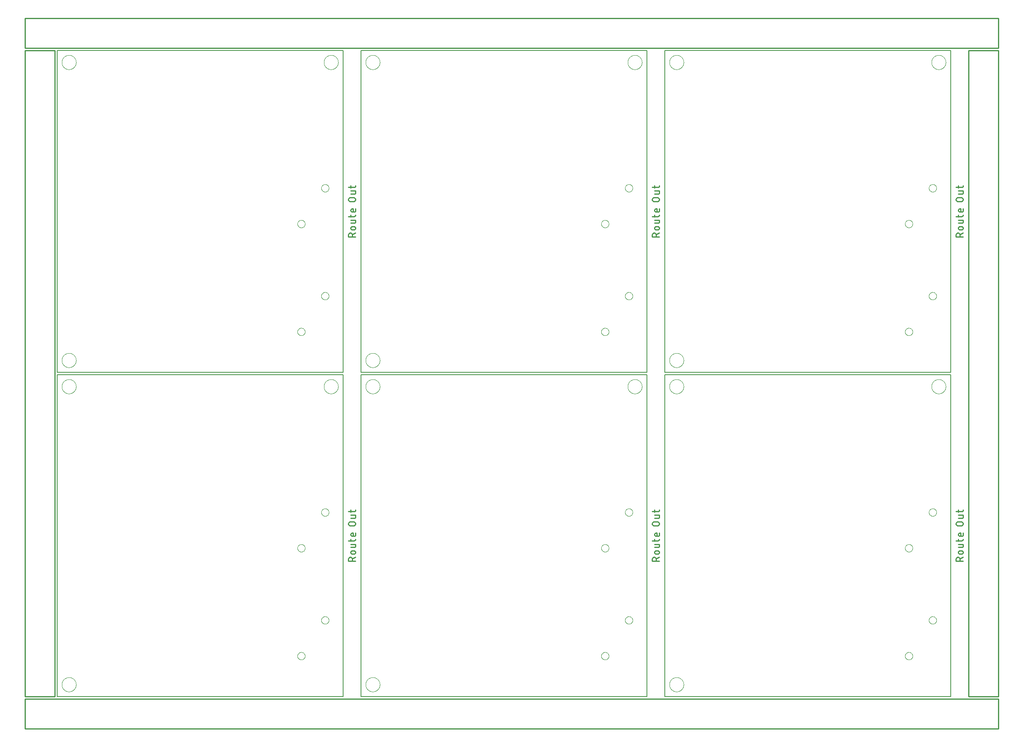
<source format=gko>
G75*
%MOIN*%
%OFA0B0*%
%FSLAX25Y25*%
%IPPOS*%
%LPD*%
%AMOC8*
5,1,8,0,0,1.08239X$1,22.5*
%
%ADD10C,0.00800*%
%ADD11C,0.01100*%
%ADD12C,0.01000*%
%ADD13C,0.00000*%
D10*
X0028650Y0028750D02*
X0028650Y0298750D01*
X0268650Y0298750D01*
X0268650Y0028750D01*
X0028650Y0028750D01*
X0283650Y0028750D02*
X0283650Y0298750D01*
X0523650Y0298750D01*
X0523650Y0028750D01*
X0283650Y0028750D01*
X0538650Y0028750D02*
X0538650Y0298750D01*
X0778650Y0298750D01*
X0778650Y0028750D01*
X0538650Y0028750D01*
X0538650Y0300750D02*
X0538650Y0570750D01*
X0778650Y0570750D01*
X0778650Y0300750D01*
X0538650Y0300750D01*
X0523650Y0300750D02*
X0523650Y0570750D01*
X0283650Y0570750D01*
X0283650Y0300750D01*
X0523650Y0300750D01*
X0268650Y0300750D02*
X0268650Y0570750D01*
X0028650Y0570750D01*
X0028650Y0300750D01*
X0268650Y0300750D01*
D11*
X0273200Y0414295D02*
X0273200Y0415934D01*
X0273202Y0416013D01*
X0273208Y0416092D01*
X0273217Y0416171D01*
X0273231Y0416249D01*
X0273248Y0416326D01*
X0273268Y0416403D01*
X0273293Y0416478D01*
X0273321Y0416552D01*
X0273353Y0416625D01*
X0273388Y0416696D01*
X0273426Y0416765D01*
X0273468Y0416832D01*
X0273513Y0416897D01*
X0273561Y0416960D01*
X0273612Y0417021D01*
X0273666Y0417079D01*
X0273723Y0417134D01*
X0273782Y0417187D01*
X0273844Y0417236D01*
X0273908Y0417283D01*
X0273974Y0417326D01*
X0274042Y0417366D01*
X0274113Y0417403D01*
X0274184Y0417437D01*
X0274258Y0417466D01*
X0274333Y0417493D01*
X0274408Y0417515D01*
X0274485Y0417534D01*
X0274563Y0417550D01*
X0274641Y0417561D01*
X0274720Y0417569D01*
X0274799Y0417573D01*
X0274879Y0417573D01*
X0274958Y0417569D01*
X0275037Y0417561D01*
X0275115Y0417550D01*
X0275193Y0417534D01*
X0275270Y0417515D01*
X0275345Y0417493D01*
X0275420Y0417466D01*
X0275494Y0417437D01*
X0275565Y0417403D01*
X0275636Y0417366D01*
X0275704Y0417326D01*
X0275770Y0417283D01*
X0275834Y0417236D01*
X0275896Y0417187D01*
X0275955Y0417134D01*
X0276012Y0417079D01*
X0276066Y0417021D01*
X0276117Y0416960D01*
X0276165Y0416897D01*
X0276210Y0416832D01*
X0276252Y0416765D01*
X0276290Y0416696D01*
X0276325Y0416625D01*
X0276357Y0416552D01*
X0276385Y0416478D01*
X0276410Y0416403D01*
X0276430Y0416326D01*
X0276447Y0416249D01*
X0276461Y0416171D01*
X0276470Y0416092D01*
X0276476Y0416013D01*
X0276478Y0415934D01*
X0276478Y0414295D01*
X0276478Y0416262D02*
X0279100Y0417573D01*
X0277789Y0420312D02*
X0276478Y0420312D01*
X0276407Y0420314D01*
X0276336Y0420320D01*
X0276266Y0420329D01*
X0276196Y0420343D01*
X0276127Y0420360D01*
X0276059Y0420381D01*
X0275993Y0420405D01*
X0275928Y0420433D01*
X0275864Y0420465D01*
X0275802Y0420500D01*
X0275742Y0420538D01*
X0275685Y0420579D01*
X0275629Y0420624D01*
X0275576Y0420671D01*
X0275526Y0420721D01*
X0275479Y0420774D01*
X0275434Y0420830D01*
X0275393Y0420887D01*
X0275355Y0420947D01*
X0275320Y0421009D01*
X0275288Y0421073D01*
X0275260Y0421138D01*
X0275236Y0421204D01*
X0275215Y0421272D01*
X0275198Y0421341D01*
X0275184Y0421411D01*
X0275175Y0421481D01*
X0275169Y0421552D01*
X0275167Y0421623D01*
X0275169Y0421694D01*
X0275175Y0421765D01*
X0275184Y0421835D01*
X0275198Y0421905D01*
X0275215Y0421974D01*
X0275236Y0422042D01*
X0275260Y0422108D01*
X0275288Y0422173D01*
X0275320Y0422237D01*
X0275355Y0422299D01*
X0275393Y0422359D01*
X0275434Y0422416D01*
X0275479Y0422472D01*
X0275526Y0422525D01*
X0275576Y0422575D01*
X0275629Y0422622D01*
X0275685Y0422667D01*
X0275742Y0422708D01*
X0275802Y0422746D01*
X0275864Y0422781D01*
X0275928Y0422813D01*
X0275993Y0422841D01*
X0276059Y0422865D01*
X0276127Y0422886D01*
X0276196Y0422903D01*
X0276266Y0422917D01*
X0276336Y0422926D01*
X0276407Y0422932D01*
X0276478Y0422934D01*
X0277789Y0422934D01*
X0277860Y0422932D01*
X0277931Y0422926D01*
X0278001Y0422917D01*
X0278071Y0422903D01*
X0278140Y0422886D01*
X0278208Y0422865D01*
X0278274Y0422841D01*
X0278339Y0422813D01*
X0278403Y0422781D01*
X0278465Y0422746D01*
X0278525Y0422708D01*
X0278582Y0422667D01*
X0278638Y0422622D01*
X0278691Y0422575D01*
X0278741Y0422525D01*
X0278788Y0422472D01*
X0278833Y0422416D01*
X0278874Y0422359D01*
X0278912Y0422299D01*
X0278947Y0422237D01*
X0278979Y0422173D01*
X0279007Y0422108D01*
X0279031Y0422042D01*
X0279052Y0421974D01*
X0279069Y0421905D01*
X0279083Y0421835D01*
X0279092Y0421765D01*
X0279098Y0421694D01*
X0279100Y0421623D01*
X0279098Y0421552D01*
X0279092Y0421481D01*
X0279083Y0421411D01*
X0279069Y0421341D01*
X0279052Y0421272D01*
X0279031Y0421204D01*
X0279007Y0421138D01*
X0278979Y0421073D01*
X0278947Y0421009D01*
X0278912Y0420947D01*
X0278874Y0420887D01*
X0278833Y0420830D01*
X0278788Y0420774D01*
X0278741Y0420721D01*
X0278691Y0420671D01*
X0278638Y0420624D01*
X0278582Y0420579D01*
X0278525Y0420538D01*
X0278465Y0420500D01*
X0278403Y0420465D01*
X0278339Y0420433D01*
X0278274Y0420405D01*
X0278208Y0420381D01*
X0278140Y0420360D01*
X0278071Y0420343D01*
X0278001Y0420329D01*
X0277931Y0420320D01*
X0277860Y0420314D01*
X0277789Y0420312D01*
X0278117Y0425851D02*
X0275167Y0425851D01*
X0275167Y0428473D02*
X0279100Y0428473D01*
X0279100Y0426834D01*
X0279098Y0426772D01*
X0279092Y0426711D01*
X0279083Y0426650D01*
X0279069Y0426590D01*
X0279052Y0426530D01*
X0279031Y0426472D01*
X0279006Y0426415D01*
X0278978Y0426360D01*
X0278947Y0426307D01*
X0278912Y0426256D01*
X0278874Y0426207D01*
X0278834Y0426161D01*
X0278790Y0426117D01*
X0278744Y0426077D01*
X0278695Y0426039D01*
X0278644Y0426004D01*
X0278591Y0425973D01*
X0278536Y0425945D01*
X0278479Y0425920D01*
X0278421Y0425899D01*
X0278361Y0425882D01*
X0278301Y0425868D01*
X0278240Y0425859D01*
X0278179Y0425853D01*
X0278117Y0425851D01*
X0278117Y0431483D02*
X0273200Y0431483D01*
X0275167Y0430828D02*
X0275167Y0432794D01*
X0276478Y0435287D02*
X0278117Y0435287D01*
X0278179Y0435289D01*
X0278240Y0435295D01*
X0278301Y0435304D01*
X0278361Y0435318D01*
X0278421Y0435335D01*
X0278479Y0435356D01*
X0278536Y0435381D01*
X0278591Y0435409D01*
X0278644Y0435440D01*
X0278695Y0435475D01*
X0278744Y0435513D01*
X0278790Y0435553D01*
X0278834Y0435597D01*
X0278874Y0435643D01*
X0278912Y0435692D01*
X0278947Y0435743D01*
X0278978Y0435796D01*
X0279006Y0435851D01*
X0279031Y0435908D01*
X0279052Y0435966D01*
X0279069Y0436026D01*
X0279083Y0436086D01*
X0279092Y0436147D01*
X0279098Y0436208D01*
X0279100Y0436270D01*
X0279100Y0437909D01*
X0277133Y0437909D02*
X0277133Y0435287D01*
X0276478Y0435287D02*
X0276407Y0435289D01*
X0276336Y0435295D01*
X0276266Y0435304D01*
X0276196Y0435318D01*
X0276127Y0435335D01*
X0276059Y0435356D01*
X0275993Y0435380D01*
X0275928Y0435408D01*
X0275864Y0435440D01*
X0275802Y0435475D01*
X0275742Y0435513D01*
X0275685Y0435554D01*
X0275629Y0435599D01*
X0275576Y0435646D01*
X0275526Y0435696D01*
X0275479Y0435749D01*
X0275434Y0435805D01*
X0275393Y0435862D01*
X0275355Y0435922D01*
X0275320Y0435984D01*
X0275288Y0436048D01*
X0275260Y0436113D01*
X0275236Y0436179D01*
X0275215Y0436247D01*
X0275198Y0436316D01*
X0275184Y0436386D01*
X0275175Y0436456D01*
X0275169Y0436527D01*
X0275167Y0436598D01*
X0275169Y0436669D01*
X0275175Y0436740D01*
X0275184Y0436810D01*
X0275198Y0436880D01*
X0275215Y0436949D01*
X0275236Y0437017D01*
X0275260Y0437083D01*
X0275288Y0437148D01*
X0275320Y0437212D01*
X0275355Y0437274D01*
X0275393Y0437334D01*
X0275434Y0437391D01*
X0275479Y0437447D01*
X0275526Y0437500D01*
X0275576Y0437550D01*
X0275629Y0437597D01*
X0275685Y0437642D01*
X0275742Y0437683D01*
X0275802Y0437721D01*
X0275864Y0437756D01*
X0275928Y0437788D01*
X0275993Y0437816D01*
X0276059Y0437840D01*
X0276127Y0437861D01*
X0276196Y0437878D01*
X0276266Y0437892D01*
X0276336Y0437901D01*
X0276407Y0437907D01*
X0276478Y0437909D01*
X0277133Y0437909D01*
X0279100Y0432794D02*
X0279100Y0432466D01*
X0279098Y0432404D01*
X0279092Y0432343D01*
X0279083Y0432282D01*
X0279069Y0432222D01*
X0279052Y0432162D01*
X0279031Y0432104D01*
X0279006Y0432047D01*
X0278978Y0431992D01*
X0278947Y0431939D01*
X0278912Y0431888D01*
X0278874Y0431839D01*
X0278834Y0431793D01*
X0278790Y0431749D01*
X0278744Y0431709D01*
X0278695Y0431671D01*
X0278644Y0431636D01*
X0278591Y0431605D01*
X0278536Y0431577D01*
X0278479Y0431552D01*
X0278421Y0431531D01*
X0278361Y0431514D01*
X0278301Y0431500D01*
X0278240Y0431491D01*
X0278179Y0431485D01*
X0278117Y0431483D01*
X0277461Y0443985D02*
X0274839Y0443985D01*
X0274760Y0443987D01*
X0274681Y0443993D01*
X0274602Y0444002D01*
X0274524Y0444016D01*
X0274447Y0444033D01*
X0274370Y0444053D01*
X0274295Y0444078D01*
X0274221Y0444106D01*
X0274148Y0444138D01*
X0274077Y0444173D01*
X0274008Y0444211D01*
X0273941Y0444253D01*
X0273876Y0444298D01*
X0273813Y0444346D01*
X0273752Y0444397D01*
X0273694Y0444451D01*
X0273639Y0444508D01*
X0273586Y0444567D01*
X0273537Y0444629D01*
X0273490Y0444693D01*
X0273447Y0444759D01*
X0273407Y0444827D01*
X0273370Y0444898D01*
X0273336Y0444969D01*
X0273307Y0445043D01*
X0273280Y0445118D01*
X0273258Y0445193D01*
X0273239Y0445270D01*
X0273223Y0445348D01*
X0273212Y0445426D01*
X0273204Y0445505D01*
X0273200Y0445584D01*
X0273200Y0445664D01*
X0273204Y0445743D01*
X0273212Y0445822D01*
X0273223Y0445900D01*
X0273239Y0445978D01*
X0273258Y0446055D01*
X0273280Y0446130D01*
X0273307Y0446205D01*
X0273336Y0446279D01*
X0273370Y0446350D01*
X0273407Y0446421D01*
X0273447Y0446489D01*
X0273490Y0446555D01*
X0273537Y0446619D01*
X0273586Y0446681D01*
X0273639Y0446740D01*
X0273694Y0446797D01*
X0273752Y0446851D01*
X0273813Y0446902D01*
X0273876Y0446950D01*
X0273941Y0446995D01*
X0274008Y0447037D01*
X0274077Y0447075D01*
X0274148Y0447110D01*
X0274221Y0447142D01*
X0274295Y0447170D01*
X0274370Y0447195D01*
X0274447Y0447215D01*
X0274524Y0447232D01*
X0274602Y0447246D01*
X0274681Y0447255D01*
X0274760Y0447261D01*
X0274839Y0447263D01*
X0277461Y0447263D01*
X0277540Y0447261D01*
X0277619Y0447255D01*
X0277698Y0447246D01*
X0277776Y0447232D01*
X0277853Y0447215D01*
X0277930Y0447195D01*
X0278005Y0447170D01*
X0278079Y0447142D01*
X0278152Y0447110D01*
X0278223Y0447075D01*
X0278292Y0447037D01*
X0278359Y0446995D01*
X0278424Y0446950D01*
X0278487Y0446902D01*
X0278548Y0446851D01*
X0278606Y0446797D01*
X0278661Y0446740D01*
X0278714Y0446681D01*
X0278763Y0446619D01*
X0278810Y0446555D01*
X0278853Y0446489D01*
X0278893Y0446421D01*
X0278930Y0446350D01*
X0278964Y0446279D01*
X0278993Y0446205D01*
X0279020Y0446130D01*
X0279042Y0446055D01*
X0279061Y0445978D01*
X0279077Y0445900D01*
X0279088Y0445822D01*
X0279096Y0445743D01*
X0279100Y0445664D01*
X0279100Y0445584D01*
X0279096Y0445505D01*
X0279088Y0445426D01*
X0279077Y0445348D01*
X0279061Y0445270D01*
X0279042Y0445193D01*
X0279020Y0445118D01*
X0278993Y0445043D01*
X0278964Y0444969D01*
X0278930Y0444898D01*
X0278893Y0444827D01*
X0278853Y0444759D01*
X0278810Y0444693D01*
X0278763Y0444629D01*
X0278714Y0444567D01*
X0278661Y0444508D01*
X0278606Y0444451D01*
X0278548Y0444397D01*
X0278487Y0444346D01*
X0278424Y0444298D01*
X0278359Y0444253D01*
X0278292Y0444211D01*
X0278223Y0444173D01*
X0278152Y0444138D01*
X0278079Y0444106D01*
X0278005Y0444078D01*
X0277930Y0444053D01*
X0277853Y0444033D01*
X0277776Y0444016D01*
X0277698Y0444002D01*
X0277619Y0443993D01*
X0277540Y0443987D01*
X0277461Y0443985D01*
X0278117Y0450262D02*
X0275167Y0450262D01*
X0275167Y0452884D02*
X0279100Y0452884D01*
X0279100Y0451245D01*
X0279098Y0451183D01*
X0279092Y0451122D01*
X0279083Y0451061D01*
X0279069Y0451001D01*
X0279052Y0450941D01*
X0279031Y0450883D01*
X0279006Y0450826D01*
X0278978Y0450771D01*
X0278947Y0450718D01*
X0278912Y0450667D01*
X0278874Y0450618D01*
X0278834Y0450572D01*
X0278790Y0450528D01*
X0278744Y0450488D01*
X0278695Y0450450D01*
X0278644Y0450415D01*
X0278591Y0450384D01*
X0278536Y0450356D01*
X0278479Y0450331D01*
X0278421Y0450310D01*
X0278361Y0450293D01*
X0278301Y0450279D01*
X0278240Y0450270D01*
X0278179Y0450264D01*
X0278117Y0450262D01*
X0278117Y0455894D02*
X0273200Y0455894D01*
X0275167Y0455238D02*
X0275167Y0457205D01*
X0278117Y0455894D02*
X0278179Y0455896D01*
X0278240Y0455902D01*
X0278301Y0455911D01*
X0278361Y0455925D01*
X0278421Y0455942D01*
X0278479Y0455963D01*
X0278536Y0455988D01*
X0278591Y0456016D01*
X0278644Y0456047D01*
X0278695Y0456082D01*
X0278744Y0456120D01*
X0278790Y0456160D01*
X0278834Y0456204D01*
X0278874Y0456250D01*
X0278912Y0456299D01*
X0278947Y0456350D01*
X0278978Y0456403D01*
X0279006Y0456458D01*
X0279031Y0456515D01*
X0279052Y0456573D01*
X0279069Y0456633D01*
X0279083Y0456693D01*
X0279092Y0456754D01*
X0279098Y0456815D01*
X0279100Y0456877D01*
X0279100Y0457205D01*
X0279100Y0414295D02*
X0273200Y0414295D01*
X0528200Y0414295D02*
X0528200Y0415934D01*
X0528202Y0416013D01*
X0528208Y0416092D01*
X0528217Y0416171D01*
X0528231Y0416249D01*
X0528248Y0416326D01*
X0528268Y0416403D01*
X0528293Y0416478D01*
X0528321Y0416552D01*
X0528353Y0416625D01*
X0528388Y0416696D01*
X0528426Y0416765D01*
X0528468Y0416832D01*
X0528513Y0416897D01*
X0528561Y0416960D01*
X0528612Y0417021D01*
X0528666Y0417079D01*
X0528723Y0417134D01*
X0528782Y0417187D01*
X0528844Y0417236D01*
X0528908Y0417283D01*
X0528974Y0417326D01*
X0529042Y0417366D01*
X0529113Y0417403D01*
X0529184Y0417437D01*
X0529258Y0417466D01*
X0529333Y0417493D01*
X0529408Y0417515D01*
X0529485Y0417534D01*
X0529563Y0417550D01*
X0529641Y0417561D01*
X0529720Y0417569D01*
X0529799Y0417573D01*
X0529879Y0417573D01*
X0529958Y0417569D01*
X0530037Y0417561D01*
X0530115Y0417550D01*
X0530193Y0417534D01*
X0530270Y0417515D01*
X0530345Y0417493D01*
X0530420Y0417466D01*
X0530494Y0417437D01*
X0530565Y0417403D01*
X0530636Y0417366D01*
X0530704Y0417326D01*
X0530770Y0417283D01*
X0530834Y0417236D01*
X0530896Y0417187D01*
X0530955Y0417134D01*
X0531012Y0417079D01*
X0531066Y0417021D01*
X0531117Y0416960D01*
X0531165Y0416897D01*
X0531210Y0416832D01*
X0531252Y0416765D01*
X0531290Y0416696D01*
X0531325Y0416625D01*
X0531357Y0416552D01*
X0531385Y0416478D01*
X0531410Y0416403D01*
X0531430Y0416326D01*
X0531447Y0416249D01*
X0531461Y0416171D01*
X0531470Y0416092D01*
X0531476Y0416013D01*
X0531478Y0415934D01*
X0531478Y0414295D01*
X0531478Y0416262D02*
X0534100Y0417573D01*
X0532789Y0420312D02*
X0531478Y0420312D01*
X0531407Y0420314D01*
X0531336Y0420320D01*
X0531266Y0420329D01*
X0531196Y0420343D01*
X0531127Y0420360D01*
X0531059Y0420381D01*
X0530993Y0420405D01*
X0530928Y0420433D01*
X0530864Y0420465D01*
X0530802Y0420500D01*
X0530742Y0420538D01*
X0530685Y0420579D01*
X0530629Y0420624D01*
X0530576Y0420671D01*
X0530526Y0420721D01*
X0530479Y0420774D01*
X0530434Y0420830D01*
X0530393Y0420887D01*
X0530355Y0420947D01*
X0530320Y0421009D01*
X0530288Y0421073D01*
X0530260Y0421138D01*
X0530236Y0421204D01*
X0530215Y0421272D01*
X0530198Y0421341D01*
X0530184Y0421411D01*
X0530175Y0421481D01*
X0530169Y0421552D01*
X0530167Y0421623D01*
X0530169Y0421694D01*
X0530175Y0421765D01*
X0530184Y0421835D01*
X0530198Y0421905D01*
X0530215Y0421974D01*
X0530236Y0422042D01*
X0530260Y0422108D01*
X0530288Y0422173D01*
X0530320Y0422237D01*
X0530355Y0422299D01*
X0530393Y0422359D01*
X0530434Y0422416D01*
X0530479Y0422472D01*
X0530526Y0422525D01*
X0530576Y0422575D01*
X0530629Y0422622D01*
X0530685Y0422667D01*
X0530742Y0422708D01*
X0530802Y0422746D01*
X0530864Y0422781D01*
X0530928Y0422813D01*
X0530993Y0422841D01*
X0531059Y0422865D01*
X0531127Y0422886D01*
X0531196Y0422903D01*
X0531266Y0422917D01*
X0531336Y0422926D01*
X0531407Y0422932D01*
X0531478Y0422934D01*
X0532789Y0422934D01*
X0532860Y0422932D01*
X0532931Y0422926D01*
X0533001Y0422917D01*
X0533071Y0422903D01*
X0533140Y0422886D01*
X0533208Y0422865D01*
X0533274Y0422841D01*
X0533339Y0422813D01*
X0533403Y0422781D01*
X0533465Y0422746D01*
X0533525Y0422708D01*
X0533582Y0422667D01*
X0533638Y0422622D01*
X0533691Y0422575D01*
X0533741Y0422525D01*
X0533788Y0422472D01*
X0533833Y0422416D01*
X0533874Y0422359D01*
X0533912Y0422299D01*
X0533947Y0422237D01*
X0533979Y0422173D01*
X0534007Y0422108D01*
X0534031Y0422042D01*
X0534052Y0421974D01*
X0534069Y0421905D01*
X0534083Y0421835D01*
X0534092Y0421765D01*
X0534098Y0421694D01*
X0534100Y0421623D01*
X0534098Y0421552D01*
X0534092Y0421481D01*
X0534083Y0421411D01*
X0534069Y0421341D01*
X0534052Y0421272D01*
X0534031Y0421204D01*
X0534007Y0421138D01*
X0533979Y0421073D01*
X0533947Y0421009D01*
X0533912Y0420947D01*
X0533874Y0420887D01*
X0533833Y0420830D01*
X0533788Y0420774D01*
X0533741Y0420721D01*
X0533691Y0420671D01*
X0533638Y0420624D01*
X0533582Y0420579D01*
X0533525Y0420538D01*
X0533465Y0420500D01*
X0533403Y0420465D01*
X0533339Y0420433D01*
X0533274Y0420405D01*
X0533208Y0420381D01*
X0533140Y0420360D01*
X0533071Y0420343D01*
X0533001Y0420329D01*
X0532931Y0420320D01*
X0532860Y0420314D01*
X0532789Y0420312D01*
X0533117Y0425851D02*
X0530167Y0425851D01*
X0530167Y0428473D02*
X0534100Y0428473D01*
X0534100Y0426834D01*
X0534098Y0426772D01*
X0534092Y0426711D01*
X0534083Y0426650D01*
X0534069Y0426590D01*
X0534052Y0426530D01*
X0534031Y0426472D01*
X0534006Y0426415D01*
X0533978Y0426360D01*
X0533947Y0426307D01*
X0533912Y0426256D01*
X0533874Y0426207D01*
X0533834Y0426161D01*
X0533790Y0426117D01*
X0533744Y0426077D01*
X0533695Y0426039D01*
X0533644Y0426004D01*
X0533591Y0425973D01*
X0533536Y0425945D01*
X0533479Y0425920D01*
X0533421Y0425899D01*
X0533361Y0425882D01*
X0533301Y0425868D01*
X0533240Y0425859D01*
X0533179Y0425853D01*
X0533117Y0425851D01*
X0533117Y0431483D02*
X0528200Y0431483D01*
X0530167Y0430828D02*
X0530167Y0432794D01*
X0531478Y0435287D02*
X0533117Y0435287D01*
X0533179Y0435289D01*
X0533240Y0435295D01*
X0533301Y0435304D01*
X0533361Y0435318D01*
X0533421Y0435335D01*
X0533479Y0435356D01*
X0533536Y0435381D01*
X0533591Y0435409D01*
X0533644Y0435440D01*
X0533695Y0435475D01*
X0533744Y0435513D01*
X0533790Y0435553D01*
X0533834Y0435597D01*
X0533874Y0435643D01*
X0533912Y0435692D01*
X0533947Y0435743D01*
X0533978Y0435796D01*
X0534006Y0435851D01*
X0534031Y0435908D01*
X0534052Y0435966D01*
X0534069Y0436026D01*
X0534083Y0436086D01*
X0534092Y0436147D01*
X0534098Y0436208D01*
X0534100Y0436270D01*
X0534100Y0437909D01*
X0532133Y0437909D02*
X0532133Y0435287D01*
X0531478Y0435287D02*
X0531407Y0435289D01*
X0531336Y0435295D01*
X0531266Y0435304D01*
X0531196Y0435318D01*
X0531127Y0435335D01*
X0531059Y0435356D01*
X0530993Y0435380D01*
X0530928Y0435408D01*
X0530864Y0435440D01*
X0530802Y0435475D01*
X0530742Y0435513D01*
X0530685Y0435554D01*
X0530629Y0435599D01*
X0530576Y0435646D01*
X0530526Y0435696D01*
X0530479Y0435749D01*
X0530434Y0435805D01*
X0530393Y0435862D01*
X0530355Y0435922D01*
X0530320Y0435984D01*
X0530288Y0436048D01*
X0530260Y0436113D01*
X0530236Y0436179D01*
X0530215Y0436247D01*
X0530198Y0436316D01*
X0530184Y0436386D01*
X0530175Y0436456D01*
X0530169Y0436527D01*
X0530167Y0436598D01*
X0530169Y0436669D01*
X0530175Y0436740D01*
X0530184Y0436810D01*
X0530198Y0436880D01*
X0530215Y0436949D01*
X0530236Y0437017D01*
X0530260Y0437083D01*
X0530288Y0437148D01*
X0530320Y0437212D01*
X0530355Y0437274D01*
X0530393Y0437334D01*
X0530434Y0437391D01*
X0530479Y0437447D01*
X0530526Y0437500D01*
X0530576Y0437550D01*
X0530629Y0437597D01*
X0530685Y0437642D01*
X0530742Y0437683D01*
X0530802Y0437721D01*
X0530864Y0437756D01*
X0530928Y0437788D01*
X0530993Y0437816D01*
X0531059Y0437840D01*
X0531127Y0437861D01*
X0531196Y0437878D01*
X0531266Y0437892D01*
X0531336Y0437901D01*
X0531407Y0437907D01*
X0531478Y0437909D01*
X0532133Y0437909D01*
X0534100Y0432794D02*
X0534100Y0432466D01*
X0534098Y0432404D01*
X0534092Y0432343D01*
X0534083Y0432282D01*
X0534069Y0432222D01*
X0534052Y0432162D01*
X0534031Y0432104D01*
X0534006Y0432047D01*
X0533978Y0431992D01*
X0533947Y0431939D01*
X0533912Y0431888D01*
X0533874Y0431839D01*
X0533834Y0431793D01*
X0533790Y0431749D01*
X0533744Y0431709D01*
X0533695Y0431671D01*
X0533644Y0431636D01*
X0533591Y0431605D01*
X0533536Y0431577D01*
X0533479Y0431552D01*
X0533421Y0431531D01*
X0533361Y0431514D01*
X0533301Y0431500D01*
X0533240Y0431491D01*
X0533179Y0431485D01*
X0533117Y0431483D01*
X0532461Y0443985D02*
X0529839Y0443985D01*
X0529760Y0443987D01*
X0529681Y0443993D01*
X0529602Y0444002D01*
X0529524Y0444016D01*
X0529447Y0444033D01*
X0529370Y0444053D01*
X0529295Y0444078D01*
X0529221Y0444106D01*
X0529148Y0444138D01*
X0529077Y0444173D01*
X0529008Y0444211D01*
X0528941Y0444253D01*
X0528876Y0444298D01*
X0528813Y0444346D01*
X0528752Y0444397D01*
X0528694Y0444451D01*
X0528639Y0444508D01*
X0528586Y0444567D01*
X0528537Y0444629D01*
X0528490Y0444693D01*
X0528447Y0444759D01*
X0528407Y0444827D01*
X0528370Y0444898D01*
X0528336Y0444969D01*
X0528307Y0445043D01*
X0528280Y0445118D01*
X0528258Y0445193D01*
X0528239Y0445270D01*
X0528223Y0445348D01*
X0528212Y0445426D01*
X0528204Y0445505D01*
X0528200Y0445584D01*
X0528200Y0445664D01*
X0528204Y0445743D01*
X0528212Y0445822D01*
X0528223Y0445900D01*
X0528239Y0445978D01*
X0528258Y0446055D01*
X0528280Y0446130D01*
X0528307Y0446205D01*
X0528336Y0446279D01*
X0528370Y0446350D01*
X0528407Y0446421D01*
X0528447Y0446489D01*
X0528490Y0446555D01*
X0528537Y0446619D01*
X0528586Y0446681D01*
X0528639Y0446740D01*
X0528694Y0446797D01*
X0528752Y0446851D01*
X0528813Y0446902D01*
X0528876Y0446950D01*
X0528941Y0446995D01*
X0529008Y0447037D01*
X0529077Y0447075D01*
X0529148Y0447110D01*
X0529221Y0447142D01*
X0529295Y0447170D01*
X0529370Y0447195D01*
X0529447Y0447215D01*
X0529524Y0447232D01*
X0529602Y0447246D01*
X0529681Y0447255D01*
X0529760Y0447261D01*
X0529839Y0447263D01*
X0532461Y0447263D01*
X0532540Y0447261D01*
X0532619Y0447255D01*
X0532698Y0447246D01*
X0532776Y0447232D01*
X0532853Y0447215D01*
X0532930Y0447195D01*
X0533005Y0447170D01*
X0533079Y0447142D01*
X0533152Y0447110D01*
X0533223Y0447075D01*
X0533292Y0447037D01*
X0533359Y0446995D01*
X0533424Y0446950D01*
X0533487Y0446902D01*
X0533548Y0446851D01*
X0533606Y0446797D01*
X0533661Y0446740D01*
X0533714Y0446681D01*
X0533763Y0446619D01*
X0533810Y0446555D01*
X0533853Y0446489D01*
X0533893Y0446421D01*
X0533930Y0446350D01*
X0533964Y0446279D01*
X0533993Y0446205D01*
X0534020Y0446130D01*
X0534042Y0446055D01*
X0534061Y0445978D01*
X0534077Y0445900D01*
X0534088Y0445822D01*
X0534096Y0445743D01*
X0534100Y0445664D01*
X0534100Y0445584D01*
X0534096Y0445505D01*
X0534088Y0445426D01*
X0534077Y0445348D01*
X0534061Y0445270D01*
X0534042Y0445193D01*
X0534020Y0445118D01*
X0533993Y0445043D01*
X0533964Y0444969D01*
X0533930Y0444898D01*
X0533893Y0444827D01*
X0533853Y0444759D01*
X0533810Y0444693D01*
X0533763Y0444629D01*
X0533714Y0444567D01*
X0533661Y0444508D01*
X0533606Y0444451D01*
X0533548Y0444397D01*
X0533487Y0444346D01*
X0533424Y0444298D01*
X0533359Y0444253D01*
X0533292Y0444211D01*
X0533223Y0444173D01*
X0533152Y0444138D01*
X0533079Y0444106D01*
X0533005Y0444078D01*
X0532930Y0444053D01*
X0532853Y0444033D01*
X0532776Y0444016D01*
X0532698Y0444002D01*
X0532619Y0443993D01*
X0532540Y0443987D01*
X0532461Y0443985D01*
X0533117Y0450262D02*
X0530167Y0450262D01*
X0530167Y0452884D02*
X0534100Y0452884D01*
X0534100Y0451245D01*
X0534098Y0451183D01*
X0534092Y0451122D01*
X0534083Y0451061D01*
X0534069Y0451001D01*
X0534052Y0450941D01*
X0534031Y0450883D01*
X0534006Y0450826D01*
X0533978Y0450771D01*
X0533947Y0450718D01*
X0533912Y0450667D01*
X0533874Y0450618D01*
X0533834Y0450572D01*
X0533790Y0450528D01*
X0533744Y0450488D01*
X0533695Y0450450D01*
X0533644Y0450415D01*
X0533591Y0450384D01*
X0533536Y0450356D01*
X0533479Y0450331D01*
X0533421Y0450310D01*
X0533361Y0450293D01*
X0533301Y0450279D01*
X0533240Y0450270D01*
X0533179Y0450264D01*
X0533117Y0450262D01*
X0533117Y0455894D02*
X0528200Y0455894D01*
X0530167Y0455238D02*
X0530167Y0457205D01*
X0533117Y0455894D02*
X0533179Y0455896D01*
X0533240Y0455902D01*
X0533301Y0455911D01*
X0533361Y0455925D01*
X0533421Y0455942D01*
X0533479Y0455963D01*
X0533536Y0455988D01*
X0533591Y0456016D01*
X0533644Y0456047D01*
X0533695Y0456082D01*
X0533744Y0456120D01*
X0533790Y0456160D01*
X0533834Y0456204D01*
X0533874Y0456250D01*
X0533912Y0456299D01*
X0533947Y0456350D01*
X0533978Y0456403D01*
X0534006Y0456458D01*
X0534031Y0456515D01*
X0534052Y0456573D01*
X0534069Y0456633D01*
X0534083Y0456693D01*
X0534092Y0456754D01*
X0534098Y0456815D01*
X0534100Y0456877D01*
X0534100Y0457205D01*
X0534100Y0414295D02*
X0528200Y0414295D01*
X0783200Y0414295D02*
X0783200Y0415934D01*
X0783202Y0416013D01*
X0783208Y0416092D01*
X0783217Y0416171D01*
X0783231Y0416249D01*
X0783248Y0416326D01*
X0783268Y0416403D01*
X0783293Y0416478D01*
X0783321Y0416552D01*
X0783353Y0416625D01*
X0783388Y0416696D01*
X0783426Y0416765D01*
X0783468Y0416832D01*
X0783513Y0416897D01*
X0783561Y0416960D01*
X0783612Y0417021D01*
X0783666Y0417079D01*
X0783723Y0417134D01*
X0783782Y0417187D01*
X0783844Y0417236D01*
X0783908Y0417283D01*
X0783974Y0417326D01*
X0784042Y0417366D01*
X0784113Y0417403D01*
X0784184Y0417437D01*
X0784258Y0417466D01*
X0784333Y0417493D01*
X0784408Y0417515D01*
X0784485Y0417534D01*
X0784563Y0417550D01*
X0784641Y0417561D01*
X0784720Y0417569D01*
X0784799Y0417573D01*
X0784879Y0417573D01*
X0784958Y0417569D01*
X0785037Y0417561D01*
X0785115Y0417550D01*
X0785193Y0417534D01*
X0785270Y0417515D01*
X0785345Y0417493D01*
X0785420Y0417466D01*
X0785494Y0417437D01*
X0785565Y0417403D01*
X0785636Y0417366D01*
X0785704Y0417326D01*
X0785770Y0417283D01*
X0785834Y0417236D01*
X0785896Y0417187D01*
X0785955Y0417134D01*
X0786012Y0417079D01*
X0786066Y0417021D01*
X0786117Y0416960D01*
X0786165Y0416897D01*
X0786210Y0416832D01*
X0786252Y0416765D01*
X0786290Y0416696D01*
X0786325Y0416625D01*
X0786357Y0416552D01*
X0786385Y0416478D01*
X0786410Y0416403D01*
X0786430Y0416326D01*
X0786447Y0416249D01*
X0786461Y0416171D01*
X0786470Y0416092D01*
X0786476Y0416013D01*
X0786478Y0415934D01*
X0786478Y0414295D01*
X0786478Y0416262D02*
X0789100Y0417573D01*
X0787789Y0420312D02*
X0786478Y0420312D01*
X0786407Y0420314D01*
X0786336Y0420320D01*
X0786266Y0420329D01*
X0786196Y0420343D01*
X0786127Y0420360D01*
X0786059Y0420381D01*
X0785993Y0420405D01*
X0785928Y0420433D01*
X0785864Y0420465D01*
X0785802Y0420500D01*
X0785742Y0420538D01*
X0785685Y0420579D01*
X0785629Y0420624D01*
X0785576Y0420671D01*
X0785526Y0420721D01*
X0785479Y0420774D01*
X0785434Y0420830D01*
X0785393Y0420887D01*
X0785355Y0420947D01*
X0785320Y0421009D01*
X0785288Y0421073D01*
X0785260Y0421138D01*
X0785236Y0421204D01*
X0785215Y0421272D01*
X0785198Y0421341D01*
X0785184Y0421411D01*
X0785175Y0421481D01*
X0785169Y0421552D01*
X0785167Y0421623D01*
X0785169Y0421694D01*
X0785175Y0421765D01*
X0785184Y0421835D01*
X0785198Y0421905D01*
X0785215Y0421974D01*
X0785236Y0422042D01*
X0785260Y0422108D01*
X0785288Y0422173D01*
X0785320Y0422237D01*
X0785355Y0422299D01*
X0785393Y0422359D01*
X0785434Y0422416D01*
X0785479Y0422472D01*
X0785526Y0422525D01*
X0785576Y0422575D01*
X0785629Y0422622D01*
X0785685Y0422667D01*
X0785742Y0422708D01*
X0785802Y0422746D01*
X0785864Y0422781D01*
X0785928Y0422813D01*
X0785993Y0422841D01*
X0786059Y0422865D01*
X0786127Y0422886D01*
X0786196Y0422903D01*
X0786266Y0422917D01*
X0786336Y0422926D01*
X0786407Y0422932D01*
X0786478Y0422934D01*
X0787789Y0422934D01*
X0787860Y0422932D01*
X0787931Y0422926D01*
X0788001Y0422917D01*
X0788071Y0422903D01*
X0788140Y0422886D01*
X0788208Y0422865D01*
X0788274Y0422841D01*
X0788339Y0422813D01*
X0788403Y0422781D01*
X0788465Y0422746D01*
X0788525Y0422708D01*
X0788582Y0422667D01*
X0788638Y0422622D01*
X0788691Y0422575D01*
X0788741Y0422525D01*
X0788788Y0422472D01*
X0788833Y0422416D01*
X0788874Y0422359D01*
X0788912Y0422299D01*
X0788947Y0422237D01*
X0788979Y0422173D01*
X0789007Y0422108D01*
X0789031Y0422042D01*
X0789052Y0421974D01*
X0789069Y0421905D01*
X0789083Y0421835D01*
X0789092Y0421765D01*
X0789098Y0421694D01*
X0789100Y0421623D01*
X0789098Y0421552D01*
X0789092Y0421481D01*
X0789083Y0421411D01*
X0789069Y0421341D01*
X0789052Y0421272D01*
X0789031Y0421204D01*
X0789007Y0421138D01*
X0788979Y0421073D01*
X0788947Y0421009D01*
X0788912Y0420947D01*
X0788874Y0420887D01*
X0788833Y0420830D01*
X0788788Y0420774D01*
X0788741Y0420721D01*
X0788691Y0420671D01*
X0788638Y0420624D01*
X0788582Y0420579D01*
X0788525Y0420538D01*
X0788465Y0420500D01*
X0788403Y0420465D01*
X0788339Y0420433D01*
X0788274Y0420405D01*
X0788208Y0420381D01*
X0788140Y0420360D01*
X0788071Y0420343D01*
X0788001Y0420329D01*
X0787931Y0420320D01*
X0787860Y0420314D01*
X0787789Y0420312D01*
X0788117Y0425851D02*
X0785167Y0425851D01*
X0785167Y0428473D02*
X0789100Y0428473D01*
X0789100Y0426834D01*
X0789098Y0426772D01*
X0789092Y0426711D01*
X0789083Y0426650D01*
X0789069Y0426590D01*
X0789052Y0426530D01*
X0789031Y0426472D01*
X0789006Y0426415D01*
X0788978Y0426360D01*
X0788947Y0426307D01*
X0788912Y0426256D01*
X0788874Y0426207D01*
X0788834Y0426161D01*
X0788790Y0426117D01*
X0788744Y0426077D01*
X0788695Y0426039D01*
X0788644Y0426004D01*
X0788591Y0425973D01*
X0788536Y0425945D01*
X0788479Y0425920D01*
X0788421Y0425899D01*
X0788361Y0425882D01*
X0788301Y0425868D01*
X0788240Y0425859D01*
X0788179Y0425853D01*
X0788117Y0425851D01*
X0788117Y0431483D02*
X0783200Y0431483D01*
X0785167Y0430828D02*
X0785167Y0432794D01*
X0786478Y0435287D02*
X0788117Y0435287D01*
X0788179Y0435289D01*
X0788240Y0435295D01*
X0788301Y0435304D01*
X0788361Y0435318D01*
X0788421Y0435335D01*
X0788479Y0435356D01*
X0788536Y0435381D01*
X0788591Y0435409D01*
X0788644Y0435440D01*
X0788695Y0435475D01*
X0788744Y0435513D01*
X0788790Y0435553D01*
X0788834Y0435597D01*
X0788874Y0435643D01*
X0788912Y0435692D01*
X0788947Y0435743D01*
X0788978Y0435796D01*
X0789006Y0435851D01*
X0789031Y0435908D01*
X0789052Y0435966D01*
X0789069Y0436026D01*
X0789083Y0436086D01*
X0789092Y0436147D01*
X0789098Y0436208D01*
X0789100Y0436270D01*
X0789100Y0437909D01*
X0787133Y0437909D02*
X0787133Y0435287D01*
X0786478Y0435287D02*
X0786407Y0435289D01*
X0786336Y0435295D01*
X0786266Y0435304D01*
X0786196Y0435318D01*
X0786127Y0435335D01*
X0786059Y0435356D01*
X0785993Y0435380D01*
X0785928Y0435408D01*
X0785864Y0435440D01*
X0785802Y0435475D01*
X0785742Y0435513D01*
X0785685Y0435554D01*
X0785629Y0435599D01*
X0785576Y0435646D01*
X0785526Y0435696D01*
X0785479Y0435749D01*
X0785434Y0435805D01*
X0785393Y0435862D01*
X0785355Y0435922D01*
X0785320Y0435984D01*
X0785288Y0436048D01*
X0785260Y0436113D01*
X0785236Y0436179D01*
X0785215Y0436247D01*
X0785198Y0436316D01*
X0785184Y0436386D01*
X0785175Y0436456D01*
X0785169Y0436527D01*
X0785167Y0436598D01*
X0785169Y0436669D01*
X0785175Y0436740D01*
X0785184Y0436810D01*
X0785198Y0436880D01*
X0785215Y0436949D01*
X0785236Y0437017D01*
X0785260Y0437083D01*
X0785288Y0437148D01*
X0785320Y0437212D01*
X0785355Y0437274D01*
X0785393Y0437334D01*
X0785434Y0437391D01*
X0785479Y0437447D01*
X0785526Y0437500D01*
X0785576Y0437550D01*
X0785629Y0437597D01*
X0785685Y0437642D01*
X0785742Y0437683D01*
X0785802Y0437721D01*
X0785864Y0437756D01*
X0785928Y0437788D01*
X0785993Y0437816D01*
X0786059Y0437840D01*
X0786127Y0437861D01*
X0786196Y0437878D01*
X0786266Y0437892D01*
X0786336Y0437901D01*
X0786407Y0437907D01*
X0786478Y0437909D01*
X0787133Y0437909D01*
X0789100Y0432794D02*
X0789100Y0432466D01*
X0789098Y0432404D01*
X0789092Y0432343D01*
X0789083Y0432282D01*
X0789069Y0432222D01*
X0789052Y0432162D01*
X0789031Y0432104D01*
X0789006Y0432047D01*
X0788978Y0431992D01*
X0788947Y0431939D01*
X0788912Y0431888D01*
X0788874Y0431839D01*
X0788834Y0431793D01*
X0788790Y0431749D01*
X0788744Y0431709D01*
X0788695Y0431671D01*
X0788644Y0431636D01*
X0788591Y0431605D01*
X0788536Y0431577D01*
X0788479Y0431552D01*
X0788421Y0431531D01*
X0788361Y0431514D01*
X0788301Y0431500D01*
X0788240Y0431491D01*
X0788179Y0431485D01*
X0788117Y0431483D01*
X0787461Y0443985D02*
X0784839Y0443985D01*
X0784760Y0443987D01*
X0784681Y0443993D01*
X0784602Y0444002D01*
X0784524Y0444016D01*
X0784447Y0444033D01*
X0784370Y0444053D01*
X0784295Y0444078D01*
X0784221Y0444106D01*
X0784148Y0444138D01*
X0784077Y0444173D01*
X0784008Y0444211D01*
X0783941Y0444253D01*
X0783876Y0444298D01*
X0783813Y0444346D01*
X0783752Y0444397D01*
X0783694Y0444451D01*
X0783639Y0444508D01*
X0783586Y0444567D01*
X0783537Y0444629D01*
X0783490Y0444693D01*
X0783447Y0444759D01*
X0783407Y0444827D01*
X0783370Y0444898D01*
X0783336Y0444969D01*
X0783307Y0445043D01*
X0783280Y0445118D01*
X0783258Y0445193D01*
X0783239Y0445270D01*
X0783223Y0445348D01*
X0783212Y0445426D01*
X0783204Y0445505D01*
X0783200Y0445584D01*
X0783200Y0445664D01*
X0783204Y0445743D01*
X0783212Y0445822D01*
X0783223Y0445900D01*
X0783239Y0445978D01*
X0783258Y0446055D01*
X0783280Y0446130D01*
X0783307Y0446205D01*
X0783336Y0446279D01*
X0783370Y0446350D01*
X0783407Y0446421D01*
X0783447Y0446489D01*
X0783490Y0446555D01*
X0783537Y0446619D01*
X0783586Y0446681D01*
X0783639Y0446740D01*
X0783694Y0446797D01*
X0783752Y0446851D01*
X0783813Y0446902D01*
X0783876Y0446950D01*
X0783941Y0446995D01*
X0784008Y0447037D01*
X0784077Y0447075D01*
X0784148Y0447110D01*
X0784221Y0447142D01*
X0784295Y0447170D01*
X0784370Y0447195D01*
X0784447Y0447215D01*
X0784524Y0447232D01*
X0784602Y0447246D01*
X0784681Y0447255D01*
X0784760Y0447261D01*
X0784839Y0447263D01*
X0787461Y0447263D01*
X0787540Y0447261D01*
X0787619Y0447255D01*
X0787698Y0447246D01*
X0787776Y0447232D01*
X0787853Y0447215D01*
X0787930Y0447195D01*
X0788005Y0447170D01*
X0788079Y0447142D01*
X0788152Y0447110D01*
X0788223Y0447075D01*
X0788292Y0447037D01*
X0788359Y0446995D01*
X0788424Y0446950D01*
X0788487Y0446902D01*
X0788548Y0446851D01*
X0788606Y0446797D01*
X0788661Y0446740D01*
X0788714Y0446681D01*
X0788763Y0446619D01*
X0788810Y0446555D01*
X0788853Y0446489D01*
X0788893Y0446421D01*
X0788930Y0446350D01*
X0788964Y0446279D01*
X0788993Y0446205D01*
X0789020Y0446130D01*
X0789042Y0446055D01*
X0789061Y0445978D01*
X0789077Y0445900D01*
X0789088Y0445822D01*
X0789096Y0445743D01*
X0789100Y0445664D01*
X0789100Y0445584D01*
X0789096Y0445505D01*
X0789088Y0445426D01*
X0789077Y0445348D01*
X0789061Y0445270D01*
X0789042Y0445193D01*
X0789020Y0445118D01*
X0788993Y0445043D01*
X0788964Y0444969D01*
X0788930Y0444898D01*
X0788893Y0444827D01*
X0788853Y0444759D01*
X0788810Y0444693D01*
X0788763Y0444629D01*
X0788714Y0444567D01*
X0788661Y0444508D01*
X0788606Y0444451D01*
X0788548Y0444397D01*
X0788487Y0444346D01*
X0788424Y0444298D01*
X0788359Y0444253D01*
X0788292Y0444211D01*
X0788223Y0444173D01*
X0788152Y0444138D01*
X0788079Y0444106D01*
X0788005Y0444078D01*
X0787930Y0444053D01*
X0787853Y0444033D01*
X0787776Y0444016D01*
X0787698Y0444002D01*
X0787619Y0443993D01*
X0787540Y0443987D01*
X0787461Y0443985D01*
X0788117Y0450262D02*
X0785167Y0450262D01*
X0785167Y0452884D02*
X0789100Y0452884D01*
X0789100Y0451245D01*
X0789098Y0451183D01*
X0789092Y0451122D01*
X0789083Y0451061D01*
X0789069Y0451001D01*
X0789052Y0450941D01*
X0789031Y0450883D01*
X0789006Y0450826D01*
X0788978Y0450771D01*
X0788947Y0450718D01*
X0788912Y0450667D01*
X0788874Y0450618D01*
X0788834Y0450572D01*
X0788790Y0450528D01*
X0788744Y0450488D01*
X0788695Y0450450D01*
X0788644Y0450415D01*
X0788591Y0450384D01*
X0788536Y0450356D01*
X0788479Y0450331D01*
X0788421Y0450310D01*
X0788361Y0450293D01*
X0788301Y0450279D01*
X0788240Y0450270D01*
X0788179Y0450264D01*
X0788117Y0450262D01*
X0788117Y0455894D02*
X0783200Y0455894D01*
X0785167Y0455238D02*
X0785167Y0457205D01*
X0788117Y0455894D02*
X0788179Y0455896D01*
X0788240Y0455902D01*
X0788301Y0455911D01*
X0788361Y0455925D01*
X0788421Y0455942D01*
X0788479Y0455963D01*
X0788536Y0455988D01*
X0788591Y0456016D01*
X0788644Y0456047D01*
X0788695Y0456082D01*
X0788744Y0456120D01*
X0788790Y0456160D01*
X0788834Y0456204D01*
X0788874Y0456250D01*
X0788912Y0456299D01*
X0788947Y0456350D01*
X0788978Y0456403D01*
X0789006Y0456458D01*
X0789031Y0456515D01*
X0789052Y0456573D01*
X0789069Y0456633D01*
X0789083Y0456693D01*
X0789092Y0456754D01*
X0789098Y0456815D01*
X0789100Y0456877D01*
X0789100Y0457205D01*
X0789100Y0414295D02*
X0783200Y0414295D01*
X0785167Y0185205D02*
X0785167Y0183238D01*
X0783200Y0183894D02*
X0788117Y0183894D01*
X0788179Y0183896D01*
X0788240Y0183902D01*
X0788301Y0183911D01*
X0788361Y0183925D01*
X0788421Y0183942D01*
X0788479Y0183963D01*
X0788536Y0183988D01*
X0788591Y0184016D01*
X0788644Y0184047D01*
X0788695Y0184082D01*
X0788744Y0184120D01*
X0788790Y0184160D01*
X0788834Y0184204D01*
X0788874Y0184250D01*
X0788912Y0184299D01*
X0788947Y0184350D01*
X0788978Y0184403D01*
X0789006Y0184458D01*
X0789031Y0184515D01*
X0789052Y0184573D01*
X0789069Y0184633D01*
X0789083Y0184693D01*
X0789092Y0184754D01*
X0789098Y0184815D01*
X0789100Y0184877D01*
X0789100Y0185205D01*
X0789100Y0180884D02*
X0785167Y0180884D01*
X0785167Y0178262D02*
X0788117Y0178262D01*
X0788179Y0178264D01*
X0788240Y0178270D01*
X0788301Y0178279D01*
X0788361Y0178293D01*
X0788421Y0178310D01*
X0788479Y0178331D01*
X0788536Y0178356D01*
X0788591Y0178384D01*
X0788644Y0178415D01*
X0788695Y0178450D01*
X0788744Y0178488D01*
X0788790Y0178528D01*
X0788834Y0178572D01*
X0788874Y0178618D01*
X0788912Y0178667D01*
X0788947Y0178718D01*
X0788978Y0178771D01*
X0789006Y0178826D01*
X0789031Y0178883D01*
X0789052Y0178941D01*
X0789069Y0179001D01*
X0789083Y0179061D01*
X0789092Y0179122D01*
X0789098Y0179183D01*
X0789100Y0179245D01*
X0789100Y0180884D01*
X0787461Y0175263D02*
X0784839Y0175263D01*
X0784760Y0175261D01*
X0784681Y0175255D01*
X0784602Y0175246D01*
X0784524Y0175232D01*
X0784447Y0175215D01*
X0784370Y0175195D01*
X0784295Y0175170D01*
X0784221Y0175142D01*
X0784148Y0175110D01*
X0784077Y0175075D01*
X0784008Y0175037D01*
X0783941Y0174995D01*
X0783876Y0174950D01*
X0783813Y0174902D01*
X0783752Y0174851D01*
X0783694Y0174797D01*
X0783639Y0174740D01*
X0783586Y0174681D01*
X0783537Y0174619D01*
X0783490Y0174555D01*
X0783447Y0174489D01*
X0783407Y0174421D01*
X0783370Y0174350D01*
X0783336Y0174279D01*
X0783307Y0174205D01*
X0783280Y0174130D01*
X0783258Y0174055D01*
X0783239Y0173978D01*
X0783223Y0173900D01*
X0783212Y0173822D01*
X0783204Y0173743D01*
X0783200Y0173664D01*
X0783200Y0173584D01*
X0783204Y0173505D01*
X0783212Y0173426D01*
X0783223Y0173348D01*
X0783239Y0173270D01*
X0783258Y0173193D01*
X0783280Y0173118D01*
X0783307Y0173043D01*
X0783336Y0172969D01*
X0783370Y0172898D01*
X0783407Y0172827D01*
X0783447Y0172759D01*
X0783490Y0172693D01*
X0783537Y0172629D01*
X0783586Y0172567D01*
X0783639Y0172508D01*
X0783694Y0172451D01*
X0783752Y0172397D01*
X0783813Y0172346D01*
X0783876Y0172298D01*
X0783941Y0172253D01*
X0784008Y0172211D01*
X0784077Y0172173D01*
X0784148Y0172138D01*
X0784221Y0172106D01*
X0784295Y0172078D01*
X0784370Y0172053D01*
X0784447Y0172033D01*
X0784524Y0172016D01*
X0784602Y0172002D01*
X0784681Y0171993D01*
X0784760Y0171987D01*
X0784839Y0171985D01*
X0787461Y0171985D01*
X0787540Y0171987D01*
X0787619Y0171993D01*
X0787698Y0172002D01*
X0787776Y0172016D01*
X0787853Y0172033D01*
X0787930Y0172053D01*
X0788005Y0172078D01*
X0788079Y0172106D01*
X0788152Y0172138D01*
X0788223Y0172173D01*
X0788292Y0172211D01*
X0788359Y0172253D01*
X0788424Y0172298D01*
X0788487Y0172346D01*
X0788548Y0172397D01*
X0788606Y0172451D01*
X0788661Y0172508D01*
X0788714Y0172567D01*
X0788763Y0172629D01*
X0788810Y0172693D01*
X0788853Y0172759D01*
X0788893Y0172827D01*
X0788930Y0172898D01*
X0788964Y0172969D01*
X0788993Y0173043D01*
X0789020Y0173118D01*
X0789042Y0173193D01*
X0789061Y0173270D01*
X0789077Y0173348D01*
X0789088Y0173426D01*
X0789096Y0173505D01*
X0789100Y0173584D01*
X0789100Y0173664D01*
X0789096Y0173743D01*
X0789088Y0173822D01*
X0789077Y0173900D01*
X0789061Y0173978D01*
X0789042Y0174055D01*
X0789020Y0174130D01*
X0788993Y0174205D01*
X0788964Y0174279D01*
X0788930Y0174350D01*
X0788893Y0174421D01*
X0788853Y0174489D01*
X0788810Y0174555D01*
X0788763Y0174619D01*
X0788714Y0174681D01*
X0788661Y0174740D01*
X0788606Y0174797D01*
X0788548Y0174851D01*
X0788487Y0174902D01*
X0788424Y0174950D01*
X0788359Y0174995D01*
X0788292Y0175037D01*
X0788223Y0175075D01*
X0788152Y0175110D01*
X0788079Y0175142D01*
X0788005Y0175170D01*
X0787930Y0175195D01*
X0787853Y0175215D01*
X0787776Y0175232D01*
X0787698Y0175246D01*
X0787619Y0175255D01*
X0787540Y0175261D01*
X0787461Y0175263D01*
X0787133Y0165909D02*
X0787133Y0163287D01*
X0786478Y0163287D02*
X0788117Y0163287D01*
X0788179Y0163289D01*
X0788240Y0163295D01*
X0788301Y0163304D01*
X0788361Y0163318D01*
X0788421Y0163335D01*
X0788479Y0163356D01*
X0788536Y0163381D01*
X0788591Y0163409D01*
X0788644Y0163440D01*
X0788695Y0163475D01*
X0788744Y0163513D01*
X0788790Y0163553D01*
X0788834Y0163597D01*
X0788874Y0163643D01*
X0788912Y0163692D01*
X0788947Y0163743D01*
X0788978Y0163796D01*
X0789006Y0163851D01*
X0789031Y0163908D01*
X0789052Y0163966D01*
X0789069Y0164026D01*
X0789083Y0164086D01*
X0789092Y0164147D01*
X0789098Y0164208D01*
X0789100Y0164270D01*
X0789100Y0165909D01*
X0787133Y0165909D02*
X0786478Y0165909D01*
X0786407Y0165907D01*
X0786336Y0165901D01*
X0786266Y0165892D01*
X0786196Y0165878D01*
X0786127Y0165861D01*
X0786059Y0165840D01*
X0785993Y0165816D01*
X0785928Y0165788D01*
X0785864Y0165756D01*
X0785802Y0165721D01*
X0785742Y0165683D01*
X0785685Y0165642D01*
X0785629Y0165597D01*
X0785576Y0165550D01*
X0785526Y0165500D01*
X0785479Y0165447D01*
X0785434Y0165391D01*
X0785393Y0165334D01*
X0785355Y0165274D01*
X0785320Y0165212D01*
X0785288Y0165148D01*
X0785260Y0165083D01*
X0785236Y0165017D01*
X0785215Y0164949D01*
X0785198Y0164880D01*
X0785184Y0164810D01*
X0785175Y0164740D01*
X0785169Y0164669D01*
X0785167Y0164598D01*
X0785169Y0164527D01*
X0785175Y0164456D01*
X0785184Y0164386D01*
X0785198Y0164316D01*
X0785215Y0164247D01*
X0785236Y0164179D01*
X0785260Y0164113D01*
X0785288Y0164048D01*
X0785320Y0163984D01*
X0785355Y0163922D01*
X0785393Y0163862D01*
X0785434Y0163805D01*
X0785479Y0163749D01*
X0785526Y0163696D01*
X0785576Y0163646D01*
X0785629Y0163599D01*
X0785685Y0163554D01*
X0785742Y0163513D01*
X0785802Y0163475D01*
X0785864Y0163440D01*
X0785928Y0163408D01*
X0785993Y0163380D01*
X0786059Y0163356D01*
X0786127Y0163335D01*
X0786196Y0163318D01*
X0786266Y0163304D01*
X0786336Y0163295D01*
X0786407Y0163289D01*
X0786478Y0163287D01*
X0785167Y0160794D02*
X0785167Y0158828D01*
X0783200Y0159483D02*
X0788117Y0159483D01*
X0788179Y0159485D01*
X0788240Y0159491D01*
X0788301Y0159500D01*
X0788361Y0159514D01*
X0788421Y0159531D01*
X0788479Y0159552D01*
X0788536Y0159577D01*
X0788591Y0159605D01*
X0788644Y0159636D01*
X0788695Y0159671D01*
X0788744Y0159709D01*
X0788790Y0159749D01*
X0788834Y0159793D01*
X0788874Y0159839D01*
X0788912Y0159888D01*
X0788947Y0159939D01*
X0788978Y0159992D01*
X0789006Y0160047D01*
X0789031Y0160104D01*
X0789052Y0160162D01*
X0789069Y0160222D01*
X0789083Y0160282D01*
X0789092Y0160343D01*
X0789098Y0160404D01*
X0789100Y0160466D01*
X0789100Y0160794D01*
X0789100Y0156473D02*
X0785167Y0156473D01*
X0785167Y0153851D02*
X0788117Y0153851D01*
X0788179Y0153853D01*
X0788240Y0153859D01*
X0788301Y0153868D01*
X0788361Y0153882D01*
X0788421Y0153899D01*
X0788479Y0153920D01*
X0788536Y0153945D01*
X0788591Y0153973D01*
X0788644Y0154004D01*
X0788695Y0154039D01*
X0788744Y0154077D01*
X0788790Y0154117D01*
X0788834Y0154161D01*
X0788874Y0154207D01*
X0788912Y0154256D01*
X0788947Y0154307D01*
X0788978Y0154360D01*
X0789006Y0154415D01*
X0789031Y0154472D01*
X0789052Y0154530D01*
X0789069Y0154590D01*
X0789083Y0154650D01*
X0789092Y0154711D01*
X0789098Y0154772D01*
X0789100Y0154834D01*
X0789100Y0156473D01*
X0787789Y0150934D02*
X0786478Y0150934D01*
X0786407Y0150932D01*
X0786336Y0150926D01*
X0786266Y0150917D01*
X0786196Y0150903D01*
X0786127Y0150886D01*
X0786059Y0150865D01*
X0785993Y0150841D01*
X0785928Y0150813D01*
X0785864Y0150781D01*
X0785802Y0150746D01*
X0785742Y0150708D01*
X0785685Y0150667D01*
X0785629Y0150622D01*
X0785576Y0150575D01*
X0785526Y0150525D01*
X0785479Y0150472D01*
X0785434Y0150416D01*
X0785393Y0150359D01*
X0785355Y0150299D01*
X0785320Y0150237D01*
X0785288Y0150173D01*
X0785260Y0150108D01*
X0785236Y0150042D01*
X0785215Y0149974D01*
X0785198Y0149905D01*
X0785184Y0149835D01*
X0785175Y0149765D01*
X0785169Y0149694D01*
X0785167Y0149623D01*
X0785169Y0149552D01*
X0785175Y0149481D01*
X0785184Y0149411D01*
X0785198Y0149341D01*
X0785215Y0149272D01*
X0785236Y0149204D01*
X0785260Y0149138D01*
X0785288Y0149073D01*
X0785320Y0149009D01*
X0785355Y0148947D01*
X0785393Y0148887D01*
X0785434Y0148830D01*
X0785479Y0148774D01*
X0785526Y0148721D01*
X0785576Y0148671D01*
X0785629Y0148624D01*
X0785685Y0148579D01*
X0785742Y0148538D01*
X0785802Y0148500D01*
X0785864Y0148465D01*
X0785928Y0148433D01*
X0785993Y0148405D01*
X0786059Y0148381D01*
X0786127Y0148360D01*
X0786196Y0148343D01*
X0786266Y0148329D01*
X0786336Y0148320D01*
X0786407Y0148314D01*
X0786478Y0148312D01*
X0787789Y0148312D01*
X0787860Y0148314D01*
X0787931Y0148320D01*
X0788001Y0148329D01*
X0788071Y0148343D01*
X0788140Y0148360D01*
X0788208Y0148381D01*
X0788274Y0148405D01*
X0788339Y0148433D01*
X0788403Y0148465D01*
X0788465Y0148500D01*
X0788525Y0148538D01*
X0788582Y0148579D01*
X0788638Y0148624D01*
X0788691Y0148671D01*
X0788741Y0148721D01*
X0788788Y0148774D01*
X0788833Y0148830D01*
X0788874Y0148887D01*
X0788912Y0148947D01*
X0788947Y0149009D01*
X0788979Y0149073D01*
X0789007Y0149138D01*
X0789031Y0149204D01*
X0789052Y0149272D01*
X0789069Y0149341D01*
X0789083Y0149411D01*
X0789092Y0149481D01*
X0789098Y0149552D01*
X0789100Y0149623D01*
X0789098Y0149694D01*
X0789092Y0149765D01*
X0789083Y0149835D01*
X0789069Y0149905D01*
X0789052Y0149974D01*
X0789031Y0150042D01*
X0789007Y0150108D01*
X0788979Y0150173D01*
X0788947Y0150237D01*
X0788912Y0150299D01*
X0788874Y0150359D01*
X0788833Y0150416D01*
X0788788Y0150472D01*
X0788741Y0150525D01*
X0788691Y0150575D01*
X0788638Y0150622D01*
X0788582Y0150667D01*
X0788525Y0150708D01*
X0788465Y0150746D01*
X0788403Y0150781D01*
X0788339Y0150813D01*
X0788274Y0150841D01*
X0788208Y0150865D01*
X0788140Y0150886D01*
X0788071Y0150903D01*
X0788001Y0150917D01*
X0787931Y0150926D01*
X0787860Y0150932D01*
X0787789Y0150934D01*
X0789100Y0145573D02*
X0786478Y0144262D01*
X0786478Y0143934D02*
X0786478Y0142295D01*
X0786478Y0143934D02*
X0786476Y0144013D01*
X0786470Y0144092D01*
X0786461Y0144171D01*
X0786447Y0144249D01*
X0786430Y0144326D01*
X0786410Y0144403D01*
X0786385Y0144478D01*
X0786357Y0144552D01*
X0786325Y0144625D01*
X0786290Y0144696D01*
X0786252Y0144765D01*
X0786210Y0144832D01*
X0786165Y0144897D01*
X0786117Y0144960D01*
X0786066Y0145021D01*
X0786012Y0145079D01*
X0785955Y0145134D01*
X0785896Y0145187D01*
X0785834Y0145236D01*
X0785770Y0145283D01*
X0785704Y0145326D01*
X0785636Y0145366D01*
X0785565Y0145403D01*
X0785494Y0145437D01*
X0785420Y0145466D01*
X0785345Y0145493D01*
X0785270Y0145515D01*
X0785193Y0145534D01*
X0785115Y0145550D01*
X0785037Y0145561D01*
X0784958Y0145569D01*
X0784879Y0145573D01*
X0784799Y0145573D01*
X0784720Y0145569D01*
X0784641Y0145561D01*
X0784563Y0145550D01*
X0784485Y0145534D01*
X0784408Y0145515D01*
X0784333Y0145493D01*
X0784258Y0145466D01*
X0784184Y0145437D01*
X0784113Y0145403D01*
X0784042Y0145366D01*
X0783974Y0145326D01*
X0783908Y0145283D01*
X0783844Y0145236D01*
X0783782Y0145187D01*
X0783723Y0145134D01*
X0783666Y0145079D01*
X0783612Y0145021D01*
X0783561Y0144960D01*
X0783513Y0144897D01*
X0783468Y0144832D01*
X0783426Y0144765D01*
X0783388Y0144696D01*
X0783353Y0144625D01*
X0783321Y0144552D01*
X0783293Y0144478D01*
X0783268Y0144403D01*
X0783248Y0144326D01*
X0783231Y0144249D01*
X0783217Y0144171D01*
X0783208Y0144092D01*
X0783202Y0144013D01*
X0783200Y0143934D01*
X0783200Y0142295D01*
X0789100Y0142295D01*
X0534100Y0142295D02*
X0528200Y0142295D01*
X0528200Y0143934D01*
X0528202Y0144013D01*
X0528208Y0144092D01*
X0528217Y0144171D01*
X0528231Y0144249D01*
X0528248Y0144326D01*
X0528268Y0144403D01*
X0528293Y0144478D01*
X0528321Y0144552D01*
X0528353Y0144625D01*
X0528388Y0144696D01*
X0528426Y0144765D01*
X0528468Y0144832D01*
X0528513Y0144897D01*
X0528561Y0144960D01*
X0528612Y0145021D01*
X0528666Y0145079D01*
X0528723Y0145134D01*
X0528782Y0145187D01*
X0528844Y0145236D01*
X0528908Y0145283D01*
X0528974Y0145326D01*
X0529042Y0145366D01*
X0529113Y0145403D01*
X0529184Y0145437D01*
X0529258Y0145466D01*
X0529333Y0145493D01*
X0529408Y0145515D01*
X0529485Y0145534D01*
X0529563Y0145550D01*
X0529641Y0145561D01*
X0529720Y0145569D01*
X0529799Y0145573D01*
X0529879Y0145573D01*
X0529958Y0145569D01*
X0530037Y0145561D01*
X0530115Y0145550D01*
X0530193Y0145534D01*
X0530270Y0145515D01*
X0530345Y0145493D01*
X0530420Y0145466D01*
X0530494Y0145437D01*
X0530565Y0145403D01*
X0530636Y0145366D01*
X0530704Y0145326D01*
X0530770Y0145283D01*
X0530834Y0145236D01*
X0530896Y0145187D01*
X0530955Y0145134D01*
X0531012Y0145079D01*
X0531066Y0145021D01*
X0531117Y0144960D01*
X0531165Y0144897D01*
X0531210Y0144832D01*
X0531252Y0144765D01*
X0531290Y0144696D01*
X0531325Y0144625D01*
X0531357Y0144552D01*
X0531385Y0144478D01*
X0531410Y0144403D01*
X0531430Y0144326D01*
X0531447Y0144249D01*
X0531461Y0144171D01*
X0531470Y0144092D01*
X0531476Y0144013D01*
X0531478Y0143934D01*
X0531478Y0142295D01*
X0531478Y0144262D02*
X0534100Y0145573D01*
X0532789Y0148312D02*
X0531478Y0148312D01*
X0531407Y0148314D01*
X0531336Y0148320D01*
X0531266Y0148329D01*
X0531196Y0148343D01*
X0531127Y0148360D01*
X0531059Y0148381D01*
X0530993Y0148405D01*
X0530928Y0148433D01*
X0530864Y0148465D01*
X0530802Y0148500D01*
X0530742Y0148538D01*
X0530685Y0148579D01*
X0530629Y0148624D01*
X0530576Y0148671D01*
X0530526Y0148721D01*
X0530479Y0148774D01*
X0530434Y0148830D01*
X0530393Y0148887D01*
X0530355Y0148947D01*
X0530320Y0149009D01*
X0530288Y0149073D01*
X0530260Y0149138D01*
X0530236Y0149204D01*
X0530215Y0149272D01*
X0530198Y0149341D01*
X0530184Y0149411D01*
X0530175Y0149481D01*
X0530169Y0149552D01*
X0530167Y0149623D01*
X0530169Y0149694D01*
X0530175Y0149765D01*
X0530184Y0149835D01*
X0530198Y0149905D01*
X0530215Y0149974D01*
X0530236Y0150042D01*
X0530260Y0150108D01*
X0530288Y0150173D01*
X0530320Y0150237D01*
X0530355Y0150299D01*
X0530393Y0150359D01*
X0530434Y0150416D01*
X0530479Y0150472D01*
X0530526Y0150525D01*
X0530576Y0150575D01*
X0530629Y0150622D01*
X0530685Y0150667D01*
X0530742Y0150708D01*
X0530802Y0150746D01*
X0530864Y0150781D01*
X0530928Y0150813D01*
X0530993Y0150841D01*
X0531059Y0150865D01*
X0531127Y0150886D01*
X0531196Y0150903D01*
X0531266Y0150917D01*
X0531336Y0150926D01*
X0531407Y0150932D01*
X0531478Y0150934D01*
X0532789Y0150934D01*
X0532860Y0150932D01*
X0532931Y0150926D01*
X0533001Y0150917D01*
X0533071Y0150903D01*
X0533140Y0150886D01*
X0533208Y0150865D01*
X0533274Y0150841D01*
X0533339Y0150813D01*
X0533403Y0150781D01*
X0533465Y0150746D01*
X0533525Y0150708D01*
X0533582Y0150667D01*
X0533638Y0150622D01*
X0533691Y0150575D01*
X0533741Y0150525D01*
X0533788Y0150472D01*
X0533833Y0150416D01*
X0533874Y0150359D01*
X0533912Y0150299D01*
X0533947Y0150237D01*
X0533979Y0150173D01*
X0534007Y0150108D01*
X0534031Y0150042D01*
X0534052Y0149974D01*
X0534069Y0149905D01*
X0534083Y0149835D01*
X0534092Y0149765D01*
X0534098Y0149694D01*
X0534100Y0149623D01*
X0534098Y0149552D01*
X0534092Y0149481D01*
X0534083Y0149411D01*
X0534069Y0149341D01*
X0534052Y0149272D01*
X0534031Y0149204D01*
X0534007Y0149138D01*
X0533979Y0149073D01*
X0533947Y0149009D01*
X0533912Y0148947D01*
X0533874Y0148887D01*
X0533833Y0148830D01*
X0533788Y0148774D01*
X0533741Y0148721D01*
X0533691Y0148671D01*
X0533638Y0148624D01*
X0533582Y0148579D01*
X0533525Y0148538D01*
X0533465Y0148500D01*
X0533403Y0148465D01*
X0533339Y0148433D01*
X0533274Y0148405D01*
X0533208Y0148381D01*
X0533140Y0148360D01*
X0533071Y0148343D01*
X0533001Y0148329D01*
X0532931Y0148320D01*
X0532860Y0148314D01*
X0532789Y0148312D01*
X0533117Y0153851D02*
X0530167Y0153851D01*
X0530167Y0156473D02*
X0534100Y0156473D01*
X0534100Y0154834D01*
X0534098Y0154772D01*
X0534092Y0154711D01*
X0534083Y0154650D01*
X0534069Y0154590D01*
X0534052Y0154530D01*
X0534031Y0154472D01*
X0534006Y0154415D01*
X0533978Y0154360D01*
X0533947Y0154307D01*
X0533912Y0154256D01*
X0533874Y0154207D01*
X0533834Y0154161D01*
X0533790Y0154117D01*
X0533744Y0154077D01*
X0533695Y0154039D01*
X0533644Y0154004D01*
X0533591Y0153973D01*
X0533536Y0153945D01*
X0533479Y0153920D01*
X0533421Y0153899D01*
X0533361Y0153882D01*
X0533301Y0153868D01*
X0533240Y0153859D01*
X0533179Y0153853D01*
X0533117Y0153851D01*
X0533117Y0159483D02*
X0528200Y0159483D01*
X0530167Y0158828D02*
X0530167Y0160794D01*
X0531478Y0163287D02*
X0533117Y0163287D01*
X0533179Y0163289D01*
X0533240Y0163295D01*
X0533301Y0163304D01*
X0533361Y0163318D01*
X0533421Y0163335D01*
X0533479Y0163356D01*
X0533536Y0163381D01*
X0533591Y0163409D01*
X0533644Y0163440D01*
X0533695Y0163475D01*
X0533744Y0163513D01*
X0533790Y0163553D01*
X0533834Y0163597D01*
X0533874Y0163643D01*
X0533912Y0163692D01*
X0533947Y0163743D01*
X0533978Y0163796D01*
X0534006Y0163851D01*
X0534031Y0163908D01*
X0534052Y0163966D01*
X0534069Y0164026D01*
X0534083Y0164086D01*
X0534092Y0164147D01*
X0534098Y0164208D01*
X0534100Y0164270D01*
X0534100Y0165909D01*
X0532133Y0165909D02*
X0532133Y0163287D01*
X0531478Y0163287D02*
X0531407Y0163289D01*
X0531336Y0163295D01*
X0531266Y0163304D01*
X0531196Y0163318D01*
X0531127Y0163335D01*
X0531059Y0163356D01*
X0530993Y0163380D01*
X0530928Y0163408D01*
X0530864Y0163440D01*
X0530802Y0163475D01*
X0530742Y0163513D01*
X0530685Y0163554D01*
X0530629Y0163599D01*
X0530576Y0163646D01*
X0530526Y0163696D01*
X0530479Y0163749D01*
X0530434Y0163805D01*
X0530393Y0163862D01*
X0530355Y0163922D01*
X0530320Y0163984D01*
X0530288Y0164048D01*
X0530260Y0164113D01*
X0530236Y0164179D01*
X0530215Y0164247D01*
X0530198Y0164316D01*
X0530184Y0164386D01*
X0530175Y0164456D01*
X0530169Y0164527D01*
X0530167Y0164598D01*
X0530169Y0164669D01*
X0530175Y0164740D01*
X0530184Y0164810D01*
X0530198Y0164880D01*
X0530215Y0164949D01*
X0530236Y0165017D01*
X0530260Y0165083D01*
X0530288Y0165148D01*
X0530320Y0165212D01*
X0530355Y0165274D01*
X0530393Y0165334D01*
X0530434Y0165391D01*
X0530479Y0165447D01*
X0530526Y0165500D01*
X0530576Y0165550D01*
X0530629Y0165597D01*
X0530685Y0165642D01*
X0530742Y0165683D01*
X0530802Y0165721D01*
X0530864Y0165756D01*
X0530928Y0165788D01*
X0530993Y0165816D01*
X0531059Y0165840D01*
X0531127Y0165861D01*
X0531196Y0165878D01*
X0531266Y0165892D01*
X0531336Y0165901D01*
X0531407Y0165907D01*
X0531478Y0165909D01*
X0532133Y0165909D01*
X0534100Y0160794D02*
X0534100Y0160466D01*
X0534098Y0160404D01*
X0534092Y0160343D01*
X0534083Y0160282D01*
X0534069Y0160222D01*
X0534052Y0160162D01*
X0534031Y0160104D01*
X0534006Y0160047D01*
X0533978Y0159992D01*
X0533947Y0159939D01*
X0533912Y0159888D01*
X0533874Y0159839D01*
X0533834Y0159793D01*
X0533790Y0159749D01*
X0533744Y0159709D01*
X0533695Y0159671D01*
X0533644Y0159636D01*
X0533591Y0159605D01*
X0533536Y0159577D01*
X0533479Y0159552D01*
X0533421Y0159531D01*
X0533361Y0159514D01*
X0533301Y0159500D01*
X0533240Y0159491D01*
X0533179Y0159485D01*
X0533117Y0159483D01*
X0532461Y0171985D02*
X0529839Y0171985D01*
X0529760Y0171987D01*
X0529681Y0171993D01*
X0529602Y0172002D01*
X0529524Y0172016D01*
X0529447Y0172033D01*
X0529370Y0172053D01*
X0529295Y0172078D01*
X0529221Y0172106D01*
X0529148Y0172138D01*
X0529077Y0172173D01*
X0529008Y0172211D01*
X0528941Y0172253D01*
X0528876Y0172298D01*
X0528813Y0172346D01*
X0528752Y0172397D01*
X0528694Y0172451D01*
X0528639Y0172508D01*
X0528586Y0172567D01*
X0528537Y0172629D01*
X0528490Y0172693D01*
X0528447Y0172759D01*
X0528407Y0172827D01*
X0528370Y0172898D01*
X0528336Y0172969D01*
X0528307Y0173043D01*
X0528280Y0173118D01*
X0528258Y0173193D01*
X0528239Y0173270D01*
X0528223Y0173348D01*
X0528212Y0173426D01*
X0528204Y0173505D01*
X0528200Y0173584D01*
X0528200Y0173664D01*
X0528204Y0173743D01*
X0528212Y0173822D01*
X0528223Y0173900D01*
X0528239Y0173978D01*
X0528258Y0174055D01*
X0528280Y0174130D01*
X0528307Y0174205D01*
X0528336Y0174279D01*
X0528370Y0174350D01*
X0528407Y0174421D01*
X0528447Y0174489D01*
X0528490Y0174555D01*
X0528537Y0174619D01*
X0528586Y0174681D01*
X0528639Y0174740D01*
X0528694Y0174797D01*
X0528752Y0174851D01*
X0528813Y0174902D01*
X0528876Y0174950D01*
X0528941Y0174995D01*
X0529008Y0175037D01*
X0529077Y0175075D01*
X0529148Y0175110D01*
X0529221Y0175142D01*
X0529295Y0175170D01*
X0529370Y0175195D01*
X0529447Y0175215D01*
X0529524Y0175232D01*
X0529602Y0175246D01*
X0529681Y0175255D01*
X0529760Y0175261D01*
X0529839Y0175263D01*
X0532461Y0175263D01*
X0532540Y0175261D01*
X0532619Y0175255D01*
X0532698Y0175246D01*
X0532776Y0175232D01*
X0532853Y0175215D01*
X0532930Y0175195D01*
X0533005Y0175170D01*
X0533079Y0175142D01*
X0533152Y0175110D01*
X0533223Y0175075D01*
X0533292Y0175037D01*
X0533359Y0174995D01*
X0533424Y0174950D01*
X0533487Y0174902D01*
X0533548Y0174851D01*
X0533606Y0174797D01*
X0533661Y0174740D01*
X0533714Y0174681D01*
X0533763Y0174619D01*
X0533810Y0174555D01*
X0533853Y0174489D01*
X0533893Y0174421D01*
X0533930Y0174350D01*
X0533964Y0174279D01*
X0533993Y0174205D01*
X0534020Y0174130D01*
X0534042Y0174055D01*
X0534061Y0173978D01*
X0534077Y0173900D01*
X0534088Y0173822D01*
X0534096Y0173743D01*
X0534100Y0173664D01*
X0534100Y0173584D01*
X0534096Y0173505D01*
X0534088Y0173426D01*
X0534077Y0173348D01*
X0534061Y0173270D01*
X0534042Y0173193D01*
X0534020Y0173118D01*
X0533993Y0173043D01*
X0533964Y0172969D01*
X0533930Y0172898D01*
X0533893Y0172827D01*
X0533853Y0172759D01*
X0533810Y0172693D01*
X0533763Y0172629D01*
X0533714Y0172567D01*
X0533661Y0172508D01*
X0533606Y0172451D01*
X0533548Y0172397D01*
X0533487Y0172346D01*
X0533424Y0172298D01*
X0533359Y0172253D01*
X0533292Y0172211D01*
X0533223Y0172173D01*
X0533152Y0172138D01*
X0533079Y0172106D01*
X0533005Y0172078D01*
X0532930Y0172053D01*
X0532853Y0172033D01*
X0532776Y0172016D01*
X0532698Y0172002D01*
X0532619Y0171993D01*
X0532540Y0171987D01*
X0532461Y0171985D01*
X0533117Y0178262D02*
X0530167Y0178262D01*
X0530167Y0180884D02*
X0534100Y0180884D01*
X0534100Y0179245D01*
X0534098Y0179183D01*
X0534092Y0179122D01*
X0534083Y0179061D01*
X0534069Y0179001D01*
X0534052Y0178941D01*
X0534031Y0178883D01*
X0534006Y0178826D01*
X0533978Y0178771D01*
X0533947Y0178718D01*
X0533912Y0178667D01*
X0533874Y0178618D01*
X0533834Y0178572D01*
X0533790Y0178528D01*
X0533744Y0178488D01*
X0533695Y0178450D01*
X0533644Y0178415D01*
X0533591Y0178384D01*
X0533536Y0178356D01*
X0533479Y0178331D01*
X0533421Y0178310D01*
X0533361Y0178293D01*
X0533301Y0178279D01*
X0533240Y0178270D01*
X0533179Y0178264D01*
X0533117Y0178262D01*
X0533117Y0183894D02*
X0528200Y0183894D01*
X0530167Y0183238D02*
X0530167Y0185205D01*
X0533117Y0183894D02*
X0533179Y0183896D01*
X0533240Y0183902D01*
X0533301Y0183911D01*
X0533361Y0183925D01*
X0533421Y0183942D01*
X0533479Y0183963D01*
X0533536Y0183988D01*
X0533591Y0184016D01*
X0533644Y0184047D01*
X0533695Y0184082D01*
X0533744Y0184120D01*
X0533790Y0184160D01*
X0533834Y0184204D01*
X0533874Y0184250D01*
X0533912Y0184299D01*
X0533947Y0184350D01*
X0533978Y0184403D01*
X0534006Y0184458D01*
X0534031Y0184515D01*
X0534052Y0184573D01*
X0534069Y0184633D01*
X0534083Y0184693D01*
X0534092Y0184754D01*
X0534098Y0184815D01*
X0534100Y0184877D01*
X0534100Y0185205D01*
X0279100Y0184877D02*
X0279100Y0185205D01*
X0279100Y0184877D02*
X0279098Y0184815D01*
X0279092Y0184754D01*
X0279083Y0184693D01*
X0279069Y0184633D01*
X0279052Y0184573D01*
X0279031Y0184515D01*
X0279006Y0184458D01*
X0278978Y0184403D01*
X0278947Y0184350D01*
X0278912Y0184299D01*
X0278874Y0184250D01*
X0278834Y0184204D01*
X0278790Y0184160D01*
X0278744Y0184120D01*
X0278695Y0184082D01*
X0278644Y0184047D01*
X0278591Y0184016D01*
X0278536Y0183988D01*
X0278479Y0183963D01*
X0278421Y0183942D01*
X0278361Y0183925D01*
X0278301Y0183911D01*
X0278240Y0183902D01*
X0278179Y0183896D01*
X0278117Y0183894D01*
X0273200Y0183894D01*
X0275167Y0183238D02*
X0275167Y0185205D01*
X0275167Y0180884D02*
X0279100Y0180884D01*
X0279100Y0179245D01*
X0279098Y0179183D01*
X0279092Y0179122D01*
X0279083Y0179061D01*
X0279069Y0179001D01*
X0279052Y0178941D01*
X0279031Y0178883D01*
X0279006Y0178826D01*
X0278978Y0178771D01*
X0278947Y0178718D01*
X0278912Y0178667D01*
X0278874Y0178618D01*
X0278834Y0178572D01*
X0278790Y0178528D01*
X0278744Y0178488D01*
X0278695Y0178450D01*
X0278644Y0178415D01*
X0278591Y0178384D01*
X0278536Y0178356D01*
X0278479Y0178331D01*
X0278421Y0178310D01*
X0278361Y0178293D01*
X0278301Y0178279D01*
X0278240Y0178270D01*
X0278179Y0178264D01*
X0278117Y0178262D01*
X0275167Y0178262D01*
X0274839Y0175263D02*
X0277461Y0175263D01*
X0277540Y0175261D01*
X0277619Y0175255D01*
X0277698Y0175246D01*
X0277776Y0175232D01*
X0277853Y0175215D01*
X0277930Y0175195D01*
X0278005Y0175170D01*
X0278079Y0175142D01*
X0278152Y0175110D01*
X0278223Y0175075D01*
X0278292Y0175037D01*
X0278359Y0174995D01*
X0278424Y0174950D01*
X0278487Y0174902D01*
X0278548Y0174851D01*
X0278606Y0174797D01*
X0278661Y0174740D01*
X0278714Y0174681D01*
X0278763Y0174619D01*
X0278810Y0174555D01*
X0278853Y0174489D01*
X0278893Y0174421D01*
X0278930Y0174350D01*
X0278964Y0174279D01*
X0278993Y0174205D01*
X0279020Y0174130D01*
X0279042Y0174055D01*
X0279061Y0173978D01*
X0279077Y0173900D01*
X0279088Y0173822D01*
X0279096Y0173743D01*
X0279100Y0173664D01*
X0279100Y0173584D01*
X0279096Y0173505D01*
X0279088Y0173426D01*
X0279077Y0173348D01*
X0279061Y0173270D01*
X0279042Y0173193D01*
X0279020Y0173118D01*
X0278993Y0173043D01*
X0278964Y0172969D01*
X0278930Y0172898D01*
X0278893Y0172827D01*
X0278853Y0172759D01*
X0278810Y0172693D01*
X0278763Y0172629D01*
X0278714Y0172567D01*
X0278661Y0172508D01*
X0278606Y0172451D01*
X0278548Y0172397D01*
X0278487Y0172346D01*
X0278424Y0172298D01*
X0278359Y0172253D01*
X0278292Y0172211D01*
X0278223Y0172173D01*
X0278152Y0172138D01*
X0278079Y0172106D01*
X0278005Y0172078D01*
X0277930Y0172053D01*
X0277853Y0172033D01*
X0277776Y0172016D01*
X0277698Y0172002D01*
X0277619Y0171993D01*
X0277540Y0171987D01*
X0277461Y0171985D01*
X0274839Y0171985D01*
X0274760Y0171987D01*
X0274681Y0171993D01*
X0274602Y0172002D01*
X0274524Y0172016D01*
X0274447Y0172033D01*
X0274370Y0172053D01*
X0274295Y0172078D01*
X0274221Y0172106D01*
X0274148Y0172138D01*
X0274077Y0172173D01*
X0274008Y0172211D01*
X0273941Y0172253D01*
X0273876Y0172298D01*
X0273813Y0172346D01*
X0273752Y0172397D01*
X0273694Y0172451D01*
X0273639Y0172508D01*
X0273586Y0172567D01*
X0273537Y0172629D01*
X0273490Y0172693D01*
X0273447Y0172759D01*
X0273407Y0172827D01*
X0273370Y0172898D01*
X0273336Y0172969D01*
X0273307Y0173043D01*
X0273280Y0173118D01*
X0273258Y0173193D01*
X0273239Y0173270D01*
X0273223Y0173348D01*
X0273212Y0173426D01*
X0273204Y0173505D01*
X0273200Y0173584D01*
X0273200Y0173664D01*
X0273204Y0173743D01*
X0273212Y0173822D01*
X0273223Y0173900D01*
X0273239Y0173978D01*
X0273258Y0174055D01*
X0273280Y0174130D01*
X0273307Y0174205D01*
X0273336Y0174279D01*
X0273370Y0174350D01*
X0273407Y0174421D01*
X0273447Y0174489D01*
X0273490Y0174555D01*
X0273537Y0174619D01*
X0273586Y0174681D01*
X0273639Y0174740D01*
X0273694Y0174797D01*
X0273752Y0174851D01*
X0273813Y0174902D01*
X0273876Y0174950D01*
X0273941Y0174995D01*
X0274008Y0175037D01*
X0274077Y0175075D01*
X0274148Y0175110D01*
X0274221Y0175142D01*
X0274295Y0175170D01*
X0274370Y0175195D01*
X0274447Y0175215D01*
X0274524Y0175232D01*
X0274602Y0175246D01*
X0274681Y0175255D01*
X0274760Y0175261D01*
X0274839Y0175263D01*
X0276478Y0165909D02*
X0277133Y0165909D01*
X0277133Y0163287D01*
X0276478Y0163287D02*
X0278117Y0163287D01*
X0278179Y0163289D01*
X0278240Y0163295D01*
X0278301Y0163304D01*
X0278361Y0163318D01*
X0278421Y0163335D01*
X0278479Y0163356D01*
X0278536Y0163381D01*
X0278591Y0163409D01*
X0278644Y0163440D01*
X0278695Y0163475D01*
X0278744Y0163513D01*
X0278790Y0163553D01*
X0278834Y0163597D01*
X0278874Y0163643D01*
X0278912Y0163692D01*
X0278947Y0163743D01*
X0278978Y0163796D01*
X0279006Y0163851D01*
X0279031Y0163908D01*
X0279052Y0163966D01*
X0279069Y0164026D01*
X0279083Y0164086D01*
X0279092Y0164147D01*
X0279098Y0164208D01*
X0279100Y0164270D01*
X0279100Y0165909D01*
X0276478Y0165909D02*
X0276407Y0165907D01*
X0276336Y0165901D01*
X0276266Y0165892D01*
X0276196Y0165878D01*
X0276127Y0165861D01*
X0276059Y0165840D01*
X0275993Y0165816D01*
X0275928Y0165788D01*
X0275864Y0165756D01*
X0275802Y0165721D01*
X0275742Y0165683D01*
X0275685Y0165642D01*
X0275629Y0165597D01*
X0275576Y0165550D01*
X0275526Y0165500D01*
X0275479Y0165447D01*
X0275434Y0165391D01*
X0275393Y0165334D01*
X0275355Y0165274D01*
X0275320Y0165212D01*
X0275288Y0165148D01*
X0275260Y0165083D01*
X0275236Y0165017D01*
X0275215Y0164949D01*
X0275198Y0164880D01*
X0275184Y0164810D01*
X0275175Y0164740D01*
X0275169Y0164669D01*
X0275167Y0164598D01*
X0275169Y0164527D01*
X0275175Y0164456D01*
X0275184Y0164386D01*
X0275198Y0164316D01*
X0275215Y0164247D01*
X0275236Y0164179D01*
X0275260Y0164113D01*
X0275288Y0164048D01*
X0275320Y0163984D01*
X0275355Y0163922D01*
X0275393Y0163862D01*
X0275434Y0163805D01*
X0275479Y0163749D01*
X0275526Y0163696D01*
X0275576Y0163646D01*
X0275629Y0163599D01*
X0275685Y0163554D01*
X0275742Y0163513D01*
X0275802Y0163475D01*
X0275864Y0163440D01*
X0275928Y0163408D01*
X0275993Y0163380D01*
X0276059Y0163356D01*
X0276127Y0163335D01*
X0276196Y0163318D01*
X0276266Y0163304D01*
X0276336Y0163295D01*
X0276407Y0163289D01*
X0276478Y0163287D01*
X0275167Y0160794D02*
X0275167Y0158828D01*
X0273200Y0159483D02*
X0278117Y0159483D01*
X0278179Y0159485D01*
X0278240Y0159491D01*
X0278301Y0159500D01*
X0278361Y0159514D01*
X0278421Y0159531D01*
X0278479Y0159552D01*
X0278536Y0159577D01*
X0278591Y0159605D01*
X0278644Y0159636D01*
X0278695Y0159671D01*
X0278744Y0159709D01*
X0278790Y0159749D01*
X0278834Y0159793D01*
X0278874Y0159839D01*
X0278912Y0159888D01*
X0278947Y0159939D01*
X0278978Y0159992D01*
X0279006Y0160047D01*
X0279031Y0160104D01*
X0279052Y0160162D01*
X0279069Y0160222D01*
X0279083Y0160282D01*
X0279092Y0160343D01*
X0279098Y0160404D01*
X0279100Y0160466D01*
X0279100Y0160794D01*
X0279100Y0156473D02*
X0275167Y0156473D01*
X0275167Y0153851D02*
X0278117Y0153851D01*
X0278179Y0153853D01*
X0278240Y0153859D01*
X0278301Y0153868D01*
X0278361Y0153882D01*
X0278421Y0153899D01*
X0278479Y0153920D01*
X0278536Y0153945D01*
X0278591Y0153973D01*
X0278644Y0154004D01*
X0278695Y0154039D01*
X0278744Y0154077D01*
X0278790Y0154117D01*
X0278834Y0154161D01*
X0278874Y0154207D01*
X0278912Y0154256D01*
X0278947Y0154307D01*
X0278978Y0154360D01*
X0279006Y0154415D01*
X0279031Y0154472D01*
X0279052Y0154530D01*
X0279069Y0154590D01*
X0279083Y0154650D01*
X0279092Y0154711D01*
X0279098Y0154772D01*
X0279100Y0154834D01*
X0279100Y0156473D01*
X0277789Y0150934D02*
X0276478Y0150934D01*
X0276407Y0150932D01*
X0276336Y0150926D01*
X0276266Y0150917D01*
X0276196Y0150903D01*
X0276127Y0150886D01*
X0276059Y0150865D01*
X0275993Y0150841D01*
X0275928Y0150813D01*
X0275864Y0150781D01*
X0275802Y0150746D01*
X0275742Y0150708D01*
X0275685Y0150667D01*
X0275629Y0150622D01*
X0275576Y0150575D01*
X0275526Y0150525D01*
X0275479Y0150472D01*
X0275434Y0150416D01*
X0275393Y0150359D01*
X0275355Y0150299D01*
X0275320Y0150237D01*
X0275288Y0150173D01*
X0275260Y0150108D01*
X0275236Y0150042D01*
X0275215Y0149974D01*
X0275198Y0149905D01*
X0275184Y0149835D01*
X0275175Y0149765D01*
X0275169Y0149694D01*
X0275167Y0149623D01*
X0275169Y0149552D01*
X0275175Y0149481D01*
X0275184Y0149411D01*
X0275198Y0149341D01*
X0275215Y0149272D01*
X0275236Y0149204D01*
X0275260Y0149138D01*
X0275288Y0149073D01*
X0275320Y0149009D01*
X0275355Y0148947D01*
X0275393Y0148887D01*
X0275434Y0148830D01*
X0275479Y0148774D01*
X0275526Y0148721D01*
X0275576Y0148671D01*
X0275629Y0148624D01*
X0275685Y0148579D01*
X0275742Y0148538D01*
X0275802Y0148500D01*
X0275864Y0148465D01*
X0275928Y0148433D01*
X0275993Y0148405D01*
X0276059Y0148381D01*
X0276127Y0148360D01*
X0276196Y0148343D01*
X0276266Y0148329D01*
X0276336Y0148320D01*
X0276407Y0148314D01*
X0276478Y0148312D01*
X0277789Y0148312D01*
X0277860Y0148314D01*
X0277931Y0148320D01*
X0278001Y0148329D01*
X0278071Y0148343D01*
X0278140Y0148360D01*
X0278208Y0148381D01*
X0278274Y0148405D01*
X0278339Y0148433D01*
X0278403Y0148465D01*
X0278465Y0148500D01*
X0278525Y0148538D01*
X0278582Y0148579D01*
X0278638Y0148624D01*
X0278691Y0148671D01*
X0278741Y0148721D01*
X0278788Y0148774D01*
X0278833Y0148830D01*
X0278874Y0148887D01*
X0278912Y0148947D01*
X0278947Y0149009D01*
X0278979Y0149073D01*
X0279007Y0149138D01*
X0279031Y0149204D01*
X0279052Y0149272D01*
X0279069Y0149341D01*
X0279083Y0149411D01*
X0279092Y0149481D01*
X0279098Y0149552D01*
X0279100Y0149623D01*
X0279098Y0149694D01*
X0279092Y0149765D01*
X0279083Y0149835D01*
X0279069Y0149905D01*
X0279052Y0149974D01*
X0279031Y0150042D01*
X0279007Y0150108D01*
X0278979Y0150173D01*
X0278947Y0150237D01*
X0278912Y0150299D01*
X0278874Y0150359D01*
X0278833Y0150416D01*
X0278788Y0150472D01*
X0278741Y0150525D01*
X0278691Y0150575D01*
X0278638Y0150622D01*
X0278582Y0150667D01*
X0278525Y0150708D01*
X0278465Y0150746D01*
X0278403Y0150781D01*
X0278339Y0150813D01*
X0278274Y0150841D01*
X0278208Y0150865D01*
X0278140Y0150886D01*
X0278071Y0150903D01*
X0278001Y0150917D01*
X0277931Y0150926D01*
X0277860Y0150932D01*
X0277789Y0150934D01*
X0279100Y0145573D02*
X0276478Y0144262D01*
X0276478Y0143934D02*
X0276478Y0142295D01*
X0276478Y0143934D02*
X0276476Y0144013D01*
X0276470Y0144092D01*
X0276461Y0144171D01*
X0276447Y0144249D01*
X0276430Y0144326D01*
X0276410Y0144403D01*
X0276385Y0144478D01*
X0276357Y0144552D01*
X0276325Y0144625D01*
X0276290Y0144696D01*
X0276252Y0144765D01*
X0276210Y0144832D01*
X0276165Y0144897D01*
X0276117Y0144960D01*
X0276066Y0145021D01*
X0276012Y0145079D01*
X0275955Y0145134D01*
X0275896Y0145187D01*
X0275834Y0145236D01*
X0275770Y0145283D01*
X0275704Y0145326D01*
X0275636Y0145366D01*
X0275565Y0145403D01*
X0275494Y0145437D01*
X0275420Y0145466D01*
X0275345Y0145493D01*
X0275270Y0145515D01*
X0275193Y0145534D01*
X0275115Y0145550D01*
X0275037Y0145561D01*
X0274958Y0145569D01*
X0274879Y0145573D01*
X0274799Y0145573D01*
X0274720Y0145569D01*
X0274641Y0145561D01*
X0274563Y0145550D01*
X0274485Y0145534D01*
X0274408Y0145515D01*
X0274333Y0145493D01*
X0274258Y0145466D01*
X0274184Y0145437D01*
X0274113Y0145403D01*
X0274042Y0145366D01*
X0273974Y0145326D01*
X0273908Y0145283D01*
X0273844Y0145236D01*
X0273782Y0145187D01*
X0273723Y0145134D01*
X0273666Y0145079D01*
X0273612Y0145021D01*
X0273561Y0144960D01*
X0273513Y0144897D01*
X0273468Y0144832D01*
X0273426Y0144765D01*
X0273388Y0144696D01*
X0273353Y0144625D01*
X0273321Y0144552D01*
X0273293Y0144478D01*
X0273268Y0144403D01*
X0273248Y0144326D01*
X0273231Y0144249D01*
X0273217Y0144171D01*
X0273208Y0144092D01*
X0273202Y0144013D01*
X0273200Y0143934D01*
X0273200Y0142295D01*
X0279100Y0142295D01*
D12*
X0001750Y0026750D02*
X0001750Y0001750D01*
X0818650Y0001750D01*
X0818650Y0026750D01*
X0001750Y0026750D01*
X0001750Y0028750D02*
X0001750Y0570750D01*
X0026650Y0570750D01*
X0026650Y0028750D01*
X0001750Y0028750D01*
X0001750Y0572750D02*
X0001750Y0597750D01*
X0818650Y0597750D01*
X0818650Y0572750D01*
X0001750Y0572750D01*
X0793650Y0570750D02*
X0793650Y0028750D01*
X0818650Y0028750D01*
X0818650Y0570750D01*
X0793650Y0570750D01*
D13*
X0762650Y0560750D02*
X0762652Y0560904D01*
X0762658Y0561059D01*
X0762668Y0561213D01*
X0762682Y0561367D01*
X0762700Y0561520D01*
X0762721Y0561673D01*
X0762747Y0561826D01*
X0762777Y0561977D01*
X0762810Y0562128D01*
X0762848Y0562278D01*
X0762889Y0562427D01*
X0762934Y0562575D01*
X0762983Y0562721D01*
X0763036Y0562867D01*
X0763092Y0563010D01*
X0763152Y0563153D01*
X0763216Y0563293D01*
X0763283Y0563433D01*
X0763354Y0563570D01*
X0763428Y0563705D01*
X0763506Y0563839D01*
X0763587Y0563970D01*
X0763672Y0564099D01*
X0763760Y0564227D01*
X0763851Y0564351D01*
X0763945Y0564474D01*
X0764043Y0564594D01*
X0764143Y0564711D01*
X0764247Y0564826D01*
X0764353Y0564938D01*
X0764462Y0565047D01*
X0764574Y0565153D01*
X0764689Y0565257D01*
X0764806Y0565357D01*
X0764926Y0565455D01*
X0765049Y0565549D01*
X0765173Y0565640D01*
X0765301Y0565728D01*
X0765430Y0565813D01*
X0765561Y0565894D01*
X0765695Y0565972D01*
X0765830Y0566046D01*
X0765967Y0566117D01*
X0766107Y0566184D01*
X0766247Y0566248D01*
X0766390Y0566308D01*
X0766533Y0566364D01*
X0766679Y0566417D01*
X0766825Y0566466D01*
X0766973Y0566511D01*
X0767122Y0566552D01*
X0767272Y0566590D01*
X0767423Y0566623D01*
X0767574Y0566653D01*
X0767727Y0566679D01*
X0767880Y0566700D01*
X0768033Y0566718D01*
X0768187Y0566732D01*
X0768341Y0566742D01*
X0768496Y0566748D01*
X0768650Y0566750D01*
X0768804Y0566748D01*
X0768959Y0566742D01*
X0769113Y0566732D01*
X0769267Y0566718D01*
X0769420Y0566700D01*
X0769573Y0566679D01*
X0769726Y0566653D01*
X0769877Y0566623D01*
X0770028Y0566590D01*
X0770178Y0566552D01*
X0770327Y0566511D01*
X0770475Y0566466D01*
X0770621Y0566417D01*
X0770767Y0566364D01*
X0770910Y0566308D01*
X0771053Y0566248D01*
X0771193Y0566184D01*
X0771333Y0566117D01*
X0771470Y0566046D01*
X0771605Y0565972D01*
X0771739Y0565894D01*
X0771870Y0565813D01*
X0771999Y0565728D01*
X0772127Y0565640D01*
X0772251Y0565549D01*
X0772374Y0565455D01*
X0772494Y0565357D01*
X0772611Y0565257D01*
X0772726Y0565153D01*
X0772838Y0565047D01*
X0772947Y0564938D01*
X0773053Y0564826D01*
X0773157Y0564711D01*
X0773257Y0564594D01*
X0773355Y0564474D01*
X0773449Y0564351D01*
X0773540Y0564227D01*
X0773628Y0564099D01*
X0773713Y0563970D01*
X0773794Y0563839D01*
X0773872Y0563705D01*
X0773946Y0563570D01*
X0774017Y0563433D01*
X0774084Y0563293D01*
X0774148Y0563153D01*
X0774208Y0563010D01*
X0774264Y0562867D01*
X0774317Y0562721D01*
X0774366Y0562575D01*
X0774411Y0562427D01*
X0774452Y0562278D01*
X0774490Y0562128D01*
X0774523Y0561977D01*
X0774553Y0561826D01*
X0774579Y0561673D01*
X0774600Y0561520D01*
X0774618Y0561367D01*
X0774632Y0561213D01*
X0774642Y0561059D01*
X0774648Y0560904D01*
X0774650Y0560750D01*
X0774648Y0560596D01*
X0774642Y0560441D01*
X0774632Y0560287D01*
X0774618Y0560133D01*
X0774600Y0559980D01*
X0774579Y0559827D01*
X0774553Y0559674D01*
X0774523Y0559523D01*
X0774490Y0559372D01*
X0774452Y0559222D01*
X0774411Y0559073D01*
X0774366Y0558925D01*
X0774317Y0558779D01*
X0774264Y0558633D01*
X0774208Y0558490D01*
X0774148Y0558347D01*
X0774084Y0558207D01*
X0774017Y0558067D01*
X0773946Y0557930D01*
X0773872Y0557795D01*
X0773794Y0557661D01*
X0773713Y0557530D01*
X0773628Y0557401D01*
X0773540Y0557273D01*
X0773449Y0557149D01*
X0773355Y0557026D01*
X0773257Y0556906D01*
X0773157Y0556789D01*
X0773053Y0556674D01*
X0772947Y0556562D01*
X0772838Y0556453D01*
X0772726Y0556347D01*
X0772611Y0556243D01*
X0772494Y0556143D01*
X0772374Y0556045D01*
X0772251Y0555951D01*
X0772127Y0555860D01*
X0771999Y0555772D01*
X0771870Y0555687D01*
X0771739Y0555606D01*
X0771605Y0555528D01*
X0771470Y0555454D01*
X0771333Y0555383D01*
X0771193Y0555316D01*
X0771053Y0555252D01*
X0770910Y0555192D01*
X0770767Y0555136D01*
X0770621Y0555083D01*
X0770475Y0555034D01*
X0770327Y0554989D01*
X0770178Y0554948D01*
X0770028Y0554910D01*
X0769877Y0554877D01*
X0769726Y0554847D01*
X0769573Y0554821D01*
X0769420Y0554800D01*
X0769267Y0554782D01*
X0769113Y0554768D01*
X0768959Y0554758D01*
X0768804Y0554752D01*
X0768650Y0554750D01*
X0768496Y0554752D01*
X0768341Y0554758D01*
X0768187Y0554768D01*
X0768033Y0554782D01*
X0767880Y0554800D01*
X0767727Y0554821D01*
X0767574Y0554847D01*
X0767423Y0554877D01*
X0767272Y0554910D01*
X0767122Y0554948D01*
X0766973Y0554989D01*
X0766825Y0555034D01*
X0766679Y0555083D01*
X0766533Y0555136D01*
X0766390Y0555192D01*
X0766247Y0555252D01*
X0766107Y0555316D01*
X0765967Y0555383D01*
X0765830Y0555454D01*
X0765695Y0555528D01*
X0765561Y0555606D01*
X0765430Y0555687D01*
X0765301Y0555772D01*
X0765173Y0555860D01*
X0765049Y0555951D01*
X0764926Y0556045D01*
X0764806Y0556143D01*
X0764689Y0556243D01*
X0764574Y0556347D01*
X0764462Y0556453D01*
X0764353Y0556562D01*
X0764247Y0556674D01*
X0764143Y0556789D01*
X0764043Y0556906D01*
X0763945Y0557026D01*
X0763851Y0557149D01*
X0763760Y0557273D01*
X0763672Y0557401D01*
X0763587Y0557530D01*
X0763506Y0557661D01*
X0763428Y0557795D01*
X0763354Y0557930D01*
X0763283Y0558067D01*
X0763216Y0558207D01*
X0763152Y0558347D01*
X0763092Y0558490D01*
X0763036Y0558633D01*
X0762983Y0558779D01*
X0762934Y0558925D01*
X0762889Y0559073D01*
X0762848Y0559222D01*
X0762810Y0559372D01*
X0762777Y0559523D01*
X0762747Y0559674D01*
X0762721Y0559827D01*
X0762700Y0559980D01*
X0762682Y0560133D01*
X0762668Y0560287D01*
X0762658Y0560441D01*
X0762652Y0560596D01*
X0762650Y0560750D01*
X0760500Y0455199D02*
X0760502Y0455311D01*
X0760508Y0455422D01*
X0760518Y0455534D01*
X0760532Y0455645D01*
X0760549Y0455755D01*
X0760571Y0455865D01*
X0760597Y0455974D01*
X0760626Y0456082D01*
X0760659Y0456188D01*
X0760696Y0456294D01*
X0760737Y0456398D01*
X0760782Y0456501D01*
X0760830Y0456602D01*
X0760881Y0456701D01*
X0760936Y0456798D01*
X0760995Y0456893D01*
X0761056Y0456987D01*
X0761121Y0457078D01*
X0761190Y0457166D01*
X0761261Y0457252D01*
X0761335Y0457336D01*
X0761413Y0457416D01*
X0761493Y0457494D01*
X0761576Y0457570D01*
X0761661Y0457642D01*
X0761749Y0457711D01*
X0761839Y0457777D01*
X0761932Y0457839D01*
X0762027Y0457899D01*
X0762124Y0457955D01*
X0762222Y0458007D01*
X0762323Y0458056D01*
X0762425Y0458101D01*
X0762529Y0458143D01*
X0762634Y0458181D01*
X0762741Y0458215D01*
X0762848Y0458245D01*
X0762957Y0458272D01*
X0763066Y0458294D01*
X0763177Y0458313D01*
X0763287Y0458328D01*
X0763399Y0458339D01*
X0763510Y0458346D01*
X0763622Y0458349D01*
X0763734Y0458348D01*
X0763846Y0458343D01*
X0763957Y0458334D01*
X0764068Y0458321D01*
X0764179Y0458304D01*
X0764289Y0458284D01*
X0764398Y0458259D01*
X0764506Y0458231D01*
X0764613Y0458198D01*
X0764719Y0458162D01*
X0764823Y0458122D01*
X0764926Y0458079D01*
X0765028Y0458032D01*
X0765127Y0457981D01*
X0765225Y0457927D01*
X0765321Y0457869D01*
X0765415Y0457808D01*
X0765506Y0457744D01*
X0765595Y0457677D01*
X0765682Y0457606D01*
X0765766Y0457532D01*
X0765848Y0457456D01*
X0765926Y0457376D01*
X0766002Y0457294D01*
X0766075Y0457209D01*
X0766145Y0457122D01*
X0766211Y0457032D01*
X0766275Y0456940D01*
X0766335Y0456846D01*
X0766392Y0456750D01*
X0766445Y0456651D01*
X0766495Y0456551D01*
X0766541Y0456450D01*
X0766584Y0456346D01*
X0766623Y0456241D01*
X0766658Y0456135D01*
X0766689Y0456028D01*
X0766717Y0455919D01*
X0766740Y0455810D01*
X0766760Y0455700D01*
X0766776Y0455589D01*
X0766788Y0455478D01*
X0766796Y0455367D01*
X0766800Y0455255D01*
X0766800Y0455143D01*
X0766796Y0455031D01*
X0766788Y0454920D01*
X0766776Y0454809D01*
X0766760Y0454698D01*
X0766740Y0454588D01*
X0766717Y0454479D01*
X0766689Y0454370D01*
X0766658Y0454263D01*
X0766623Y0454157D01*
X0766584Y0454052D01*
X0766541Y0453948D01*
X0766495Y0453847D01*
X0766445Y0453747D01*
X0766392Y0453648D01*
X0766335Y0453552D01*
X0766275Y0453458D01*
X0766211Y0453366D01*
X0766145Y0453276D01*
X0766075Y0453189D01*
X0766002Y0453104D01*
X0765926Y0453022D01*
X0765848Y0452942D01*
X0765766Y0452866D01*
X0765682Y0452792D01*
X0765595Y0452721D01*
X0765506Y0452654D01*
X0765415Y0452590D01*
X0765321Y0452529D01*
X0765225Y0452471D01*
X0765127Y0452417D01*
X0765028Y0452366D01*
X0764926Y0452319D01*
X0764823Y0452276D01*
X0764719Y0452236D01*
X0764613Y0452200D01*
X0764506Y0452167D01*
X0764398Y0452139D01*
X0764289Y0452114D01*
X0764179Y0452094D01*
X0764068Y0452077D01*
X0763957Y0452064D01*
X0763846Y0452055D01*
X0763734Y0452050D01*
X0763622Y0452049D01*
X0763510Y0452052D01*
X0763399Y0452059D01*
X0763287Y0452070D01*
X0763177Y0452085D01*
X0763066Y0452104D01*
X0762957Y0452126D01*
X0762848Y0452153D01*
X0762741Y0452183D01*
X0762634Y0452217D01*
X0762529Y0452255D01*
X0762425Y0452297D01*
X0762323Y0452342D01*
X0762222Y0452391D01*
X0762124Y0452443D01*
X0762027Y0452499D01*
X0761932Y0452559D01*
X0761839Y0452621D01*
X0761749Y0452687D01*
X0761661Y0452756D01*
X0761576Y0452828D01*
X0761493Y0452904D01*
X0761413Y0452982D01*
X0761335Y0453062D01*
X0761261Y0453146D01*
X0761190Y0453232D01*
X0761121Y0453320D01*
X0761056Y0453411D01*
X0760995Y0453505D01*
X0760936Y0453600D01*
X0760881Y0453697D01*
X0760830Y0453796D01*
X0760782Y0453897D01*
X0760737Y0454000D01*
X0760696Y0454104D01*
X0760659Y0454210D01*
X0760626Y0454316D01*
X0760597Y0454424D01*
X0760571Y0454533D01*
X0760549Y0454643D01*
X0760532Y0454753D01*
X0760518Y0454864D01*
X0760508Y0454976D01*
X0760502Y0455087D01*
X0760500Y0455199D01*
X0740500Y0425199D02*
X0740502Y0425311D01*
X0740508Y0425422D01*
X0740518Y0425534D01*
X0740532Y0425645D01*
X0740549Y0425755D01*
X0740571Y0425865D01*
X0740597Y0425974D01*
X0740626Y0426082D01*
X0740659Y0426188D01*
X0740696Y0426294D01*
X0740737Y0426398D01*
X0740782Y0426501D01*
X0740830Y0426602D01*
X0740881Y0426701D01*
X0740936Y0426798D01*
X0740995Y0426893D01*
X0741056Y0426987D01*
X0741121Y0427078D01*
X0741190Y0427166D01*
X0741261Y0427252D01*
X0741335Y0427336D01*
X0741413Y0427416D01*
X0741493Y0427494D01*
X0741576Y0427570D01*
X0741661Y0427642D01*
X0741749Y0427711D01*
X0741839Y0427777D01*
X0741932Y0427839D01*
X0742027Y0427899D01*
X0742124Y0427955D01*
X0742222Y0428007D01*
X0742323Y0428056D01*
X0742425Y0428101D01*
X0742529Y0428143D01*
X0742634Y0428181D01*
X0742741Y0428215D01*
X0742848Y0428245D01*
X0742957Y0428272D01*
X0743066Y0428294D01*
X0743177Y0428313D01*
X0743287Y0428328D01*
X0743399Y0428339D01*
X0743510Y0428346D01*
X0743622Y0428349D01*
X0743734Y0428348D01*
X0743846Y0428343D01*
X0743957Y0428334D01*
X0744068Y0428321D01*
X0744179Y0428304D01*
X0744289Y0428284D01*
X0744398Y0428259D01*
X0744506Y0428231D01*
X0744613Y0428198D01*
X0744719Y0428162D01*
X0744823Y0428122D01*
X0744926Y0428079D01*
X0745028Y0428032D01*
X0745127Y0427981D01*
X0745225Y0427927D01*
X0745321Y0427869D01*
X0745415Y0427808D01*
X0745506Y0427744D01*
X0745595Y0427677D01*
X0745682Y0427606D01*
X0745766Y0427532D01*
X0745848Y0427456D01*
X0745926Y0427376D01*
X0746002Y0427294D01*
X0746075Y0427209D01*
X0746145Y0427122D01*
X0746211Y0427032D01*
X0746275Y0426940D01*
X0746335Y0426846D01*
X0746392Y0426750D01*
X0746445Y0426651D01*
X0746495Y0426551D01*
X0746541Y0426450D01*
X0746584Y0426346D01*
X0746623Y0426241D01*
X0746658Y0426135D01*
X0746689Y0426028D01*
X0746717Y0425919D01*
X0746740Y0425810D01*
X0746760Y0425700D01*
X0746776Y0425589D01*
X0746788Y0425478D01*
X0746796Y0425367D01*
X0746800Y0425255D01*
X0746800Y0425143D01*
X0746796Y0425031D01*
X0746788Y0424920D01*
X0746776Y0424809D01*
X0746760Y0424698D01*
X0746740Y0424588D01*
X0746717Y0424479D01*
X0746689Y0424370D01*
X0746658Y0424263D01*
X0746623Y0424157D01*
X0746584Y0424052D01*
X0746541Y0423948D01*
X0746495Y0423847D01*
X0746445Y0423747D01*
X0746392Y0423648D01*
X0746335Y0423552D01*
X0746275Y0423458D01*
X0746211Y0423366D01*
X0746145Y0423276D01*
X0746075Y0423189D01*
X0746002Y0423104D01*
X0745926Y0423022D01*
X0745848Y0422942D01*
X0745766Y0422866D01*
X0745682Y0422792D01*
X0745595Y0422721D01*
X0745506Y0422654D01*
X0745415Y0422590D01*
X0745321Y0422529D01*
X0745225Y0422471D01*
X0745127Y0422417D01*
X0745028Y0422366D01*
X0744926Y0422319D01*
X0744823Y0422276D01*
X0744719Y0422236D01*
X0744613Y0422200D01*
X0744506Y0422167D01*
X0744398Y0422139D01*
X0744289Y0422114D01*
X0744179Y0422094D01*
X0744068Y0422077D01*
X0743957Y0422064D01*
X0743846Y0422055D01*
X0743734Y0422050D01*
X0743622Y0422049D01*
X0743510Y0422052D01*
X0743399Y0422059D01*
X0743287Y0422070D01*
X0743177Y0422085D01*
X0743066Y0422104D01*
X0742957Y0422126D01*
X0742848Y0422153D01*
X0742741Y0422183D01*
X0742634Y0422217D01*
X0742529Y0422255D01*
X0742425Y0422297D01*
X0742323Y0422342D01*
X0742222Y0422391D01*
X0742124Y0422443D01*
X0742027Y0422499D01*
X0741932Y0422559D01*
X0741839Y0422621D01*
X0741749Y0422687D01*
X0741661Y0422756D01*
X0741576Y0422828D01*
X0741493Y0422904D01*
X0741413Y0422982D01*
X0741335Y0423062D01*
X0741261Y0423146D01*
X0741190Y0423232D01*
X0741121Y0423320D01*
X0741056Y0423411D01*
X0740995Y0423505D01*
X0740936Y0423600D01*
X0740881Y0423697D01*
X0740830Y0423796D01*
X0740782Y0423897D01*
X0740737Y0424000D01*
X0740696Y0424104D01*
X0740659Y0424210D01*
X0740626Y0424316D01*
X0740597Y0424424D01*
X0740571Y0424533D01*
X0740549Y0424643D01*
X0740532Y0424753D01*
X0740518Y0424864D01*
X0740508Y0424976D01*
X0740502Y0425087D01*
X0740500Y0425199D01*
X0760500Y0364699D02*
X0760502Y0364811D01*
X0760508Y0364922D01*
X0760518Y0365034D01*
X0760532Y0365145D01*
X0760549Y0365255D01*
X0760571Y0365365D01*
X0760597Y0365474D01*
X0760626Y0365582D01*
X0760659Y0365688D01*
X0760696Y0365794D01*
X0760737Y0365898D01*
X0760782Y0366001D01*
X0760830Y0366102D01*
X0760881Y0366201D01*
X0760936Y0366298D01*
X0760995Y0366393D01*
X0761056Y0366487D01*
X0761121Y0366578D01*
X0761190Y0366666D01*
X0761261Y0366752D01*
X0761335Y0366836D01*
X0761413Y0366916D01*
X0761493Y0366994D01*
X0761576Y0367070D01*
X0761661Y0367142D01*
X0761749Y0367211D01*
X0761839Y0367277D01*
X0761932Y0367339D01*
X0762027Y0367399D01*
X0762124Y0367455D01*
X0762222Y0367507D01*
X0762323Y0367556D01*
X0762425Y0367601D01*
X0762529Y0367643D01*
X0762634Y0367681D01*
X0762741Y0367715D01*
X0762848Y0367745D01*
X0762957Y0367772D01*
X0763066Y0367794D01*
X0763177Y0367813D01*
X0763287Y0367828D01*
X0763399Y0367839D01*
X0763510Y0367846D01*
X0763622Y0367849D01*
X0763734Y0367848D01*
X0763846Y0367843D01*
X0763957Y0367834D01*
X0764068Y0367821D01*
X0764179Y0367804D01*
X0764289Y0367784D01*
X0764398Y0367759D01*
X0764506Y0367731D01*
X0764613Y0367698D01*
X0764719Y0367662D01*
X0764823Y0367622D01*
X0764926Y0367579D01*
X0765028Y0367532D01*
X0765127Y0367481D01*
X0765225Y0367427D01*
X0765321Y0367369D01*
X0765415Y0367308D01*
X0765506Y0367244D01*
X0765595Y0367177D01*
X0765682Y0367106D01*
X0765766Y0367032D01*
X0765848Y0366956D01*
X0765926Y0366876D01*
X0766002Y0366794D01*
X0766075Y0366709D01*
X0766145Y0366622D01*
X0766211Y0366532D01*
X0766275Y0366440D01*
X0766335Y0366346D01*
X0766392Y0366250D01*
X0766445Y0366151D01*
X0766495Y0366051D01*
X0766541Y0365950D01*
X0766584Y0365846D01*
X0766623Y0365741D01*
X0766658Y0365635D01*
X0766689Y0365528D01*
X0766717Y0365419D01*
X0766740Y0365310D01*
X0766760Y0365200D01*
X0766776Y0365089D01*
X0766788Y0364978D01*
X0766796Y0364867D01*
X0766800Y0364755D01*
X0766800Y0364643D01*
X0766796Y0364531D01*
X0766788Y0364420D01*
X0766776Y0364309D01*
X0766760Y0364198D01*
X0766740Y0364088D01*
X0766717Y0363979D01*
X0766689Y0363870D01*
X0766658Y0363763D01*
X0766623Y0363657D01*
X0766584Y0363552D01*
X0766541Y0363448D01*
X0766495Y0363347D01*
X0766445Y0363247D01*
X0766392Y0363148D01*
X0766335Y0363052D01*
X0766275Y0362958D01*
X0766211Y0362866D01*
X0766145Y0362776D01*
X0766075Y0362689D01*
X0766002Y0362604D01*
X0765926Y0362522D01*
X0765848Y0362442D01*
X0765766Y0362366D01*
X0765682Y0362292D01*
X0765595Y0362221D01*
X0765506Y0362154D01*
X0765415Y0362090D01*
X0765321Y0362029D01*
X0765225Y0361971D01*
X0765127Y0361917D01*
X0765028Y0361866D01*
X0764926Y0361819D01*
X0764823Y0361776D01*
X0764719Y0361736D01*
X0764613Y0361700D01*
X0764506Y0361667D01*
X0764398Y0361639D01*
X0764289Y0361614D01*
X0764179Y0361594D01*
X0764068Y0361577D01*
X0763957Y0361564D01*
X0763846Y0361555D01*
X0763734Y0361550D01*
X0763622Y0361549D01*
X0763510Y0361552D01*
X0763399Y0361559D01*
X0763287Y0361570D01*
X0763177Y0361585D01*
X0763066Y0361604D01*
X0762957Y0361626D01*
X0762848Y0361653D01*
X0762741Y0361683D01*
X0762634Y0361717D01*
X0762529Y0361755D01*
X0762425Y0361797D01*
X0762323Y0361842D01*
X0762222Y0361891D01*
X0762124Y0361943D01*
X0762027Y0361999D01*
X0761932Y0362059D01*
X0761839Y0362121D01*
X0761749Y0362187D01*
X0761661Y0362256D01*
X0761576Y0362328D01*
X0761493Y0362404D01*
X0761413Y0362482D01*
X0761335Y0362562D01*
X0761261Y0362646D01*
X0761190Y0362732D01*
X0761121Y0362820D01*
X0761056Y0362911D01*
X0760995Y0363005D01*
X0760936Y0363100D01*
X0760881Y0363197D01*
X0760830Y0363296D01*
X0760782Y0363397D01*
X0760737Y0363500D01*
X0760696Y0363604D01*
X0760659Y0363710D01*
X0760626Y0363816D01*
X0760597Y0363924D01*
X0760571Y0364033D01*
X0760549Y0364143D01*
X0760532Y0364253D01*
X0760518Y0364364D01*
X0760508Y0364476D01*
X0760502Y0364587D01*
X0760500Y0364699D01*
X0740500Y0334699D02*
X0740502Y0334811D01*
X0740508Y0334922D01*
X0740518Y0335034D01*
X0740532Y0335145D01*
X0740549Y0335255D01*
X0740571Y0335365D01*
X0740597Y0335474D01*
X0740626Y0335582D01*
X0740659Y0335688D01*
X0740696Y0335794D01*
X0740737Y0335898D01*
X0740782Y0336001D01*
X0740830Y0336102D01*
X0740881Y0336201D01*
X0740936Y0336298D01*
X0740995Y0336393D01*
X0741056Y0336487D01*
X0741121Y0336578D01*
X0741190Y0336666D01*
X0741261Y0336752D01*
X0741335Y0336836D01*
X0741413Y0336916D01*
X0741493Y0336994D01*
X0741576Y0337070D01*
X0741661Y0337142D01*
X0741749Y0337211D01*
X0741839Y0337277D01*
X0741932Y0337339D01*
X0742027Y0337399D01*
X0742124Y0337455D01*
X0742222Y0337507D01*
X0742323Y0337556D01*
X0742425Y0337601D01*
X0742529Y0337643D01*
X0742634Y0337681D01*
X0742741Y0337715D01*
X0742848Y0337745D01*
X0742957Y0337772D01*
X0743066Y0337794D01*
X0743177Y0337813D01*
X0743287Y0337828D01*
X0743399Y0337839D01*
X0743510Y0337846D01*
X0743622Y0337849D01*
X0743734Y0337848D01*
X0743846Y0337843D01*
X0743957Y0337834D01*
X0744068Y0337821D01*
X0744179Y0337804D01*
X0744289Y0337784D01*
X0744398Y0337759D01*
X0744506Y0337731D01*
X0744613Y0337698D01*
X0744719Y0337662D01*
X0744823Y0337622D01*
X0744926Y0337579D01*
X0745028Y0337532D01*
X0745127Y0337481D01*
X0745225Y0337427D01*
X0745321Y0337369D01*
X0745415Y0337308D01*
X0745506Y0337244D01*
X0745595Y0337177D01*
X0745682Y0337106D01*
X0745766Y0337032D01*
X0745848Y0336956D01*
X0745926Y0336876D01*
X0746002Y0336794D01*
X0746075Y0336709D01*
X0746145Y0336622D01*
X0746211Y0336532D01*
X0746275Y0336440D01*
X0746335Y0336346D01*
X0746392Y0336250D01*
X0746445Y0336151D01*
X0746495Y0336051D01*
X0746541Y0335950D01*
X0746584Y0335846D01*
X0746623Y0335741D01*
X0746658Y0335635D01*
X0746689Y0335528D01*
X0746717Y0335419D01*
X0746740Y0335310D01*
X0746760Y0335200D01*
X0746776Y0335089D01*
X0746788Y0334978D01*
X0746796Y0334867D01*
X0746800Y0334755D01*
X0746800Y0334643D01*
X0746796Y0334531D01*
X0746788Y0334420D01*
X0746776Y0334309D01*
X0746760Y0334198D01*
X0746740Y0334088D01*
X0746717Y0333979D01*
X0746689Y0333870D01*
X0746658Y0333763D01*
X0746623Y0333657D01*
X0746584Y0333552D01*
X0746541Y0333448D01*
X0746495Y0333347D01*
X0746445Y0333247D01*
X0746392Y0333148D01*
X0746335Y0333052D01*
X0746275Y0332958D01*
X0746211Y0332866D01*
X0746145Y0332776D01*
X0746075Y0332689D01*
X0746002Y0332604D01*
X0745926Y0332522D01*
X0745848Y0332442D01*
X0745766Y0332366D01*
X0745682Y0332292D01*
X0745595Y0332221D01*
X0745506Y0332154D01*
X0745415Y0332090D01*
X0745321Y0332029D01*
X0745225Y0331971D01*
X0745127Y0331917D01*
X0745028Y0331866D01*
X0744926Y0331819D01*
X0744823Y0331776D01*
X0744719Y0331736D01*
X0744613Y0331700D01*
X0744506Y0331667D01*
X0744398Y0331639D01*
X0744289Y0331614D01*
X0744179Y0331594D01*
X0744068Y0331577D01*
X0743957Y0331564D01*
X0743846Y0331555D01*
X0743734Y0331550D01*
X0743622Y0331549D01*
X0743510Y0331552D01*
X0743399Y0331559D01*
X0743287Y0331570D01*
X0743177Y0331585D01*
X0743066Y0331604D01*
X0742957Y0331626D01*
X0742848Y0331653D01*
X0742741Y0331683D01*
X0742634Y0331717D01*
X0742529Y0331755D01*
X0742425Y0331797D01*
X0742323Y0331842D01*
X0742222Y0331891D01*
X0742124Y0331943D01*
X0742027Y0331999D01*
X0741932Y0332059D01*
X0741839Y0332121D01*
X0741749Y0332187D01*
X0741661Y0332256D01*
X0741576Y0332328D01*
X0741493Y0332404D01*
X0741413Y0332482D01*
X0741335Y0332562D01*
X0741261Y0332646D01*
X0741190Y0332732D01*
X0741121Y0332820D01*
X0741056Y0332911D01*
X0740995Y0333005D01*
X0740936Y0333100D01*
X0740881Y0333197D01*
X0740830Y0333296D01*
X0740782Y0333397D01*
X0740737Y0333500D01*
X0740696Y0333604D01*
X0740659Y0333710D01*
X0740626Y0333816D01*
X0740597Y0333924D01*
X0740571Y0334033D01*
X0740549Y0334143D01*
X0740532Y0334253D01*
X0740518Y0334364D01*
X0740508Y0334476D01*
X0740502Y0334587D01*
X0740500Y0334699D01*
X0762650Y0288750D02*
X0762652Y0288904D01*
X0762658Y0289059D01*
X0762668Y0289213D01*
X0762682Y0289367D01*
X0762700Y0289520D01*
X0762721Y0289673D01*
X0762747Y0289826D01*
X0762777Y0289977D01*
X0762810Y0290128D01*
X0762848Y0290278D01*
X0762889Y0290427D01*
X0762934Y0290575D01*
X0762983Y0290721D01*
X0763036Y0290867D01*
X0763092Y0291010D01*
X0763152Y0291153D01*
X0763216Y0291293D01*
X0763283Y0291433D01*
X0763354Y0291570D01*
X0763428Y0291705D01*
X0763506Y0291839D01*
X0763587Y0291970D01*
X0763672Y0292099D01*
X0763760Y0292227D01*
X0763851Y0292351D01*
X0763945Y0292474D01*
X0764043Y0292594D01*
X0764143Y0292711D01*
X0764247Y0292826D01*
X0764353Y0292938D01*
X0764462Y0293047D01*
X0764574Y0293153D01*
X0764689Y0293257D01*
X0764806Y0293357D01*
X0764926Y0293455D01*
X0765049Y0293549D01*
X0765173Y0293640D01*
X0765301Y0293728D01*
X0765430Y0293813D01*
X0765561Y0293894D01*
X0765695Y0293972D01*
X0765830Y0294046D01*
X0765967Y0294117D01*
X0766107Y0294184D01*
X0766247Y0294248D01*
X0766390Y0294308D01*
X0766533Y0294364D01*
X0766679Y0294417D01*
X0766825Y0294466D01*
X0766973Y0294511D01*
X0767122Y0294552D01*
X0767272Y0294590D01*
X0767423Y0294623D01*
X0767574Y0294653D01*
X0767727Y0294679D01*
X0767880Y0294700D01*
X0768033Y0294718D01*
X0768187Y0294732D01*
X0768341Y0294742D01*
X0768496Y0294748D01*
X0768650Y0294750D01*
X0768804Y0294748D01*
X0768959Y0294742D01*
X0769113Y0294732D01*
X0769267Y0294718D01*
X0769420Y0294700D01*
X0769573Y0294679D01*
X0769726Y0294653D01*
X0769877Y0294623D01*
X0770028Y0294590D01*
X0770178Y0294552D01*
X0770327Y0294511D01*
X0770475Y0294466D01*
X0770621Y0294417D01*
X0770767Y0294364D01*
X0770910Y0294308D01*
X0771053Y0294248D01*
X0771193Y0294184D01*
X0771333Y0294117D01*
X0771470Y0294046D01*
X0771605Y0293972D01*
X0771739Y0293894D01*
X0771870Y0293813D01*
X0771999Y0293728D01*
X0772127Y0293640D01*
X0772251Y0293549D01*
X0772374Y0293455D01*
X0772494Y0293357D01*
X0772611Y0293257D01*
X0772726Y0293153D01*
X0772838Y0293047D01*
X0772947Y0292938D01*
X0773053Y0292826D01*
X0773157Y0292711D01*
X0773257Y0292594D01*
X0773355Y0292474D01*
X0773449Y0292351D01*
X0773540Y0292227D01*
X0773628Y0292099D01*
X0773713Y0291970D01*
X0773794Y0291839D01*
X0773872Y0291705D01*
X0773946Y0291570D01*
X0774017Y0291433D01*
X0774084Y0291293D01*
X0774148Y0291153D01*
X0774208Y0291010D01*
X0774264Y0290867D01*
X0774317Y0290721D01*
X0774366Y0290575D01*
X0774411Y0290427D01*
X0774452Y0290278D01*
X0774490Y0290128D01*
X0774523Y0289977D01*
X0774553Y0289826D01*
X0774579Y0289673D01*
X0774600Y0289520D01*
X0774618Y0289367D01*
X0774632Y0289213D01*
X0774642Y0289059D01*
X0774648Y0288904D01*
X0774650Y0288750D01*
X0774648Y0288596D01*
X0774642Y0288441D01*
X0774632Y0288287D01*
X0774618Y0288133D01*
X0774600Y0287980D01*
X0774579Y0287827D01*
X0774553Y0287674D01*
X0774523Y0287523D01*
X0774490Y0287372D01*
X0774452Y0287222D01*
X0774411Y0287073D01*
X0774366Y0286925D01*
X0774317Y0286779D01*
X0774264Y0286633D01*
X0774208Y0286490D01*
X0774148Y0286347D01*
X0774084Y0286207D01*
X0774017Y0286067D01*
X0773946Y0285930D01*
X0773872Y0285795D01*
X0773794Y0285661D01*
X0773713Y0285530D01*
X0773628Y0285401D01*
X0773540Y0285273D01*
X0773449Y0285149D01*
X0773355Y0285026D01*
X0773257Y0284906D01*
X0773157Y0284789D01*
X0773053Y0284674D01*
X0772947Y0284562D01*
X0772838Y0284453D01*
X0772726Y0284347D01*
X0772611Y0284243D01*
X0772494Y0284143D01*
X0772374Y0284045D01*
X0772251Y0283951D01*
X0772127Y0283860D01*
X0771999Y0283772D01*
X0771870Y0283687D01*
X0771739Y0283606D01*
X0771605Y0283528D01*
X0771470Y0283454D01*
X0771333Y0283383D01*
X0771193Y0283316D01*
X0771053Y0283252D01*
X0770910Y0283192D01*
X0770767Y0283136D01*
X0770621Y0283083D01*
X0770475Y0283034D01*
X0770327Y0282989D01*
X0770178Y0282948D01*
X0770028Y0282910D01*
X0769877Y0282877D01*
X0769726Y0282847D01*
X0769573Y0282821D01*
X0769420Y0282800D01*
X0769267Y0282782D01*
X0769113Y0282768D01*
X0768959Y0282758D01*
X0768804Y0282752D01*
X0768650Y0282750D01*
X0768496Y0282752D01*
X0768341Y0282758D01*
X0768187Y0282768D01*
X0768033Y0282782D01*
X0767880Y0282800D01*
X0767727Y0282821D01*
X0767574Y0282847D01*
X0767423Y0282877D01*
X0767272Y0282910D01*
X0767122Y0282948D01*
X0766973Y0282989D01*
X0766825Y0283034D01*
X0766679Y0283083D01*
X0766533Y0283136D01*
X0766390Y0283192D01*
X0766247Y0283252D01*
X0766107Y0283316D01*
X0765967Y0283383D01*
X0765830Y0283454D01*
X0765695Y0283528D01*
X0765561Y0283606D01*
X0765430Y0283687D01*
X0765301Y0283772D01*
X0765173Y0283860D01*
X0765049Y0283951D01*
X0764926Y0284045D01*
X0764806Y0284143D01*
X0764689Y0284243D01*
X0764574Y0284347D01*
X0764462Y0284453D01*
X0764353Y0284562D01*
X0764247Y0284674D01*
X0764143Y0284789D01*
X0764043Y0284906D01*
X0763945Y0285026D01*
X0763851Y0285149D01*
X0763760Y0285273D01*
X0763672Y0285401D01*
X0763587Y0285530D01*
X0763506Y0285661D01*
X0763428Y0285795D01*
X0763354Y0285930D01*
X0763283Y0286067D01*
X0763216Y0286207D01*
X0763152Y0286347D01*
X0763092Y0286490D01*
X0763036Y0286633D01*
X0762983Y0286779D01*
X0762934Y0286925D01*
X0762889Y0287073D01*
X0762848Y0287222D01*
X0762810Y0287372D01*
X0762777Y0287523D01*
X0762747Y0287674D01*
X0762721Y0287827D01*
X0762700Y0287980D01*
X0762682Y0288133D01*
X0762668Y0288287D01*
X0762658Y0288441D01*
X0762652Y0288596D01*
X0762650Y0288750D01*
X0760500Y0183199D02*
X0760502Y0183311D01*
X0760508Y0183422D01*
X0760518Y0183534D01*
X0760532Y0183645D01*
X0760549Y0183755D01*
X0760571Y0183865D01*
X0760597Y0183974D01*
X0760626Y0184082D01*
X0760659Y0184188D01*
X0760696Y0184294D01*
X0760737Y0184398D01*
X0760782Y0184501D01*
X0760830Y0184602D01*
X0760881Y0184701D01*
X0760936Y0184798D01*
X0760995Y0184893D01*
X0761056Y0184987D01*
X0761121Y0185078D01*
X0761190Y0185166D01*
X0761261Y0185252D01*
X0761335Y0185336D01*
X0761413Y0185416D01*
X0761493Y0185494D01*
X0761576Y0185570D01*
X0761661Y0185642D01*
X0761749Y0185711D01*
X0761839Y0185777D01*
X0761932Y0185839D01*
X0762027Y0185899D01*
X0762124Y0185955D01*
X0762222Y0186007D01*
X0762323Y0186056D01*
X0762425Y0186101D01*
X0762529Y0186143D01*
X0762634Y0186181D01*
X0762741Y0186215D01*
X0762848Y0186245D01*
X0762957Y0186272D01*
X0763066Y0186294D01*
X0763177Y0186313D01*
X0763287Y0186328D01*
X0763399Y0186339D01*
X0763510Y0186346D01*
X0763622Y0186349D01*
X0763734Y0186348D01*
X0763846Y0186343D01*
X0763957Y0186334D01*
X0764068Y0186321D01*
X0764179Y0186304D01*
X0764289Y0186284D01*
X0764398Y0186259D01*
X0764506Y0186231D01*
X0764613Y0186198D01*
X0764719Y0186162D01*
X0764823Y0186122D01*
X0764926Y0186079D01*
X0765028Y0186032D01*
X0765127Y0185981D01*
X0765225Y0185927D01*
X0765321Y0185869D01*
X0765415Y0185808D01*
X0765506Y0185744D01*
X0765595Y0185677D01*
X0765682Y0185606D01*
X0765766Y0185532D01*
X0765848Y0185456D01*
X0765926Y0185376D01*
X0766002Y0185294D01*
X0766075Y0185209D01*
X0766145Y0185122D01*
X0766211Y0185032D01*
X0766275Y0184940D01*
X0766335Y0184846D01*
X0766392Y0184750D01*
X0766445Y0184651D01*
X0766495Y0184551D01*
X0766541Y0184450D01*
X0766584Y0184346D01*
X0766623Y0184241D01*
X0766658Y0184135D01*
X0766689Y0184028D01*
X0766717Y0183919D01*
X0766740Y0183810D01*
X0766760Y0183700D01*
X0766776Y0183589D01*
X0766788Y0183478D01*
X0766796Y0183367D01*
X0766800Y0183255D01*
X0766800Y0183143D01*
X0766796Y0183031D01*
X0766788Y0182920D01*
X0766776Y0182809D01*
X0766760Y0182698D01*
X0766740Y0182588D01*
X0766717Y0182479D01*
X0766689Y0182370D01*
X0766658Y0182263D01*
X0766623Y0182157D01*
X0766584Y0182052D01*
X0766541Y0181948D01*
X0766495Y0181847D01*
X0766445Y0181747D01*
X0766392Y0181648D01*
X0766335Y0181552D01*
X0766275Y0181458D01*
X0766211Y0181366D01*
X0766145Y0181276D01*
X0766075Y0181189D01*
X0766002Y0181104D01*
X0765926Y0181022D01*
X0765848Y0180942D01*
X0765766Y0180866D01*
X0765682Y0180792D01*
X0765595Y0180721D01*
X0765506Y0180654D01*
X0765415Y0180590D01*
X0765321Y0180529D01*
X0765225Y0180471D01*
X0765127Y0180417D01*
X0765028Y0180366D01*
X0764926Y0180319D01*
X0764823Y0180276D01*
X0764719Y0180236D01*
X0764613Y0180200D01*
X0764506Y0180167D01*
X0764398Y0180139D01*
X0764289Y0180114D01*
X0764179Y0180094D01*
X0764068Y0180077D01*
X0763957Y0180064D01*
X0763846Y0180055D01*
X0763734Y0180050D01*
X0763622Y0180049D01*
X0763510Y0180052D01*
X0763399Y0180059D01*
X0763287Y0180070D01*
X0763177Y0180085D01*
X0763066Y0180104D01*
X0762957Y0180126D01*
X0762848Y0180153D01*
X0762741Y0180183D01*
X0762634Y0180217D01*
X0762529Y0180255D01*
X0762425Y0180297D01*
X0762323Y0180342D01*
X0762222Y0180391D01*
X0762124Y0180443D01*
X0762027Y0180499D01*
X0761932Y0180559D01*
X0761839Y0180621D01*
X0761749Y0180687D01*
X0761661Y0180756D01*
X0761576Y0180828D01*
X0761493Y0180904D01*
X0761413Y0180982D01*
X0761335Y0181062D01*
X0761261Y0181146D01*
X0761190Y0181232D01*
X0761121Y0181320D01*
X0761056Y0181411D01*
X0760995Y0181505D01*
X0760936Y0181600D01*
X0760881Y0181697D01*
X0760830Y0181796D01*
X0760782Y0181897D01*
X0760737Y0182000D01*
X0760696Y0182104D01*
X0760659Y0182210D01*
X0760626Y0182316D01*
X0760597Y0182424D01*
X0760571Y0182533D01*
X0760549Y0182643D01*
X0760532Y0182753D01*
X0760518Y0182864D01*
X0760508Y0182976D01*
X0760502Y0183087D01*
X0760500Y0183199D01*
X0740500Y0153199D02*
X0740502Y0153311D01*
X0740508Y0153422D01*
X0740518Y0153534D01*
X0740532Y0153645D01*
X0740549Y0153755D01*
X0740571Y0153865D01*
X0740597Y0153974D01*
X0740626Y0154082D01*
X0740659Y0154188D01*
X0740696Y0154294D01*
X0740737Y0154398D01*
X0740782Y0154501D01*
X0740830Y0154602D01*
X0740881Y0154701D01*
X0740936Y0154798D01*
X0740995Y0154893D01*
X0741056Y0154987D01*
X0741121Y0155078D01*
X0741190Y0155166D01*
X0741261Y0155252D01*
X0741335Y0155336D01*
X0741413Y0155416D01*
X0741493Y0155494D01*
X0741576Y0155570D01*
X0741661Y0155642D01*
X0741749Y0155711D01*
X0741839Y0155777D01*
X0741932Y0155839D01*
X0742027Y0155899D01*
X0742124Y0155955D01*
X0742222Y0156007D01*
X0742323Y0156056D01*
X0742425Y0156101D01*
X0742529Y0156143D01*
X0742634Y0156181D01*
X0742741Y0156215D01*
X0742848Y0156245D01*
X0742957Y0156272D01*
X0743066Y0156294D01*
X0743177Y0156313D01*
X0743287Y0156328D01*
X0743399Y0156339D01*
X0743510Y0156346D01*
X0743622Y0156349D01*
X0743734Y0156348D01*
X0743846Y0156343D01*
X0743957Y0156334D01*
X0744068Y0156321D01*
X0744179Y0156304D01*
X0744289Y0156284D01*
X0744398Y0156259D01*
X0744506Y0156231D01*
X0744613Y0156198D01*
X0744719Y0156162D01*
X0744823Y0156122D01*
X0744926Y0156079D01*
X0745028Y0156032D01*
X0745127Y0155981D01*
X0745225Y0155927D01*
X0745321Y0155869D01*
X0745415Y0155808D01*
X0745506Y0155744D01*
X0745595Y0155677D01*
X0745682Y0155606D01*
X0745766Y0155532D01*
X0745848Y0155456D01*
X0745926Y0155376D01*
X0746002Y0155294D01*
X0746075Y0155209D01*
X0746145Y0155122D01*
X0746211Y0155032D01*
X0746275Y0154940D01*
X0746335Y0154846D01*
X0746392Y0154750D01*
X0746445Y0154651D01*
X0746495Y0154551D01*
X0746541Y0154450D01*
X0746584Y0154346D01*
X0746623Y0154241D01*
X0746658Y0154135D01*
X0746689Y0154028D01*
X0746717Y0153919D01*
X0746740Y0153810D01*
X0746760Y0153700D01*
X0746776Y0153589D01*
X0746788Y0153478D01*
X0746796Y0153367D01*
X0746800Y0153255D01*
X0746800Y0153143D01*
X0746796Y0153031D01*
X0746788Y0152920D01*
X0746776Y0152809D01*
X0746760Y0152698D01*
X0746740Y0152588D01*
X0746717Y0152479D01*
X0746689Y0152370D01*
X0746658Y0152263D01*
X0746623Y0152157D01*
X0746584Y0152052D01*
X0746541Y0151948D01*
X0746495Y0151847D01*
X0746445Y0151747D01*
X0746392Y0151648D01*
X0746335Y0151552D01*
X0746275Y0151458D01*
X0746211Y0151366D01*
X0746145Y0151276D01*
X0746075Y0151189D01*
X0746002Y0151104D01*
X0745926Y0151022D01*
X0745848Y0150942D01*
X0745766Y0150866D01*
X0745682Y0150792D01*
X0745595Y0150721D01*
X0745506Y0150654D01*
X0745415Y0150590D01*
X0745321Y0150529D01*
X0745225Y0150471D01*
X0745127Y0150417D01*
X0745028Y0150366D01*
X0744926Y0150319D01*
X0744823Y0150276D01*
X0744719Y0150236D01*
X0744613Y0150200D01*
X0744506Y0150167D01*
X0744398Y0150139D01*
X0744289Y0150114D01*
X0744179Y0150094D01*
X0744068Y0150077D01*
X0743957Y0150064D01*
X0743846Y0150055D01*
X0743734Y0150050D01*
X0743622Y0150049D01*
X0743510Y0150052D01*
X0743399Y0150059D01*
X0743287Y0150070D01*
X0743177Y0150085D01*
X0743066Y0150104D01*
X0742957Y0150126D01*
X0742848Y0150153D01*
X0742741Y0150183D01*
X0742634Y0150217D01*
X0742529Y0150255D01*
X0742425Y0150297D01*
X0742323Y0150342D01*
X0742222Y0150391D01*
X0742124Y0150443D01*
X0742027Y0150499D01*
X0741932Y0150559D01*
X0741839Y0150621D01*
X0741749Y0150687D01*
X0741661Y0150756D01*
X0741576Y0150828D01*
X0741493Y0150904D01*
X0741413Y0150982D01*
X0741335Y0151062D01*
X0741261Y0151146D01*
X0741190Y0151232D01*
X0741121Y0151320D01*
X0741056Y0151411D01*
X0740995Y0151505D01*
X0740936Y0151600D01*
X0740881Y0151697D01*
X0740830Y0151796D01*
X0740782Y0151897D01*
X0740737Y0152000D01*
X0740696Y0152104D01*
X0740659Y0152210D01*
X0740626Y0152316D01*
X0740597Y0152424D01*
X0740571Y0152533D01*
X0740549Y0152643D01*
X0740532Y0152753D01*
X0740518Y0152864D01*
X0740508Y0152976D01*
X0740502Y0153087D01*
X0740500Y0153199D01*
X0760500Y0092699D02*
X0760502Y0092811D01*
X0760508Y0092922D01*
X0760518Y0093034D01*
X0760532Y0093145D01*
X0760549Y0093255D01*
X0760571Y0093365D01*
X0760597Y0093474D01*
X0760626Y0093582D01*
X0760659Y0093688D01*
X0760696Y0093794D01*
X0760737Y0093898D01*
X0760782Y0094001D01*
X0760830Y0094102D01*
X0760881Y0094201D01*
X0760936Y0094298D01*
X0760995Y0094393D01*
X0761056Y0094487D01*
X0761121Y0094578D01*
X0761190Y0094666D01*
X0761261Y0094752D01*
X0761335Y0094836D01*
X0761413Y0094916D01*
X0761493Y0094994D01*
X0761576Y0095070D01*
X0761661Y0095142D01*
X0761749Y0095211D01*
X0761839Y0095277D01*
X0761932Y0095339D01*
X0762027Y0095399D01*
X0762124Y0095455D01*
X0762222Y0095507D01*
X0762323Y0095556D01*
X0762425Y0095601D01*
X0762529Y0095643D01*
X0762634Y0095681D01*
X0762741Y0095715D01*
X0762848Y0095745D01*
X0762957Y0095772D01*
X0763066Y0095794D01*
X0763177Y0095813D01*
X0763287Y0095828D01*
X0763399Y0095839D01*
X0763510Y0095846D01*
X0763622Y0095849D01*
X0763734Y0095848D01*
X0763846Y0095843D01*
X0763957Y0095834D01*
X0764068Y0095821D01*
X0764179Y0095804D01*
X0764289Y0095784D01*
X0764398Y0095759D01*
X0764506Y0095731D01*
X0764613Y0095698D01*
X0764719Y0095662D01*
X0764823Y0095622D01*
X0764926Y0095579D01*
X0765028Y0095532D01*
X0765127Y0095481D01*
X0765225Y0095427D01*
X0765321Y0095369D01*
X0765415Y0095308D01*
X0765506Y0095244D01*
X0765595Y0095177D01*
X0765682Y0095106D01*
X0765766Y0095032D01*
X0765848Y0094956D01*
X0765926Y0094876D01*
X0766002Y0094794D01*
X0766075Y0094709D01*
X0766145Y0094622D01*
X0766211Y0094532D01*
X0766275Y0094440D01*
X0766335Y0094346D01*
X0766392Y0094250D01*
X0766445Y0094151D01*
X0766495Y0094051D01*
X0766541Y0093950D01*
X0766584Y0093846D01*
X0766623Y0093741D01*
X0766658Y0093635D01*
X0766689Y0093528D01*
X0766717Y0093419D01*
X0766740Y0093310D01*
X0766760Y0093200D01*
X0766776Y0093089D01*
X0766788Y0092978D01*
X0766796Y0092867D01*
X0766800Y0092755D01*
X0766800Y0092643D01*
X0766796Y0092531D01*
X0766788Y0092420D01*
X0766776Y0092309D01*
X0766760Y0092198D01*
X0766740Y0092088D01*
X0766717Y0091979D01*
X0766689Y0091870D01*
X0766658Y0091763D01*
X0766623Y0091657D01*
X0766584Y0091552D01*
X0766541Y0091448D01*
X0766495Y0091347D01*
X0766445Y0091247D01*
X0766392Y0091148D01*
X0766335Y0091052D01*
X0766275Y0090958D01*
X0766211Y0090866D01*
X0766145Y0090776D01*
X0766075Y0090689D01*
X0766002Y0090604D01*
X0765926Y0090522D01*
X0765848Y0090442D01*
X0765766Y0090366D01*
X0765682Y0090292D01*
X0765595Y0090221D01*
X0765506Y0090154D01*
X0765415Y0090090D01*
X0765321Y0090029D01*
X0765225Y0089971D01*
X0765127Y0089917D01*
X0765028Y0089866D01*
X0764926Y0089819D01*
X0764823Y0089776D01*
X0764719Y0089736D01*
X0764613Y0089700D01*
X0764506Y0089667D01*
X0764398Y0089639D01*
X0764289Y0089614D01*
X0764179Y0089594D01*
X0764068Y0089577D01*
X0763957Y0089564D01*
X0763846Y0089555D01*
X0763734Y0089550D01*
X0763622Y0089549D01*
X0763510Y0089552D01*
X0763399Y0089559D01*
X0763287Y0089570D01*
X0763177Y0089585D01*
X0763066Y0089604D01*
X0762957Y0089626D01*
X0762848Y0089653D01*
X0762741Y0089683D01*
X0762634Y0089717D01*
X0762529Y0089755D01*
X0762425Y0089797D01*
X0762323Y0089842D01*
X0762222Y0089891D01*
X0762124Y0089943D01*
X0762027Y0089999D01*
X0761932Y0090059D01*
X0761839Y0090121D01*
X0761749Y0090187D01*
X0761661Y0090256D01*
X0761576Y0090328D01*
X0761493Y0090404D01*
X0761413Y0090482D01*
X0761335Y0090562D01*
X0761261Y0090646D01*
X0761190Y0090732D01*
X0761121Y0090820D01*
X0761056Y0090911D01*
X0760995Y0091005D01*
X0760936Y0091100D01*
X0760881Y0091197D01*
X0760830Y0091296D01*
X0760782Y0091397D01*
X0760737Y0091500D01*
X0760696Y0091604D01*
X0760659Y0091710D01*
X0760626Y0091816D01*
X0760597Y0091924D01*
X0760571Y0092033D01*
X0760549Y0092143D01*
X0760532Y0092253D01*
X0760518Y0092364D01*
X0760508Y0092476D01*
X0760502Y0092587D01*
X0760500Y0092699D01*
X0740500Y0062699D02*
X0740502Y0062811D01*
X0740508Y0062922D01*
X0740518Y0063034D01*
X0740532Y0063145D01*
X0740549Y0063255D01*
X0740571Y0063365D01*
X0740597Y0063474D01*
X0740626Y0063582D01*
X0740659Y0063688D01*
X0740696Y0063794D01*
X0740737Y0063898D01*
X0740782Y0064001D01*
X0740830Y0064102D01*
X0740881Y0064201D01*
X0740936Y0064298D01*
X0740995Y0064393D01*
X0741056Y0064487D01*
X0741121Y0064578D01*
X0741190Y0064666D01*
X0741261Y0064752D01*
X0741335Y0064836D01*
X0741413Y0064916D01*
X0741493Y0064994D01*
X0741576Y0065070D01*
X0741661Y0065142D01*
X0741749Y0065211D01*
X0741839Y0065277D01*
X0741932Y0065339D01*
X0742027Y0065399D01*
X0742124Y0065455D01*
X0742222Y0065507D01*
X0742323Y0065556D01*
X0742425Y0065601D01*
X0742529Y0065643D01*
X0742634Y0065681D01*
X0742741Y0065715D01*
X0742848Y0065745D01*
X0742957Y0065772D01*
X0743066Y0065794D01*
X0743177Y0065813D01*
X0743287Y0065828D01*
X0743399Y0065839D01*
X0743510Y0065846D01*
X0743622Y0065849D01*
X0743734Y0065848D01*
X0743846Y0065843D01*
X0743957Y0065834D01*
X0744068Y0065821D01*
X0744179Y0065804D01*
X0744289Y0065784D01*
X0744398Y0065759D01*
X0744506Y0065731D01*
X0744613Y0065698D01*
X0744719Y0065662D01*
X0744823Y0065622D01*
X0744926Y0065579D01*
X0745028Y0065532D01*
X0745127Y0065481D01*
X0745225Y0065427D01*
X0745321Y0065369D01*
X0745415Y0065308D01*
X0745506Y0065244D01*
X0745595Y0065177D01*
X0745682Y0065106D01*
X0745766Y0065032D01*
X0745848Y0064956D01*
X0745926Y0064876D01*
X0746002Y0064794D01*
X0746075Y0064709D01*
X0746145Y0064622D01*
X0746211Y0064532D01*
X0746275Y0064440D01*
X0746335Y0064346D01*
X0746392Y0064250D01*
X0746445Y0064151D01*
X0746495Y0064051D01*
X0746541Y0063950D01*
X0746584Y0063846D01*
X0746623Y0063741D01*
X0746658Y0063635D01*
X0746689Y0063528D01*
X0746717Y0063419D01*
X0746740Y0063310D01*
X0746760Y0063200D01*
X0746776Y0063089D01*
X0746788Y0062978D01*
X0746796Y0062867D01*
X0746800Y0062755D01*
X0746800Y0062643D01*
X0746796Y0062531D01*
X0746788Y0062420D01*
X0746776Y0062309D01*
X0746760Y0062198D01*
X0746740Y0062088D01*
X0746717Y0061979D01*
X0746689Y0061870D01*
X0746658Y0061763D01*
X0746623Y0061657D01*
X0746584Y0061552D01*
X0746541Y0061448D01*
X0746495Y0061347D01*
X0746445Y0061247D01*
X0746392Y0061148D01*
X0746335Y0061052D01*
X0746275Y0060958D01*
X0746211Y0060866D01*
X0746145Y0060776D01*
X0746075Y0060689D01*
X0746002Y0060604D01*
X0745926Y0060522D01*
X0745848Y0060442D01*
X0745766Y0060366D01*
X0745682Y0060292D01*
X0745595Y0060221D01*
X0745506Y0060154D01*
X0745415Y0060090D01*
X0745321Y0060029D01*
X0745225Y0059971D01*
X0745127Y0059917D01*
X0745028Y0059866D01*
X0744926Y0059819D01*
X0744823Y0059776D01*
X0744719Y0059736D01*
X0744613Y0059700D01*
X0744506Y0059667D01*
X0744398Y0059639D01*
X0744289Y0059614D01*
X0744179Y0059594D01*
X0744068Y0059577D01*
X0743957Y0059564D01*
X0743846Y0059555D01*
X0743734Y0059550D01*
X0743622Y0059549D01*
X0743510Y0059552D01*
X0743399Y0059559D01*
X0743287Y0059570D01*
X0743177Y0059585D01*
X0743066Y0059604D01*
X0742957Y0059626D01*
X0742848Y0059653D01*
X0742741Y0059683D01*
X0742634Y0059717D01*
X0742529Y0059755D01*
X0742425Y0059797D01*
X0742323Y0059842D01*
X0742222Y0059891D01*
X0742124Y0059943D01*
X0742027Y0059999D01*
X0741932Y0060059D01*
X0741839Y0060121D01*
X0741749Y0060187D01*
X0741661Y0060256D01*
X0741576Y0060328D01*
X0741493Y0060404D01*
X0741413Y0060482D01*
X0741335Y0060562D01*
X0741261Y0060646D01*
X0741190Y0060732D01*
X0741121Y0060820D01*
X0741056Y0060911D01*
X0740995Y0061005D01*
X0740936Y0061100D01*
X0740881Y0061197D01*
X0740830Y0061296D01*
X0740782Y0061397D01*
X0740737Y0061500D01*
X0740696Y0061604D01*
X0740659Y0061710D01*
X0740626Y0061816D01*
X0740597Y0061924D01*
X0740571Y0062033D01*
X0740549Y0062143D01*
X0740532Y0062253D01*
X0740518Y0062364D01*
X0740508Y0062476D01*
X0740502Y0062587D01*
X0740500Y0062699D01*
X0542650Y0038750D02*
X0542652Y0038904D01*
X0542658Y0039059D01*
X0542668Y0039213D01*
X0542682Y0039367D01*
X0542700Y0039520D01*
X0542721Y0039673D01*
X0542747Y0039826D01*
X0542777Y0039977D01*
X0542810Y0040128D01*
X0542848Y0040278D01*
X0542889Y0040427D01*
X0542934Y0040575D01*
X0542983Y0040721D01*
X0543036Y0040867D01*
X0543092Y0041010D01*
X0543152Y0041153D01*
X0543216Y0041293D01*
X0543283Y0041433D01*
X0543354Y0041570D01*
X0543428Y0041705D01*
X0543506Y0041839D01*
X0543587Y0041970D01*
X0543672Y0042099D01*
X0543760Y0042227D01*
X0543851Y0042351D01*
X0543945Y0042474D01*
X0544043Y0042594D01*
X0544143Y0042711D01*
X0544247Y0042826D01*
X0544353Y0042938D01*
X0544462Y0043047D01*
X0544574Y0043153D01*
X0544689Y0043257D01*
X0544806Y0043357D01*
X0544926Y0043455D01*
X0545049Y0043549D01*
X0545173Y0043640D01*
X0545301Y0043728D01*
X0545430Y0043813D01*
X0545561Y0043894D01*
X0545695Y0043972D01*
X0545830Y0044046D01*
X0545967Y0044117D01*
X0546107Y0044184D01*
X0546247Y0044248D01*
X0546390Y0044308D01*
X0546533Y0044364D01*
X0546679Y0044417D01*
X0546825Y0044466D01*
X0546973Y0044511D01*
X0547122Y0044552D01*
X0547272Y0044590D01*
X0547423Y0044623D01*
X0547574Y0044653D01*
X0547727Y0044679D01*
X0547880Y0044700D01*
X0548033Y0044718D01*
X0548187Y0044732D01*
X0548341Y0044742D01*
X0548496Y0044748D01*
X0548650Y0044750D01*
X0548804Y0044748D01*
X0548959Y0044742D01*
X0549113Y0044732D01*
X0549267Y0044718D01*
X0549420Y0044700D01*
X0549573Y0044679D01*
X0549726Y0044653D01*
X0549877Y0044623D01*
X0550028Y0044590D01*
X0550178Y0044552D01*
X0550327Y0044511D01*
X0550475Y0044466D01*
X0550621Y0044417D01*
X0550767Y0044364D01*
X0550910Y0044308D01*
X0551053Y0044248D01*
X0551193Y0044184D01*
X0551333Y0044117D01*
X0551470Y0044046D01*
X0551605Y0043972D01*
X0551739Y0043894D01*
X0551870Y0043813D01*
X0551999Y0043728D01*
X0552127Y0043640D01*
X0552251Y0043549D01*
X0552374Y0043455D01*
X0552494Y0043357D01*
X0552611Y0043257D01*
X0552726Y0043153D01*
X0552838Y0043047D01*
X0552947Y0042938D01*
X0553053Y0042826D01*
X0553157Y0042711D01*
X0553257Y0042594D01*
X0553355Y0042474D01*
X0553449Y0042351D01*
X0553540Y0042227D01*
X0553628Y0042099D01*
X0553713Y0041970D01*
X0553794Y0041839D01*
X0553872Y0041705D01*
X0553946Y0041570D01*
X0554017Y0041433D01*
X0554084Y0041293D01*
X0554148Y0041153D01*
X0554208Y0041010D01*
X0554264Y0040867D01*
X0554317Y0040721D01*
X0554366Y0040575D01*
X0554411Y0040427D01*
X0554452Y0040278D01*
X0554490Y0040128D01*
X0554523Y0039977D01*
X0554553Y0039826D01*
X0554579Y0039673D01*
X0554600Y0039520D01*
X0554618Y0039367D01*
X0554632Y0039213D01*
X0554642Y0039059D01*
X0554648Y0038904D01*
X0554650Y0038750D01*
X0554648Y0038596D01*
X0554642Y0038441D01*
X0554632Y0038287D01*
X0554618Y0038133D01*
X0554600Y0037980D01*
X0554579Y0037827D01*
X0554553Y0037674D01*
X0554523Y0037523D01*
X0554490Y0037372D01*
X0554452Y0037222D01*
X0554411Y0037073D01*
X0554366Y0036925D01*
X0554317Y0036779D01*
X0554264Y0036633D01*
X0554208Y0036490D01*
X0554148Y0036347D01*
X0554084Y0036207D01*
X0554017Y0036067D01*
X0553946Y0035930D01*
X0553872Y0035795D01*
X0553794Y0035661D01*
X0553713Y0035530D01*
X0553628Y0035401D01*
X0553540Y0035273D01*
X0553449Y0035149D01*
X0553355Y0035026D01*
X0553257Y0034906D01*
X0553157Y0034789D01*
X0553053Y0034674D01*
X0552947Y0034562D01*
X0552838Y0034453D01*
X0552726Y0034347D01*
X0552611Y0034243D01*
X0552494Y0034143D01*
X0552374Y0034045D01*
X0552251Y0033951D01*
X0552127Y0033860D01*
X0551999Y0033772D01*
X0551870Y0033687D01*
X0551739Y0033606D01*
X0551605Y0033528D01*
X0551470Y0033454D01*
X0551333Y0033383D01*
X0551193Y0033316D01*
X0551053Y0033252D01*
X0550910Y0033192D01*
X0550767Y0033136D01*
X0550621Y0033083D01*
X0550475Y0033034D01*
X0550327Y0032989D01*
X0550178Y0032948D01*
X0550028Y0032910D01*
X0549877Y0032877D01*
X0549726Y0032847D01*
X0549573Y0032821D01*
X0549420Y0032800D01*
X0549267Y0032782D01*
X0549113Y0032768D01*
X0548959Y0032758D01*
X0548804Y0032752D01*
X0548650Y0032750D01*
X0548496Y0032752D01*
X0548341Y0032758D01*
X0548187Y0032768D01*
X0548033Y0032782D01*
X0547880Y0032800D01*
X0547727Y0032821D01*
X0547574Y0032847D01*
X0547423Y0032877D01*
X0547272Y0032910D01*
X0547122Y0032948D01*
X0546973Y0032989D01*
X0546825Y0033034D01*
X0546679Y0033083D01*
X0546533Y0033136D01*
X0546390Y0033192D01*
X0546247Y0033252D01*
X0546107Y0033316D01*
X0545967Y0033383D01*
X0545830Y0033454D01*
X0545695Y0033528D01*
X0545561Y0033606D01*
X0545430Y0033687D01*
X0545301Y0033772D01*
X0545173Y0033860D01*
X0545049Y0033951D01*
X0544926Y0034045D01*
X0544806Y0034143D01*
X0544689Y0034243D01*
X0544574Y0034347D01*
X0544462Y0034453D01*
X0544353Y0034562D01*
X0544247Y0034674D01*
X0544143Y0034789D01*
X0544043Y0034906D01*
X0543945Y0035026D01*
X0543851Y0035149D01*
X0543760Y0035273D01*
X0543672Y0035401D01*
X0543587Y0035530D01*
X0543506Y0035661D01*
X0543428Y0035795D01*
X0543354Y0035930D01*
X0543283Y0036067D01*
X0543216Y0036207D01*
X0543152Y0036347D01*
X0543092Y0036490D01*
X0543036Y0036633D01*
X0542983Y0036779D01*
X0542934Y0036925D01*
X0542889Y0037073D01*
X0542848Y0037222D01*
X0542810Y0037372D01*
X0542777Y0037523D01*
X0542747Y0037674D01*
X0542721Y0037827D01*
X0542700Y0037980D01*
X0542682Y0038133D01*
X0542668Y0038287D01*
X0542658Y0038441D01*
X0542652Y0038596D01*
X0542650Y0038750D01*
X0485500Y0062699D02*
X0485502Y0062811D01*
X0485508Y0062922D01*
X0485518Y0063034D01*
X0485532Y0063145D01*
X0485549Y0063255D01*
X0485571Y0063365D01*
X0485597Y0063474D01*
X0485626Y0063582D01*
X0485659Y0063688D01*
X0485696Y0063794D01*
X0485737Y0063898D01*
X0485782Y0064001D01*
X0485830Y0064102D01*
X0485881Y0064201D01*
X0485936Y0064298D01*
X0485995Y0064393D01*
X0486056Y0064487D01*
X0486121Y0064578D01*
X0486190Y0064666D01*
X0486261Y0064752D01*
X0486335Y0064836D01*
X0486413Y0064916D01*
X0486493Y0064994D01*
X0486576Y0065070D01*
X0486661Y0065142D01*
X0486749Y0065211D01*
X0486839Y0065277D01*
X0486932Y0065339D01*
X0487027Y0065399D01*
X0487124Y0065455D01*
X0487222Y0065507D01*
X0487323Y0065556D01*
X0487425Y0065601D01*
X0487529Y0065643D01*
X0487634Y0065681D01*
X0487741Y0065715D01*
X0487848Y0065745D01*
X0487957Y0065772D01*
X0488066Y0065794D01*
X0488177Y0065813D01*
X0488287Y0065828D01*
X0488399Y0065839D01*
X0488510Y0065846D01*
X0488622Y0065849D01*
X0488734Y0065848D01*
X0488846Y0065843D01*
X0488957Y0065834D01*
X0489068Y0065821D01*
X0489179Y0065804D01*
X0489289Y0065784D01*
X0489398Y0065759D01*
X0489506Y0065731D01*
X0489613Y0065698D01*
X0489719Y0065662D01*
X0489823Y0065622D01*
X0489926Y0065579D01*
X0490028Y0065532D01*
X0490127Y0065481D01*
X0490225Y0065427D01*
X0490321Y0065369D01*
X0490415Y0065308D01*
X0490506Y0065244D01*
X0490595Y0065177D01*
X0490682Y0065106D01*
X0490766Y0065032D01*
X0490848Y0064956D01*
X0490926Y0064876D01*
X0491002Y0064794D01*
X0491075Y0064709D01*
X0491145Y0064622D01*
X0491211Y0064532D01*
X0491275Y0064440D01*
X0491335Y0064346D01*
X0491392Y0064250D01*
X0491445Y0064151D01*
X0491495Y0064051D01*
X0491541Y0063950D01*
X0491584Y0063846D01*
X0491623Y0063741D01*
X0491658Y0063635D01*
X0491689Y0063528D01*
X0491717Y0063419D01*
X0491740Y0063310D01*
X0491760Y0063200D01*
X0491776Y0063089D01*
X0491788Y0062978D01*
X0491796Y0062867D01*
X0491800Y0062755D01*
X0491800Y0062643D01*
X0491796Y0062531D01*
X0491788Y0062420D01*
X0491776Y0062309D01*
X0491760Y0062198D01*
X0491740Y0062088D01*
X0491717Y0061979D01*
X0491689Y0061870D01*
X0491658Y0061763D01*
X0491623Y0061657D01*
X0491584Y0061552D01*
X0491541Y0061448D01*
X0491495Y0061347D01*
X0491445Y0061247D01*
X0491392Y0061148D01*
X0491335Y0061052D01*
X0491275Y0060958D01*
X0491211Y0060866D01*
X0491145Y0060776D01*
X0491075Y0060689D01*
X0491002Y0060604D01*
X0490926Y0060522D01*
X0490848Y0060442D01*
X0490766Y0060366D01*
X0490682Y0060292D01*
X0490595Y0060221D01*
X0490506Y0060154D01*
X0490415Y0060090D01*
X0490321Y0060029D01*
X0490225Y0059971D01*
X0490127Y0059917D01*
X0490028Y0059866D01*
X0489926Y0059819D01*
X0489823Y0059776D01*
X0489719Y0059736D01*
X0489613Y0059700D01*
X0489506Y0059667D01*
X0489398Y0059639D01*
X0489289Y0059614D01*
X0489179Y0059594D01*
X0489068Y0059577D01*
X0488957Y0059564D01*
X0488846Y0059555D01*
X0488734Y0059550D01*
X0488622Y0059549D01*
X0488510Y0059552D01*
X0488399Y0059559D01*
X0488287Y0059570D01*
X0488177Y0059585D01*
X0488066Y0059604D01*
X0487957Y0059626D01*
X0487848Y0059653D01*
X0487741Y0059683D01*
X0487634Y0059717D01*
X0487529Y0059755D01*
X0487425Y0059797D01*
X0487323Y0059842D01*
X0487222Y0059891D01*
X0487124Y0059943D01*
X0487027Y0059999D01*
X0486932Y0060059D01*
X0486839Y0060121D01*
X0486749Y0060187D01*
X0486661Y0060256D01*
X0486576Y0060328D01*
X0486493Y0060404D01*
X0486413Y0060482D01*
X0486335Y0060562D01*
X0486261Y0060646D01*
X0486190Y0060732D01*
X0486121Y0060820D01*
X0486056Y0060911D01*
X0485995Y0061005D01*
X0485936Y0061100D01*
X0485881Y0061197D01*
X0485830Y0061296D01*
X0485782Y0061397D01*
X0485737Y0061500D01*
X0485696Y0061604D01*
X0485659Y0061710D01*
X0485626Y0061816D01*
X0485597Y0061924D01*
X0485571Y0062033D01*
X0485549Y0062143D01*
X0485532Y0062253D01*
X0485518Y0062364D01*
X0485508Y0062476D01*
X0485502Y0062587D01*
X0485500Y0062699D01*
X0505500Y0092699D02*
X0505502Y0092811D01*
X0505508Y0092922D01*
X0505518Y0093034D01*
X0505532Y0093145D01*
X0505549Y0093255D01*
X0505571Y0093365D01*
X0505597Y0093474D01*
X0505626Y0093582D01*
X0505659Y0093688D01*
X0505696Y0093794D01*
X0505737Y0093898D01*
X0505782Y0094001D01*
X0505830Y0094102D01*
X0505881Y0094201D01*
X0505936Y0094298D01*
X0505995Y0094393D01*
X0506056Y0094487D01*
X0506121Y0094578D01*
X0506190Y0094666D01*
X0506261Y0094752D01*
X0506335Y0094836D01*
X0506413Y0094916D01*
X0506493Y0094994D01*
X0506576Y0095070D01*
X0506661Y0095142D01*
X0506749Y0095211D01*
X0506839Y0095277D01*
X0506932Y0095339D01*
X0507027Y0095399D01*
X0507124Y0095455D01*
X0507222Y0095507D01*
X0507323Y0095556D01*
X0507425Y0095601D01*
X0507529Y0095643D01*
X0507634Y0095681D01*
X0507741Y0095715D01*
X0507848Y0095745D01*
X0507957Y0095772D01*
X0508066Y0095794D01*
X0508177Y0095813D01*
X0508287Y0095828D01*
X0508399Y0095839D01*
X0508510Y0095846D01*
X0508622Y0095849D01*
X0508734Y0095848D01*
X0508846Y0095843D01*
X0508957Y0095834D01*
X0509068Y0095821D01*
X0509179Y0095804D01*
X0509289Y0095784D01*
X0509398Y0095759D01*
X0509506Y0095731D01*
X0509613Y0095698D01*
X0509719Y0095662D01*
X0509823Y0095622D01*
X0509926Y0095579D01*
X0510028Y0095532D01*
X0510127Y0095481D01*
X0510225Y0095427D01*
X0510321Y0095369D01*
X0510415Y0095308D01*
X0510506Y0095244D01*
X0510595Y0095177D01*
X0510682Y0095106D01*
X0510766Y0095032D01*
X0510848Y0094956D01*
X0510926Y0094876D01*
X0511002Y0094794D01*
X0511075Y0094709D01*
X0511145Y0094622D01*
X0511211Y0094532D01*
X0511275Y0094440D01*
X0511335Y0094346D01*
X0511392Y0094250D01*
X0511445Y0094151D01*
X0511495Y0094051D01*
X0511541Y0093950D01*
X0511584Y0093846D01*
X0511623Y0093741D01*
X0511658Y0093635D01*
X0511689Y0093528D01*
X0511717Y0093419D01*
X0511740Y0093310D01*
X0511760Y0093200D01*
X0511776Y0093089D01*
X0511788Y0092978D01*
X0511796Y0092867D01*
X0511800Y0092755D01*
X0511800Y0092643D01*
X0511796Y0092531D01*
X0511788Y0092420D01*
X0511776Y0092309D01*
X0511760Y0092198D01*
X0511740Y0092088D01*
X0511717Y0091979D01*
X0511689Y0091870D01*
X0511658Y0091763D01*
X0511623Y0091657D01*
X0511584Y0091552D01*
X0511541Y0091448D01*
X0511495Y0091347D01*
X0511445Y0091247D01*
X0511392Y0091148D01*
X0511335Y0091052D01*
X0511275Y0090958D01*
X0511211Y0090866D01*
X0511145Y0090776D01*
X0511075Y0090689D01*
X0511002Y0090604D01*
X0510926Y0090522D01*
X0510848Y0090442D01*
X0510766Y0090366D01*
X0510682Y0090292D01*
X0510595Y0090221D01*
X0510506Y0090154D01*
X0510415Y0090090D01*
X0510321Y0090029D01*
X0510225Y0089971D01*
X0510127Y0089917D01*
X0510028Y0089866D01*
X0509926Y0089819D01*
X0509823Y0089776D01*
X0509719Y0089736D01*
X0509613Y0089700D01*
X0509506Y0089667D01*
X0509398Y0089639D01*
X0509289Y0089614D01*
X0509179Y0089594D01*
X0509068Y0089577D01*
X0508957Y0089564D01*
X0508846Y0089555D01*
X0508734Y0089550D01*
X0508622Y0089549D01*
X0508510Y0089552D01*
X0508399Y0089559D01*
X0508287Y0089570D01*
X0508177Y0089585D01*
X0508066Y0089604D01*
X0507957Y0089626D01*
X0507848Y0089653D01*
X0507741Y0089683D01*
X0507634Y0089717D01*
X0507529Y0089755D01*
X0507425Y0089797D01*
X0507323Y0089842D01*
X0507222Y0089891D01*
X0507124Y0089943D01*
X0507027Y0089999D01*
X0506932Y0090059D01*
X0506839Y0090121D01*
X0506749Y0090187D01*
X0506661Y0090256D01*
X0506576Y0090328D01*
X0506493Y0090404D01*
X0506413Y0090482D01*
X0506335Y0090562D01*
X0506261Y0090646D01*
X0506190Y0090732D01*
X0506121Y0090820D01*
X0506056Y0090911D01*
X0505995Y0091005D01*
X0505936Y0091100D01*
X0505881Y0091197D01*
X0505830Y0091296D01*
X0505782Y0091397D01*
X0505737Y0091500D01*
X0505696Y0091604D01*
X0505659Y0091710D01*
X0505626Y0091816D01*
X0505597Y0091924D01*
X0505571Y0092033D01*
X0505549Y0092143D01*
X0505532Y0092253D01*
X0505518Y0092364D01*
X0505508Y0092476D01*
X0505502Y0092587D01*
X0505500Y0092699D01*
X0485500Y0153199D02*
X0485502Y0153311D01*
X0485508Y0153422D01*
X0485518Y0153534D01*
X0485532Y0153645D01*
X0485549Y0153755D01*
X0485571Y0153865D01*
X0485597Y0153974D01*
X0485626Y0154082D01*
X0485659Y0154188D01*
X0485696Y0154294D01*
X0485737Y0154398D01*
X0485782Y0154501D01*
X0485830Y0154602D01*
X0485881Y0154701D01*
X0485936Y0154798D01*
X0485995Y0154893D01*
X0486056Y0154987D01*
X0486121Y0155078D01*
X0486190Y0155166D01*
X0486261Y0155252D01*
X0486335Y0155336D01*
X0486413Y0155416D01*
X0486493Y0155494D01*
X0486576Y0155570D01*
X0486661Y0155642D01*
X0486749Y0155711D01*
X0486839Y0155777D01*
X0486932Y0155839D01*
X0487027Y0155899D01*
X0487124Y0155955D01*
X0487222Y0156007D01*
X0487323Y0156056D01*
X0487425Y0156101D01*
X0487529Y0156143D01*
X0487634Y0156181D01*
X0487741Y0156215D01*
X0487848Y0156245D01*
X0487957Y0156272D01*
X0488066Y0156294D01*
X0488177Y0156313D01*
X0488287Y0156328D01*
X0488399Y0156339D01*
X0488510Y0156346D01*
X0488622Y0156349D01*
X0488734Y0156348D01*
X0488846Y0156343D01*
X0488957Y0156334D01*
X0489068Y0156321D01*
X0489179Y0156304D01*
X0489289Y0156284D01*
X0489398Y0156259D01*
X0489506Y0156231D01*
X0489613Y0156198D01*
X0489719Y0156162D01*
X0489823Y0156122D01*
X0489926Y0156079D01*
X0490028Y0156032D01*
X0490127Y0155981D01*
X0490225Y0155927D01*
X0490321Y0155869D01*
X0490415Y0155808D01*
X0490506Y0155744D01*
X0490595Y0155677D01*
X0490682Y0155606D01*
X0490766Y0155532D01*
X0490848Y0155456D01*
X0490926Y0155376D01*
X0491002Y0155294D01*
X0491075Y0155209D01*
X0491145Y0155122D01*
X0491211Y0155032D01*
X0491275Y0154940D01*
X0491335Y0154846D01*
X0491392Y0154750D01*
X0491445Y0154651D01*
X0491495Y0154551D01*
X0491541Y0154450D01*
X0491584Y0154346D01*
X0491623Y0154241D01*
X0491658Y0154135D01*
X0491689Y0154028D01*
X0491717Y0153919D01*
X0491740Y0153810D01*
X0491760Y0153700D01*
X0491776Y0153589D01*
X0491788Y0153478D01*
X0491796Y0153367D01*
X0491800Y0153255D01*
X0491800Y0153143D01*
X0491796Y0153031D01*
X0491788Y0152920D01*
X0491776Y0152809D01*
X0491760Y0152698D01*
X0491740Y0152588D01*
X0491717Y0152479D01*
X0491689Y0152370D01*
X0491658Y0152263D01*
X0491623Y0152157D01*
X0491584Y0152052D01*
X0491541Y0151948D01*
X0491495Y0151847D01*
X0491445Y0151747D01*
X0491392Y0151648D01*
X0491335Y0151552D01*
X0491275Y0151458D01*
X0491211Y0151366D01*
X0491145Y0151276D01*
X0491075Y0151189D01*
X0491002Y0151104D01*
X0490926Y0151022D01*
X0490848Y0150942D01*
X0490766Y0150866D01*
X0490682Y0150792D01*
X0490595Y0150721D01*
X0490506Y0150654D01*
X0490415Y0150590D01*
X0490321Y0150529D01*
X0490225Y0150471D01*
X0490127Y0150417D01*
X0490028Y0150366D01*
X0489926Y0150319D01*
X0489823Y0150276D01*
X0489719Y0150236D01*
X0489613Y0150200D01*
X0489506Y0150167D01*
X0489398Y0150139D01*
X0489289Y0150114D01*
X0489179Y0150094D01*
X0489068Y0150077D01*
X0488957Y0150064D01*
X0488846Y0150055D01*
X0488734Y0150050D01*
X0488622Y0150049D01*
X0488510Y0150052D01*
X0488399Y0150059D01*
X0488287Y0150070D01*
X0488177Y0150085D01*
X0488066Y0150104D01*
X0487957Y0150126D01*
X0487848Y0150153D01*
X0487741Y0150183D01*
X0487634Y0150217D01*
X0487529Y0150255D01*
X0487425Y0150297D01*
X0487323Y0150342D01*
X0487222Y0150391D01*
X0487124Y0150443D01*
X0487027Y0150499D01*
X0486932Y0150559D01*
X0486839Y0150621D01*
X0486749Y0150687D01*
X0486661Y0150756D01*
X0486576Y0150828D01*
X0486493Y0150904D01*
X0486413Y0150982D01*
X0486335Y0151062D01*
X0486261Y0151146D01*
X0486190Y0151232D01*
X0486121Y0151320D01*
X0486056Y0151411D01*
X0485995Y0151505D01*
X0485936Y0151600D01*
X0485881Y0151697D01*
X0485830Y0151796D01*
X0485782Y0151897D01*
X0485737Y0152000D01*
X0485696Y0152104D01*
X0485659Y0152210D01*
X0485626Y0152316D01*
X0485597Y0152424D01*
X0485571Y0152533D01*
X0485549Y0152643D01*
X0485532Y0152753D01*
X0485518Y0152864D01*
X0485508Y0152976D01*
X0485502Y0153087D01*
X0485500Y0153199D01*
X0505500Y0183199D02*
X0505502Y0183311D01*
X0505508Y0183422D01*
X0505518Y0183534D01*
X0505532Y0183645D01*
X0505549Y0183755D01*
X0505571Y0183865D01*
X0505597Y0183974D01*
X0505626Y0184082D01*
X0505659Y0184188D01*
X0505696Y0184294D01*
X0505737Y0184398D01*
X0505782Y0184501D01*
X0505830Y0184602D01*
X0505881Y0184701D01*
X0505936Y0184798D01*
X0505995Y0184893D01*
X0506056Y0184987D01*
X0506121Y0185078D01*
X0506190Y0185166D01*
X0506261Y0185252D01*
X0506335Y0185336D01*
X0506413Y0185416D01*
X0506493Y0185494D01*
X0506576Y0185570D01*
X0506661Y0185642D01*
X0506749Y0185711D01*
X0506839Y0185777D01*
X0506932Y0185839D01*
X0507027Y0185899D01*
X0507124Y0185955D01*
X0507222Y0186007D01*
X0507323Y0186056D01*
X0507425Y0186101D01*
X0507529Y0186143D01*
X0507634Y0186181D01*
X0507741Y0186215D01*
X0507848Y0186245D01*
X0507957Y0186272D01*
X0508066Y0186294D01*
X0508177Y0186313D01*
X0508287Y0186328D01*
X0508399Y0186339D01*
X0508510Y0186346D01*
X0508622Y0186349D01*
X0508734Y0186348D01*
X0508846Y0186343D01*
X0508957Y0186334D01*
X0509068Y0186321D01*
X0509179Y0186304D01*
X0509289Y0186284D01*
X0509398Y0186259D01*
X0509506Y0186231D01*
X0509613Y0186198D01*
X0509719Y0186162D01*
X0509823Y0186122D01*
X0509926Y0186079D01*
X0510028Y0186032D01*
X0510127Y0185981D01*
X0510225Y0185927D01*
X0510321Y0185869D01*
X0510415Y0185808D01*
X0510506Y0185744D01*
X0510595Y0185677D01*
X0510682Y0185606D01*
X0510766Y0185532D01*
X0510848Y0185456D01*
X0510926Y0185376D01*
X0511002Y0185294D01*
X0511075Y0185209D01*
X0511145Y0185122D01*
X0511211Y0185032D01*
X0511275Y0184940D01*
X0511335Y0184846D01*
X0511392Y0184750D01*
X0511445Y0184651D01*
X0511495Y0184551D01*
X0511541Y0184450D01*
X0511584Y0184346D01*
X0511623Y0184241D01*
X0511658Y0184135D01*
X0511689Y0184028D01*
X0511717Y0183919D01*
X0511740Y0183810D01*
X0511760Y0183700D01*
X0511776Y0183589D01*
X0511788Y0183478D01*
X0511796Y0183367D01*
X0511800Y0183255D01*
X0511800Y0183143D01*
X0511796Y0183031D01*
X0511788Y0182920D01*
X0511776Y0182809D01*
X0511760Y0182698D01*
X0511740Y0182588D01*
X0511717Y0182479D01*
X0511689Y0182370D01*
X0511658Y0182263D01*
X0511623Y0182157D01*
X0511584Y0182052D01*
X0511541Y0181948D01*
X0511495Y0181847D01*
X0511445Y0181747D01*
X0511392Y0181648D01*
X0511335Y0181552D01*
X0511275Y0181458D01*
X0511211Y0181366D01*
X0511145Y0181276D01*
X0511075Y0181189D01*
X0511002Y0181104D01*
X0510926Y0181022D01*
X0510848Y0180942D01*
X0510766Y0180866D01*
X0510682Y0180792D01*
X0510595Y0180721D01*
X0510506Y0180654D01*
X0510415Y0180590D01*
X0510321Y0180529D01*
X0510225Y0180471D01*
X0510127Y0180417D01*
X0510028Y0180366D01*
X0509926Y0180319D01*
X0509823Y0180276D01*
X0509719Y0180236D01*
X0509613Y0180200D01*
X0509506Y0180167D01*
X0509398Y0180139D01*
X0509289Y0180114D01*
X0509179Y0180094D01*
X0509068Y0180077D01*
X0508957Y0180064D01*
X0508846Y0180055D01*
X0508734Y0180050D01*
X0508622Y0180049D01*
X0508510Y0180052D01*
X0508399Y0180059D01*
X0508287Y0180070D01*
X0508177Y0180085D01*
X0508066Y0180104D01*
X0507957Y0180126D01*
X0507848Y0180153D01*
X0507741Y0180183D01*
X0507634Y0180217D01*
X0507529Y0180255D01*
X0507425Y0180297D01*
X0507323Y0180342D01*
X0507222Y0180391D01*
X0507124Y0180443D01*
X0507027Y0180499D01*
X0506932Y0180559D01*
X0506839Y0180621D01*
X0506749Y0180687D01*
X0506661Y0180756D01*
X0506576Y0180828D01*
X0506493Y0180904D01*
X0506413Y0180982D01*
X0506335Y0181062D01*
X0506261Y0181146D01*
X0506190Y0181232D01*
X0506121Y0181320D01*
X0506056Y0181411D01*
X0505995Y0181505D01*
X0505936Y0181600D01*
X0505881Y0181697D01*
X0505830Y0181796D01*
X0505782Y0181897D01*
X0505737Y0182000D01*
X0505696Y0182104D01*
X0505659Y0182210D01*
X0505626Y0182316D01*
X0505597Y0182424D01*
X0505571Y0182533D01*
X0505549Y0182643D01*
X0505532Y0182753D01*
X0505518Y0182864D01*
X0505508Y0182976D01*
X0505502Y0183087D01*
X0505500Y0183199D01*
X0507650Y0288750D02*
X0507652Y0288904D01*
X0507658Y0289059D01*
X0507668Y0289213D01*
X0507682Y0289367D01*
X0507700Y0289520D01*
X0507721Y0289673D01*
X0507747Y0289826D01*
X0507777Y0289977D01*
X0507810Y0290128D01*
X0507848Y0290278D01*
X0507889Y0290427D01*
X0507934Y0290575D01*
X0507983Y0290721D01*
X0508036Y0290867D01*
X0508092Y0291010D01*
X0508152Y0291153D01*
X0508216Y0291293D01*
X0508283Y0291433D01*
X0508354Y0291570D01*
X0508428Y0291705D01*
X0508506Y0291839D01*
X0508587Y0291970D01*
X0508672Y0292099D01*
X0508760Y0292227D01*
X0508851Y0292351D01*
X0508945Y0292474D01*
X0509043Y0292594D01*
X0509143Y0292711D01*
X0509247Y0292826D01*
X0509353Y0292938D01*
X0509462Y0293047D01*
X0509574Y0293153D01*
X0509689Y0293257D01*
X0509806Y0293357D01*
X0509926Y0293455D01*
X0510049Y0293549D01*
X0510173Y0293640D01*
X0510301Y0293728D01*
X0510430Y0293813D01*
X0510561Y0293894D01*
X0510695Y0293972D01*
X0510830Y0294046D01*
X0510967Y0294117D01*
X0511107Y0294184D01*
X0511247Y0294248D01*
X0511390Y0294308D01*
X0511533Y0294364D01*
X0511679Y0294417D01*
X0511825Y0294466D01*
X0511973Y0294511D01*
X0512122Y0294552D01*
X0512272Y0294590D01*
X0512423Y0294623D01*
X0512574Y0294653D01*
X0512727Y0294679D01*
X0512880Y0294700D01*
X0513033Y0294718D01*
X0513187Y0294732D01*
X0513341Y0294742D01*
X0513496Y0294748D01*
X0513650Y0294750D01*
X0513804Y0294748D01*
X0513959Y0294742D01*
X0514113Y0294732D01*
X0514267Y0294718D01*
X0514420Y0294700D01*
X0514573Y0294679D01*
X0514726Y0294653D01*
X0514877Y0294623D01*
X0515028Y0294590D01*
X0515178Y0294552D01*
X0515327Y0294511D01*
X0515475Y0294466D01*
X0515621Y0294417D01*
X0515767Y0294364D01*
X0515910Y0294308D01*
X0516053Y0294248D01*
X0516193Y0294184D01*
X0516333Y0294117D01*
X0516470Y0294046D01*
X0516605Y0293972D01*
X0516739Y0293894D01*
X0516870Y0293813D01*
X0516999Y0293728D01*
X0517127Y0293640D01*
X0517251Y0293549D01*
X0517374Y0293455D01*
X0517494Y0293357D01*
X0517611Y0293257D01*
X0517726Y0293153D01*
X0517838Y0293047D01*
X0517947Y0292938D01*
X0518053Y0292826D01*
X0518157Y0292711D01*
X0518257Y0292594D01*
X0518355Y0292474D01*
X0518449Y0292351D01*
X0518540Y0292227D01*
X0518628Y0292099D01*
X0518713Y0291970D01*
X0518794Y0291839D01*
X0518872Y0291705D01*
X0518946Y0291570D01*
X0519017Y0291433D01*
X0519084Y0291293D01*
X0519148Y0291153D01*
X0519208Y0291010D01*
X0519264Y0290867D01*
X0519317Y0290721D01*
X0519366Y0290575D01*
X0519411Y0290427D01*
X0519452Y0290278D01*
X0519490Y0290128D01*
X0519523Y0289977D01*
X0519553Y0289826D01*
X0519579Y0289673D01*
X0519600Y0289520D01*
X0519618Y0289367D01*
X0519632Y0289213D01*
X0519642Y0289059D01*
X0519648Y0288904D01*
X0519650Y0288750D01*
X0519648Y0288596D01*
X0519642Y0288441D01*
X0519632Y0288287D01*
X0519618Y0288133D01*
X0519600Y0287980D01*
X0519579Y0287827D01*
X0519553Y0287674D01*
X0519523Y0287523D01*
X0519490Y0287372D01*
X0519452Y0287222D01*
X0519411Y0287073D01*
X0519366Y0286925D01*
X0519317Y0286779D01*
X0519264Y0286633D01*
X0519208Y0286490D01*
X0519148Y0286347D01*
X0519084Y0286207D01*
X0519017Y0286067D01*
X0518946Y0285930D01*
X0518872Y0285795D01*
X0518794Y0285661D01*
X0518713Y0285530D01*
X0518628Y0285401D01*
X0518540Y0285273D01*
X0518449Y0285149D01*
X0518355Y0285026D01*
X0518257Y0284906D01*
X0518157Y0284789D01*
X0518053Y0284674D01*
X0517947Y0284562D01*
X0517838Y0284453D01*
X0517726Y0284347D01*
X0517611Y0284243D01*
X0517494Y0284143D01*
X0517374Y0284045D01*
X0517251Y0283951D01*
X0517127Y0283860D01*
X0516999Y0283772D01*
X0516870Y0283687D01*
X0516739Y0283606D01*
X0516605Y0283528D01*
X0516470Y0283454D01*
X0516333Y0283383D01*
X0516193Y0283316D01*
X0516053Y0283252D01*
X0515910Y0283192D01*
X0515767Y0283136D01*
X0515621Y0283083D01*
X0515475Y0283034D01*
X0515327Y0282989D01*
X0515178Y0282948D01*
X0515028Y0282910D01*
X0514877Y0282877D01*
X0514726Y0282847D01*
X0514573Y0282821D01*
X0514420Y0282800D01*
X0514267Y0282782D01*
X0514113Y0282768D01*
X0513959Y0282758D01*
X0513804Y0282752D01*
X0513650Y0282750D01*
X0513496Y0282752D01*
X0513341Y0282758D01*
X0513187Y0282768D01*
X0513033Y0282782D01*
X0512880Y0282800D01*
X0512727Y0282821D01*
X0512574Y0282847D01*
X0512423Y0282877D01*
X0512272Y0282910D01*
X0512122Y0282948D01*
X0511973Y0282989D01*
X0511825Y0283034D01*
X0511679Y0283083D01*
X0511533Y0283136D01*
X0511390Y0283192D01*
X0511247Y0283252D01*
X0511107Y0283316D01*
X0510967Y0283383D01*
X0510830Y0283454D01*
X0510695Y0283528D01*
X0510561Y0283606D01*
X0510430Y0283687D01*
X0510301Y0283772D01*
X0510173Y0283860D01*
X0510049Y0283951D01*
X0509926Y0284045D01*
X0509806Y0284143D01*
X0509689Y0284243D01*
X0509574Y0284347D01*
X0509462Y0284453D01*
X0509353Y0284562D01*
X0509247Y0284674D01*
X0509143Y0284789D01*
X0509043Y0284906D01*
X0508945Y0285026D01*
X0508851Y0285149D01*
X0508760Y0285273D01*
X0508672Y0285401D01*
X0508587Y0285530D01*
X0508506Y0285661D01*
X0508428Y0285795D01*
X0508354Y0285930D01*
X0508283Y0286067D01*
X0508216Y0286207D01*
X0508152Y0286347D01*
X0508092Y0286490D01*
X0508036Y0286633D01*
X0507983Y0286779D01*
X0507934Y0286925D01*
X0507889Y0287073D01*
X0507848Y0287222D01*
X0507810Y0287372D01*
X0507777Y0287523D01*
X0507747Y0287674D01*
X0507721Y0287827D01*
X0507700Y0287980D01*
X0507682Y0288133D01*
X0507668Y0288287D01*
X0507658Y0288441D01*
X0507652Y0288596D01*
X0507650Y0288750D01*
X0542650Y0288750D02*
X0542652Y0288904D01*
X0542658Y0289059D01*
X0542668Y0289213D01*
X0542682Y0289367D01*
X0542700Y0289520D01*
X0542721Y0289673D01*
X0542747Y0289826D01*
X0542777Y0289977D01*
X0542810Y0290128D01*
X0542848Y0290278D01*
X0542889Y0290427D01*
X0542934Y0290575D01*
X0542983Y0290721D01*
X0543036Y0290867D01*
X0543092Y0291010D01*
X0543152Y0291153D01*
X0543216Y0291293D01*
X0543283Y0291433D01*
X0543354Y0291570D01*
X0543428Y0291705D01*
X0543506Y0291839D01*
X0543587Y0291970D01*
X0543672Y0292099D01*
X0543760Y0292227D01*
X0543851Y0292351D01*
X0543945Y0292474D01*
X0544043Y0292594D01*
X0544143Y0292711D01*
X0544247Y0292826D01*
X0544353Y0292938D01*
X0544462Y0293047D01*
X0544574Y0293153D01*
X0544689Y0293257D01*
X0544806Y0293357D01*
X0544926Y0293455D01*
X0545049Y0293549D01*
X0545173Y0293640D01*
X0545301Y0293728D01*
X0545430Y0293813D01*
X0545561Y0293894D01*
X0545695Y0293972D01*
X0545830Y0294046D01*
X0545967Y0294117D01*
X0546107Y0294184D01*
X0546247Y0294248D01*
X0546390Y0294308D01*
X0546533Y0294364D01*
X0546679Y0294417D01*
X0546825Y0294466D01*
X0546973Y0294511D01*
X0547122Y0294552D01*
X0547272Y0294590D01*
X0547423Y0294623D01*
X0547574Y0294653D01*
X0547727Y0294679D01*
X0547880Y0294700D01*
X0548033Y0294718D01*
X0548187Y0294732D01*
X0548341Y0294742D01*
X0548496Y0294748D01*
X0548650Y0294750D01*
X0548804Y0294748D01*
X0548959Y0294742D01*
X0549113Y0294732D01*
X0549267Y0294718D01*
X0549420Y0294700D01*
X0549573Y0294679D01*
X0549726Y0294653D01*
X0549877Y0294623D01*
X0550028Y0294590D01*
X0550178Y0294552D01*
X0550327Y0294511D01*
X0550475Y0294466D01*
X0550621Y0294417D01*
X0550767Y0294364D01*
X0550910Y0294308D01*
X0551053Y0294248D01*
X0551193Y0294184D01*
X0551333Y0294117D01*
X0551470Y0294046D01*
X0551605Y0293972D01*
X0551739Y0293894D01*
X0551870Y0293813D01*
X0551999Y0293728D01*
X0552127Y0293640D01*
X0552251Y0293549D01*
X0552374Y0293455D01*
X0552494Y0293357D01*
X0552611Y0293257D01*
X0552726Y0293153D01*
X0552838Y0293047D01*
X0552947Y0292938D01*
X0553053Y0292826D01*
X0553157Y0292711D01*
X0553257Y0292594D01*
X0553355Y0292474D01*
X0553449Y0292351D01*
X0553540Y0292227D01*
X0553628Y0292099D01*
X0553713Y0291970D01*
X0553794Y0291839D01*
X0553872Y0291705D01*
X0553946Y0291570D01*
X0554017Y0291433D01*
X0554084Y0291293D01*
X0554148Y0291153D01*
X0554208Y0291010D01*
X0554264Y0290867D01*
X0554317Y0290721D01*
X0554366Y0290575D01*
X0554411Y0290427D01*
X0554452Y0290278D01*
X0554490Y0290128D01*
X0554523Y0289977D01*
X0554553Y0289826D01*
X0554579Y0289673D01*
X0554600Y0289520D01*
X0554618Y0289367D01*
X0554632Y0289213D01*
X0554642Y0289059D01*
X0554648Y0288904D01*
X0554650Y0288750D01*
X0554648Y0288596D01*
X0554642Y0288441D01*
X0554632Y0288287D01*
X0554618Y0288133D01*
X0554600Y0287980D01*
X0554579Y0287827D01*
X0554553Y0287674D01*
X0554523Y0287523D01*
X0554490Y0287372D01*
X0554452Y0287222D01*
X0554411Y0287073D01*
X0554366Y0286925D01*
X0554317Y0286779D01*
X0554264Y0286633D01*
X0554208Y0286490D01*
X0554148Y0286347D01*
X0554084Y0286207D01*
X0554017Y0286067D01*
X0553946Y0285930D01*
X0553872Y0285795D01*
X0553794Y0285661D01*
X0553713Y0285530D01*
X0553628Y0285401D01*
X0553540Y0285273D01*
X0553449Y0285149D01*
X0553355Y0285026D01*
X0553257Y0284906D01*
X0553157Y0284789D01*
X0553053Y0284674D01*
X0552947Y0284562D01*
X0552838Y0284453D01*
X0552726Y0284347D01*
X0552611Y0284243D01*
X0552494Y0284143D01*
X0552374Y0284045D01*
X0552251Y0283951D01*
X0552127Y0283860D01*
X0551999Y0283772D01*
X0551870Y0283687D01*
X0551739Y0283606D01*
X0551605Y0283528D01*
X0551470Y0283454D01*
X0551333Y0283383D01*
X0551193Y0283316D01*
X0551053Y0283252D01*
X0550910Y0283192D01*
X0550767Y0283136D01*
X0550621Y0283083D01*
X0550475Y0283034D01*
X0550327Y0282989D01*
X0550178Y0282948D01*
X0550028Y0282910D01*
X0549877Y0282877D01*
X0549726Y0282847D01*
X0549573Y0282821D01*
X0549420Y0282800D01*
X0549267Y0282782D01*
X0549113Y0282768D01*
X0548959Y0282758D01*
X0548804Y0282752D01*
X0548650Y0282750D01*
X0548496Y0282752D01*
X0548341Y0282758D01*
X0548187Y0282768D01*
X0548033Y0282782D01*
X0547880Y0282800D01*
X0547727Y0282821D01*
X0547574Y0282847D01*
X0547423Y0282877D01*
X0547272Y0282910D01*
X0547122Y0282948D01*
X0546973Y0282989D01*
X0546825Y0283034D01*
X0546679Y0283083D01*
X0546533Y0283136D01*
X0546390Y0283192D01*
X0546247Y0283252D01*
X0546107Y0283316D01*
X0545967Y0283383D01*
X0545830Y0283454D01*
X0545695Y0283528D01*
X0545561Y0283606D01*
X0545430Y0283687D01*
X0545301Y0283772D01*
X0545173Y0283860D01*
X0545049Y0283951D01*
X0544926Y0284045D01*
X0544806Y0284143D01*
X0544689Y0284243D01*
X0544574Y0284347D01*
X0544462Y0284453D01*
X0544353Y0284562D01*
X0544247Y0284674D01*
X0544143Y0284789D01*
X0544043Y0284906D01*
X0543945Y0285026D01*
X0543851Y0285149D01*
X0543760Y0285273D01*
X0543672Y0285401D01*
X0543587Y0285530D01*
X0543506Y0285661D01*
X0543428Y0285795D01*
X0543354Y0285930D01*
X0543283Y0286067D01*
X0543216Y0286207D01*
X0543152Y0286347D01*
X0543092Y0286490D01*
X0543036Y0286633D01*
X0542983Y0286779D01*
X0542934Y0286925D01*
X0542889Y0287073D01*
X0542848Y0287222D01*
X0542810Y0287372D01*
X0542777Y0287523D01*
X0542747Y0287674D01*
X0542721Y0287827D01*
X0542700Y0287980D01*
X0542682Y0288133D01*
X0542668Y0288287D01*
X0542658Y0288441D01*
X0542652Y0288596D01*
X0542650Y0288750D01*
X0542650Y0310750D02*
X0542652Y0310904D01*
X0542658Y0311059D01*
X0542668Y0311213D01*
X0542682Y0311367D01*
X0542700Y0311520D01*
X0542721Y0311673D01*
X0542747Y0311826D01*
X0542777Y0311977D01*
X0542810Y0312128D01*
X0542848Y0312278D01*
X0542889Y0312427D01*
X0542934Y0312575D01*
X0542983Y0312721D01*
X0543036Y0312867D01*
X0543092Y0313010D01*
X0543152Y0313153D01*
X0543216Y0313293D01*
X0543283Y0313433D01*
X0543354Y0313570D01*
X0543428Y0313705D01*
X0543506Y0313839D01*
X0543587Y0313970D01*
X0543672Y0314099D01*
X0543760Y0314227D01*
X0543851Y0314351D01*
X0543945Y0314474D01*
X0544043Y0314594D01*
X0544143Y0314711D01*
X0544247Y0314826D01*
X0544353Y0314938D01*
X0544462Y0315047D01*
X0544574Y0315153D01*
X0544689Y0315257D01*
X0544806Y0315357D01*
X0544926Y0315455D01*
X0545049Y0315549D01*
X0545173Y0315640D01*
X0545301Y0315728D01*
X0545430Y0315813D01*
X0545561Y0315894D01*
X0545695Y0315972D01*
X0545830Y0316046D01*
X0545967Y0316117D01*
X0546107Y0316184D01*
X0546247Y0316248D01*
X0546390Y0316308D01*
X0546533Y0316364D01*
X0546679Y0316417D01*
X0546825Y0316466D01*
X0546973Y0316511D01*
X0547122Y0316552D01*
X0547272Y0316590D01*
X0547423Y0316623D01*
X0547574Y0316653D01*
X0547727Y0316679D01*
X0547880Y0316700D01*
X0548033Y0316718D01*
X0548187Y0316732D01*
X0548341Y0316742D01*
X0548496Y0316748D01*
X0548650Y0316750D01*
X0548804Y0316748D01*
X0548959Y0316742D01*
X0549113Y0316732D01*
X0549267Y0316718D01*
X0549420Y0316700D01*
X0549573Y0316679D01*
X0549726Y0316653D01*
X0549877Y0316623D01*
X0550028Y0316590D01*
X0550178Y0316552D01*
X0550327Y0316511D01*
X0550475Y0316466D01*
X0550621Y0316417D01*
X0550767Y0316364D01*
X0550910Y0316308D01*
X0551053Y0316248D01*
X0551193Y0316184D01*
X0551333Y0316117D01*
X0551470Y0316046D01*
X0551605Y0315972D01*
X0551739Y0315894D01*
X0551870Y0315813D01*
X0551999Y0315728D01*
X0552127Y0315640D01*
X0552251Y0315549D01*
X0552374Y0315455D01*
X0552494Y0315357D01*
X0552611Y0315257D01*
X0552726Y0315153D01*
X0552838Y0315047D01*
X0552947Y0314938D01*
X0553053Y0314826D01*
X0553157Y0314711D01*
X0553257Y0314594D01*
X0553355Y0314474D01*
X0553449Y0314351D01*
X0553540Y0314227D01*
X0553628Y0314099D01*
X0553713Y0313970D01*
X0553794Y0313839D01*
X0553872Y0313705D01*
X0553946Y0313570D01*
X0554017Y0313433D01*
X0554084Y0313293D01*
X0554148Y0313153D01*
X0554208Y0313010D01*
X0554264Y0312867D01*
X0554317Y0312721D01*
X0554366Y0312575D01*
X0554411Y0312427D01*
X0554452Y0312278D01*
X0554490Y0312128D01*
X0554523Y0311977D01*
X0554553Y0311826D01*
X0554579Y0311673D01*
X0554600Y0311520D01*
X0554618Y0311367D01*
X0554632Y0311213D01*
X0554642Y0311059D01*
X0554648Y0310904D01*
X0554650Y0310750D01*
X0554648Y0310596D01*
X0554642Y0310441D01*
X0554632Y0310287D01*
X0554618Y0310133D01*
X0554600Y0309980D01*
X0554579Y0309827D01*
X0554553Y0309674D01*
X0554523Y0309523D01*
X0554490Y0309372D01*
X0554452Y0309222D01*
X0554411Y0309073D01*
X0554366Y0308925D01*
X0554317Y0308779D01*
X0554264Y0308633D01*
X0554208Y0308490D01*
X0554148Y0308347D01*
X0554084Y0308207D01*
X0554017Y0308067D01*
X0553946Y0307930D01*
X0553872Y0307795D01*
X0553794Y0307661D01*
X0553713Y0307530D01*
X0553628Y0307401D01*
X0553540Y0307273D01*
X0553449Y0307149D01*
X0553355Y0307026D01*
X0553257Y0306906D01*
X0553157Y0306789D01*
X0553053Y0306674D01*
X0552947Y0306562D01*
X0552838Y0306453D01*
X0552726Y0306347D01*
X0552611Y0306243D01*
X0552494Y0306143D01*
X0552374Y0306045D01*
X0552251Y0305951D01*
X0552127Y0305860D01*
X0551999Y0305772D01*
X0551870Y0305687D01*
X0551739Y0305606D01*
X0551605Y0305528D01*
X0551470Y0305454D01*
X0551333Y0305383D01*
X0551193Y0305316D01*
X0551053Y0305252D01*
X0550910Y0305192D01*
X0550767Y0305136D01*
X0550621Y0305083D01*
X0550475Y0305034D01*
X0550327Y0304989D01*
X0550178Y0304948D01*
X0550028Y0304910D01*
X0549877Y0304877D01*
X0549726Y0304847D01*
X0549573Y0304821D01*
X0549420Y0304800D01*
X0549267Y0304782D01*
X0549113Y0304768D01*
X0548959Y0304758D01*
X0548804Y0304752D01*
X0548650Y0304750D01*
X0548496Y0304752D01*
X0548341Y0304758D01*
X0548187Y0304768D01*
X0548033Y0304782D01*
X0547880Y0304800D01*
X0547727Y0304821D01*
X0547574Y0304847D01*
X0547423Y0304877D01*
X0547272Y0304910D01*
X0547122Y0304948D01*
X0546973Y0304989D01*
X0546825Y0305034D01*
X0546679Y0305083D01*
X0546533Y0305136D01*
X0546390Y0305192D01*
X0546247Y0305252D01*
X0546107Y0305316D01*
X0545967Y0305383D01*
X0545830Y0305454D01*
X0545695Y0305528D01*
X0545561Y0305606D01*
X0545430Y0305687D01*
X0545301Y0305772D01*
X0545173Y0305860D01*
X0545049Y0305951D01*
X0544926Y0306045D01*
X0544806Y0306143D01*
X0544689Y0306243D01*
X0544574Y0306347D01*
X0544462Y0306453D01*
X0544353Y0306562D01*
X0544247Y0306674D01*
X0544143Y0306789D01*
X0544043Y0306906D01*
X0543945Y0307026D01*
X0543851Y0307149D01*
X0543760Y0307273D01*
X0543672Y0307401D01*
X0543587Y0307530D01*
X0543506Y0307661D01*
X0543428Y0307795D01*
X0543354Y0307930D01*
X0543283Y0308067D01*
X0543216Y0308207D01*
X0543152Y0308347D01*
X0543092Y0308490D01*
X0543036Y0308633D01*
X0542983Y0308779D01*
X0542934Y0308925D01*
X0542889Y0309073D01*
X0542848Y0309222D01*
X0542810Y0309372D01*
X0542777Y0309523D01*
X0542747Y0309674D01*
X0542721Y0309827D01*
X0542700Y0309980D01*
X0542682Y0310133D01*
X0542668Y0310287D01*
X0542658Y0310441D01*
X0542652Y0310596D01*
X0542650Y0310750D01*
X0485500Y0334699D02*
X0485502Y0334811D01*
X0485508Y0334922D01*
X0485518Y0335034D01*
X0485532Y0335145D01*
X0485549Y0335255D01*
X0485571Y0335365D01*
X0485597Y0335474D01*
X0485626Y0335582D01*
X0485659Y0335688D01*
X0485696Y0335794D01*
X0485737Y0335898D01*
X0485782Y0336001D01*
X0485830Y0336102D01*
X0485881Y0336201D01*
X0485936Y0336298D01*
X0485995Y0336393D01*
X0486056Y0336487D01*
X0486121Y0336578D01*
X0486190Y0336666D01*
X0486261Y0336752D01*
X0486335Y0336836D01*
X0486413Y0336916D01*
X0486493Y0336994D01*
X0486576Y0337070D01*
X0486661Y0337142D01*
X0486749Y0337211D01*
X0486839Y0337277D01*
X0486932Y0337339D01*
X0487027Y0337399D01*
X0487124Y0337455D01*
X0487222Y0337507D01*
X0487323Y0337556D01*
X0487425Y0337601D01*
X0487529Y0337643D01*
X0487634Y0337681D01*
X0487741Y0337715D01*
X0487848Y0337745D01*
X0487957Y0337772D01*
X0488066Y0337794D01*
X0488177Y0337813D01*
X0488287Y0337828D01*
X0488399Y0337839D01*
X0488510Y0337846D01*
X0488622Y0337849D01*
X0488734Y0337848D01*
X0488846Y0337843D01*
X0488957Y0337834D01*
X0489068Y0337821D01*
X0489179Y0337804D01*
X0489289Y0337784D01*
X0489398Y0337759D01*
X0489506Y0337731D01*
X0489613Y0337698D01*
X0489719Y0337662D01*
X0489823Y0337622D01*
X0489926Y0337579D01*
X0490028Y0337532D01*
X0490127Y0337481D01*
X0490225Y0337427D01*
X0490321Y0337369D01*
X0490415Y0337308D01*
X0490506Y0337244D01*
X0490595Y0337177D01*
X0490682Y0337106D01*
X0490766Y0337032D01*
X0490848Y0336956D01*
X0490926Y0336876D01*
X0491002Y0336794D01*
X0491075Y0336709D01*
X0491145Y0336622D01*
X0491211Y0336532D01*
X0491275Y0336440D01*
X0491335Y0336346D01*
X0491392Y0336250D01*
X0491445Y0336151D01*
X0491495Y0336051D01*
X0491541Y0335950D01*
X0491584Y0335846D01*
X0491623Y0335741D01*
X0491658Y0335635D01*
X0491689Y0335528D01*
X0491717Y0335419D01*
X0491740Y0335310D01*
X0491760Y0335200D01*
X0491776Y0335089D01*
X0491788Y0334978D01*
X0491796Y0334867D01*
X0491800Y0334755D01*
X0491800Y0334643D01*
X0491796Y0334531D01*
X0491788Y0334420D01*
X0491776Y0334309D01*
X0491760Y0334198D01*
X0491740Y0334088D01*
X0491717Y0333979D01*
X0491689Y0333870D01*
X0491658Y0333763D01*
X0491623Y0333657D01*
X0491584Y0333552D01*
X0491541Y0333448D01*
X0491495Y0333347D01*
X0491445Y0333247D01*
X0491392Y0333148D01*
X0491335Y0333052D01*
X0491275Y0332958D01*
X0491211Y0332866D01*
X0491145Y0332776D01*
X0491075Y0332689D01*
X0491002Y0332604D01*
X0490926Y0332522D01*
X0490848Y0332442D01*
X0490766Y0332366D01*
X0490682Y0332292D01*
X0490595Y0332221D01*
X0490506Y0332154D01*
X0490415Y0332090D01*
X0490321Y0332029D01*
X0490225Y0331971D01*
X0490127Y0331917D01*
X0490028Y0331866D01*
X0489926Y0331819D01*
X0489823Y0331776D01*
X0489719Y0331736D01*
X0489613Y0331700D01*
X0489506Y0331667D01*
X0489398Y0331639D01*
X0489289Y0331614D01*
X0489179Y0331594D01*
X0489068Y0331577D01*
X0488957Y0331564D01*
X0488846Y0331555D01*
X0488734Y0331550D01*
X0488622Y0331549D01*
X0488510Y0331552D01*
X0488399Y0331559D01*
X0488287Y0331570D01*
X0488177Y0331585D01*
X0488066Y0331604D01*
X0487957Y0331626D01*
X0487848Y0331653D01*
X0487741Y0331683D01*
X0487634Y0331717D01*
X0487529Y0331755D01*
X0487425Y0331797D01*
X0487323Y0331842D01*
X0487222Y0331891D01*
X0487124Y0331943D01*
X0487027Y0331999D01*
X0486932Y0332059D01*
X0486839Y0332121D01*
X0486749Y0332187D01*
X0486661Y0332256D01*
X0486576Y0332328D01*
X0486493Y0332404D01*
X0486413Y0332482D01*
X0486335Y0332562D01*
X0486261Y0332646D01*
X0486190Y0332732D01*
X0486121Y0332820D01*
X0486056Y0332911D01*
X0485995Y0333005D01*
X0485936Y0333100D01*
X0485881Y0333197D01*
X0485830Y0333296D01*
X0485782Y0333397D01*
X0485737Y0333500D01*
X0485696Y0333604D01*
X0485659Y0333710D01*
X0485626Y0333816D01*
X0485597Y0333924D01*
X0485571Y0334033D01*
X0485549Y0334143D01*
X0485532Y0334253D01*
X0485518Y0334364D01*
X0485508Y0334476D01*
X0485502Y0334587D01*
X0485500Y0334699D01*
X0505500Y0364699D02*
X0505502Y0364811D01*
X0505508Y0364922D01*
X0505518Y0365034D01*
X0505532Y0365145D01*
X0505549Y0365255D01*
X0505571Y0365365D01*
X0505597Y0365474D01*
X0505626Y0365582D01*
X0505659Y0365688D01*
X0505696Y0365794D01*
X0505737Y0365898D01*
X0505782Y0366001D01*
X0505830Y0366102D01*
X0505881Y0366201D01*
X0505936Y0366298D01*
X0505995Y0366393D01*
X0506056Y0366487D01*
X0506121Y0366578D01*
X0506190Y0366666D01*
X0506261Y0366752D01*
X0506335Y0366836D01*
X0506413Y0366916D01*
X0506493Y0366994D01*
X0506576Y0367070D01*
X0506661Y0367142D01*
X0506749Y0367211D01*
X0506839Y0367277D01*
X0506932Y0367339D01*
X0507027Y0367399D01*
X0507124Y0367455D01*
X0507222Y0367507D01*
X0507323Y0367556D01*
X0507425Y0367601D01*
X0507529Y0367643D01*
X0507634Y0367681D01*
X0507741Y0367715D01*
X0507848Y0367745D01*
X0507957Y0367772D01*
X0508066Y0367794D01*
X0508177Y0367813D01*
X0508287Y0367828D01*
X0508399Y0367839D01*
X0508510Y0367846D01*
X0508622Y0367849D01*
X0508734Y0367848D01*
X0508846Y0367843D01*
X0508957Y0367834D01*
X0509068Y0367821D01*
X0509179Y0367804D01*
X0509289Y0367784D01*
X0509398Y0367759D01*
X0509506Y0367731D01*
X0509613Y0367698D01*
X0509719Y0367662D01*
X0509823Y0367622D01*
X0509926Y0367579D01*
X0510028Y0367532D01*
X0510127Y0367481D01*
X0510225Y0367427D01*
X0510321Y0367369D01*
X0510415Y0367308D01*
X0510506Y0367244D01*
X0510595Y0367177D01*
X0510682Y0367106D01*
X0510766Y0367032D01*
X0510848Y0366956D01*
X0510926Y0366876D01*
X0511002Y0366794D01*
X0511075Y0366709D01*
X0511145Y0366622D01*
X0511211Y0366532D01*
X0511275Y0366440D01*
X0511335Y0366346D01*
X0511392Y0366250D01*
X0511445Y0366151D01*
X0511495Y0366051D01*
X0511541Y0365950D01*
X0511584Y0365846D01*
X0511623Y0365741D01*
X0511658Y0365635D01*
X0511689Y0365528D01*
X0511717Y0365419D01*
X0511740Y0365310D01*
X0511760Y0365200D01*
X0511776Y0365089D01*
X0511788Y0364978D01*
X0511796Y0364867D01*
X0511800Y0364755D01*
X0511800Y0364643D01*
X0511796Y0364531D01*
X0511788Y0364420D01*
X0511776Y0364309D01*
X0511760Y0364198D01*
X0511740Y0364088D01*
X0511717Y0363979D01*
X0511689Y0363870D01*
X0511658Y0363763D01*
X0511623Y0363657D01*
X0511584Y0363552D01*
X0511541Y0363448D01*
X0511495Y0363347D01*
X0511445Y0363247D01*
X0511392Y0363148D01*
X0511335Y0363052D01*
X0511275Y0362958D01*
X0511211Y0362866D01*
X0511145Y0362776D01*
X0511075Y0362689D01*
X0511002Y0362604D01*
X0510926Y0362522D01*
X0510848Y0362442D01*
X0510766Y0362366D01*
X0510682Y0362292D01*
X0510595Y0362221D01*
X0510506Y0362154D01*
X0510415Y0362090D01*
X0510321Y0362029D01*
X0510225Y0361971D01*
X0510127Y0361917D01*
X0510028Y0361866D01*
X0509926Y0361819D01*
X0509823Y0361776D01*
X0509719Y0361736D01*
X0509613Y0361700D01*
X0509506Y0361667D01*
X0509398Y0361639D01*
X0509289Y0361614D01*
X0509179Y0361594D01*
X0509068Y0361577D01*
X0508957Y0361564D01*
X0508846Y0361555D01*
X0508734Y0361550D01*
X0508622Y0361549D01*
X0508510Y0361552D01*
X0508399Y0361559D01*
X0508287Y0361570D01*
X0508177Y0361585D01*
X0508066Y0361604D01*
X0507957Y0361626D01*
X0507848Y0361653D01*
X0507741Y0361683D01*
X0507634Y0361717D01*
X0507529Y0361755D01*
X0507425Y0361797D01*
X0507323Y0361842D01*
X0507222Y0361891D01*
X0507124Y0361943D01*
X0507027Y0361999D01*
X0506932Y0362059D01*
X0506839Y0362121D01*
X0506749Y0362187D01*
X0506661Y0362256D01*
X0506576Y0362328D01*
X0506493Y0362404D01*
X0506413Y0362482D01*
X0506335Y0362562D01*
X0506261Y0362646D01*
X0506190Y0362732D01*
X0506121Y0362820D01*
X0506056Y0362911D01*
X0505995Y0363005D01*
X0505936Y0363100D01*
X0505881Y0363197D01*
X0505830Y0363296D01*
X0505782Y0363397D01*
X0505737Y0363500D01*
X0505696Y0363604D01*
X0505659Y0363710D01*
X0505626Y0363816D01*
X0505597Y0363924D01*
X0505571Y0364033D01*
X0505549Y0364143D01*
X0505532Y0364253D01*
X0505518Y0364364D01*
X0505508Y0364476D01*
X0505502Y0364587D01*
X0505500Y0364699D01*
X0485500Y0425199D02*
X0485502Y0425311D01*
X0485508Y0425422D01*
X0485518Y0425534D01*
X0485532Y0425645D01*
X0485549Y0425755D01*
X0485571Y0425865D01*
X0485597Y0425974D01*
X0485626Y0426082D01*
X0485659Y0426188D01*
X0485696Y0426294D01*
X0485737Y0426398D01*
X0485782Y0426501D01*
X0485830Y0426602D01*
X0485881Y0426701D01*
X0485936Y0426798D01*
X0485995Y0426893D01*
X0486056Y0426987D01*
X0486121Y0427078D01*
X0486190Y0427166D01*
X0486261Y0427252D01*
X0486335Y0427336D01*
X0486413Y0427416D01*
X0486493Y0427494D01*
X0486576Y0427570D01*
X0486661Y0427642D01*
X0486749Y0427711D01*
X0486839Y0427777D01*
X0486932Y0427839D01*
X0487027Y0427899D01*
X0487124Y0427955D01*
X0487222Y0428007D01*
X0487323Y0428056D01*
X0487425Y0428101D01*
X0487529Y0428143D01*
X0487634Y0428181D01*
X0487741Y0428215D01*
X0487848Y0428245D01*
X0487957Y0428272D01*
X0488066Y0428294D01*
X0488177Y0428313D01*
X0488287Y0428328D01*
X0488399Y0428339D01*
X0488510Y0428346D01*
X0488622Y0428349D01*
X0488734Y0428348D01*
X0488846Y0428343D01*
X0488957Y0428334D01*
X0489068Y0428321D01*
X0489179Y0428304D01*
X0489289Y0428284D01*
X0489398Y0428259D01*
X0489506Y0428231D01*
X0489613Y0428198D01*
X0489719Y0428162D01*
X0489823Y0428122D01*
X0489926Y0428079D01*
X0490028Y0428032D01*
X0490127Y0427981D01*
X0490225Y0427927D01*
X0490321Y0427869D01*
X0490415Y0427808D01*
X0490506Y0427744D01*
X0490595Y0427677D01*
X0490682Y0427606D01*
X0490766Y0427532D01*
X0490848Y0427456D01*
X0490926Y0427376D01*
X0491002Y0427294D01*
X0491075Y0427209D01*
X0491145Y0427122D01*
X0491211Y0427032D01*
X0491275Y0426940D01*
X0491335Y0426846D01*
X0491392Y0426750D01*
X0491445Y0426651D01*
X0491495Y0426551D01*
X0491541Y0426450D01*
X0491584Y0426346D01*
X0491623Y0426241D01*
X0491658Y0426135D01*
X0491689Y0426028D01*
X0491717Y0425919D01*
X0491740Y0425810D01*
X0491760Y0425700D01*
X0491776Y0425589D01*
X0491788Y0425478D01*
X0491796Y0425367D01*
X0491800Y0425255D01*
X0491800Y0425143D01*
X0491796Y0425031D01*
X0491788Y0424920D01*
X0491776Y0424809D01*
X0491760Y0424698D01*
X0491740Y0424588D01*
X0491717Y0424479D01*
X0491689Y0424370D01*
X0491658Y0424263D01*
X0491623Y0424157D01*
X0491584Y0424052D01*
X0491541Y0423948D01*
X0491495Y0423847D01*
X0491445Y0423747D01*
X0491392Y0423648D01*
X0491335Y0423552D01*
X0491275Y0423458D01*
X0491211Y0423366D01*
X0491145Y0423276D01*
X0491075Y0423189D01*
X0491002Y0423104D01*
X0490926Y0423022D01*
X0490848Y0422942D01*
X0490766Y0422866D01*
X0490682Y0422792D01*
X0490595Y0422721D01*
X0490506Y0422654D01*
X0490415Y0422590D01*
X0490321Y0422529D01*
X0490225Y0422471D01*
X0490127Y0422417D01*
X0490028Y0422366D01*
X0489926Y0422319D01*
X0489823Y0422276D01*
X0489719Y0422236D01*
X0489613Y0422200D01*
X0489506Y0422167D01*
X0489398Y0422139D01*
X0489289Y0422114D01*
X0489179Y0422094D01*
X0489068Y0422077D01*
X0488957Y0422064D01*
X0488846Y0422055D01*
X0488734Y0422050D01*
X0488622Y0422049D01*
X0488510Y0422052D01*
X0488399Y0422059D01*
X0488287Y0422070D01*
X0488177Y0422085D01*
X0488066Y0422104D01*
X0487957Y0422126D01*
X0487848Y0422153D01*
X0487741Y0422183D01*
X0487634Y0422217D01*
X0487529Y0422255D01*
X0487425Y0422297D01*
X0487323Y0422342D01*
X0487222Y0422391D01*
X0487124Y0422443D01*
X0487027Y0422499D01*
X0486932Y0422559D01*
X0486839Y0422621D01*
X0486749Y0422687D01*
X0486661Y0422756D01*
X0486576Y0422828D01*
X0486493Y0422904D01*
X0486413Y0422982D01*
X0486335Y0423062D01*
X0486261Y0423146D01*
X0486190Y0423232D01*
X0486121Y0423320D01*
X0486056Y0423411D01*
X0485995Y0423505D01*
X0485936Y0423600D01*
X0485881Y0423697D01*
X0485830Y0423796D01*
X0485782Y0423897D01*
X0485737Y0424000D01*
X0485696Y0424104D01*
X0485659Y0424210D01*
X0485626Y0424316D01*
X0485597Y0424424D01*
X0485571Y0424533D01*
X0485549Y0424643D01*
X0485532Y0424753D01*
X0485518Y0424864D01*
X0485508Y0424976D01*
X0485502Y0425087D01*
X0485500Y0425199D01*
X0505500Y0455199D02*
X0505502Y0455311D01*
X0505508Y0455422D01*
X0505518Y0455534D01*
X0505532Y0455645D01*
X0505549Y0455755D01*
X0505571Y0455865D01*
X0505597Y0455974D01*
X0505626Y0456082D01*
X0505659Y0456188D01*
X0505696Y0456294D01*
X0505737Y0456398D01*
X0505782Y0456501D01*
X0505830Y0456602D01*
X0505881Y0456701D01*
X0505936Y0456798D01*
X0505995Y0456893D01*
X0506056Y0456987D01*
X0506121Y0457078D01*
X0506190Y0457166D01*
X0506261Y0457252D01*
X0506335Y0457336D01*
X0506413Y0457416D01*
X0506493Y0457494D01*
X0506576Y0457570D01*
X0506661Y0457642D01*
X0506749Y0457711D01*
X0506839Y0457777D01*
X0506932Y0457839D01*
X0507027Y0457899D01*
X0507124Y0457955D01*
X0507222Y0458007D01*
X0507323Y0458056D01*
X0507425Y0458101D01*
X0507529Y0458143D01*
X0507634Y0458181D01*
X0507741Y0458215D01*
X0507848Y0458245D01*
X0507957Y0458272D01*
X0508066Y0458294D01*
X0508177Y0458313D01*
X0508287Y0458328D01*
X0508399Y0458339D01*
X0508510Y0458346D01*
X0508622Y0458349D01*
X0508734Y0458348D01*
X0508846Y0458343D01*
X0508957Y0458334D01*
X0509068Y0458321D01*
X0509179Y0458304D01*
X0509289Y0458284D01*
X0509398Y0458259D01*
X0509506Y0458231D01*
X0509613Y0458198D01*
X0509719Y0458162D01*
X0509823Y0458122D01*
X0509926Y0458079D01*
X0510028Y0458032D01*
X0510127Y0457981D01*
X0510225Y0457927D01*
X0510321Y0457869D01*
X0510415Y0457808D01*
X0510506Y0457744D01*
X0510595Y0457677D01*
X0510682Y0457606D01*
X0510766Y0457532D01*
X0510848Y0457456D01*
X0510926Y0457376D01*
X0511002Y0457294D01*
X0511075Y0457209D01*
X0511145Y0457122D01*
X0511211Y0457032D01*
X0511275Y0456940D01*
X0511335Y0456846D01*
X0511392Y0456750D01*
X0511445Y0456651D01*
X0511495Y0456551D01*
X0511541Y0456450D01*
X0511584Y0456346D01*
X0511623Y0456241D01*
X0511658Y0456135D01*
X0511689Y0456028D01*
X0511717Y0455919D01*
X0511740Y0455810D01*
X0511760Y0455700D01*
X0511776Y0455589D01*
X0511788Y0455478D01*
X0511796Y0455367D01*
X0511800Y0455255D01*
X0511800Y0455143D01*
X0511796Y0455031D01*
X0511788Y0454920D01*
X0511776Y0454809D01*
X0511760Y0454698D01*
X0511740Y0454588D01*
X0511717Y0454479D01*
X0511689Y0454370D01*
X0511658Y0454263D01*
X0511623Y0454157D01*
X0511584Y0454052D01*
X0511541Y0453948D01*
X0511495Y0453847D01*
X0511445Y0453747D01*
X0511392Y0453648D01*
X0511335Y0453552D01*
X0511275Y0453458D01*
X0511211Y0453366D01*
X0511145Y0453276D01*
X0511075Y0453189D01*
X0511002Y0453104D01*
X0510926Y0453022D01*
X0510848Y0452942D01*
X0510766Y0452866D01*
X0510682Y0452792D01*
X0510595Y0452721D01*
X0510506Y0452654D01*
X0510415Y0452590D01*
X0510321Y0452529D01*
X0510225Y0452471D01*
X0510127Y0452417D01*
X0510028Y0452366D01*
X0509926Y0452319D01*
X0509823Y0452276D01*
X0509719Y0452236D01*
X0509613Y0452200D01*
X0509506Y0452167D01*
X0509398Y0452139D01*
X0509289Y0452114D01*
X0509179Y0452094D01*
X0509068Y0452077D01*
X0508957Y0452064D01*
X0508846Y0452055D01*
X0508734Y0452050D01*
X0508622Y0452049D01*
X0508510Y0452052D01*
X0508399Y0452059D01*
X0508287Y0452070D01*
X0508177Y0452085D01*
X0508066Y0452104D01*
X0507957Y0452126D01*
X0507848Y0452153D01*
X0507741Y0452183D01*
X0507634Y0452217D01*
X0507529Y0452255D01*
X0507425Y0452297D01*
X0507323Y0452342D01*
X0507222Y0452391D01*
X0507124Y0452443D01*
X0507027Y0452499D01*
X0506932Y0452559D01*
X0506839Y0452621D01*
X0506749Y0452687D01*
X0506661Y0452756D01*
X0506576Y0452828D01*
X0506493Y0452904D01*
X0506413Y0452982D01*
X0506335Y0453062D01*
X0506261Y0453146D01*
X0506190Y0453232D01*
X0506121Y0453320D01*
X0506056Y0453411D01*
X0505995Y0453505D01*
X0505936Y0453600D01*
X0505881Y0453697D01*
X0505830Y0453796D01*
X0505782Y0453897D01*
X0505737Y0454000D01*
X0505696Y0454104D01*
X0505659Y0454210D01*
X0505626Y0454316D01*
X0505597Y0454424D01*
X0505571Y0454533D01*
X0505549Y0454643D01*
X0505532Y0454753D01*
X0505518Y0454864D01*
X0505508Y0454976D01*
X0505502Y0455087D01*
X0505500Y0455199D01*
X0507650Y0560750D02*
X0507652Y0560904D01*
X0507658Y0561059D01*
X0507668Y0561213D01*
X0507682Y0561367D01*
X0507700Y0561520D01*
X0507721Y0561673D01*
X0507747Y0561826D01*
X0507777Y0561977D01*
X0507810Y0562128D01*
X0507848Y0562278D01*
X0507889Y0562427D01*
X0507934Y0562575D01*
X0507983Y0562721D01*
X0508036Y0562867D01*
X0508092Y0563010D01*
X0508152Y0563153D01*
X0508216Y0563293D01*
X0508283Y0563433D01*
X0508354Y0563570D01*
X0508428Y0563705D01*
X0508506Y0563839D01*
X0508587Y0563970D01*
X0508672Y0564099D01*
X0508760Y0564227D01*
X0508851Y0564351D01*
X0508945Y0564474D01*
X0509043Y0564594D01*
X0509143Y0564711D01*
X0509247Y0564826D01*
X0509353Y0564938D01*
X0509462Y0565047D01*
X0509574Y0565153D01*
X0509689Y0565257D01*
X0509806Y0565357D01*
X0509926Y0565455D01*
X0510049Y0565549D01*
X0510173Y0565640D01*
X0510301Y0565728D01*
X0510430Y0565813D01*
X0510561Y0565894D01*
X0510695Y0565972D01*
X0510830Y0566046D01*
X0510967Y0566117D01*
X0511107Y0566184D01*
X0511247Y0566248D01*
X0511390Y0566308D01*
X0511533Y0566364D01*
X0511679Y0566417D01*
X0511825Y0566466D01*
X0511973Y0566511D01*
X0512122Y0566552D01*
X0512272Y0566590D01*
X0512423Y0566623D01*
X0512574Y0566653D01*
X0512727Y0566679D01*
X0512880Y0566700D01*
X0513033Y0566718D01*
X0513187Y0566732D01*
X0513341Y0566742D01*
X0513496Y0566748D01*
X0513650Y0566750D01*
X0513804Y0566748D01*
X0513959Y0566742D01*
X0514113Y0566732D01*
X0514267Y0566718D01*
X0514420Y0566700D01*
X0514573Y0566679D01*
X0514726Y0566653D01*
X0514877Y0566623D01*
X0515028Y0566590D01*
X0515178Y0566552D01*
X0515327Y0566511D01*
X0515475Y0566466D01*
X0515621Y0566417D01*
X0515767Y0566364D01*
X0515910Y0566308D01*
X0516053Y0566248D01*
X0516193Y0566184D01*
X0516333Y0566117D01*
X0516470Y0566046D01*
X0516605Y0565972D01*
X0516739Y0565894D01*
X0516870Y0565813D01*
X0516999Y0565728D01*
X0517127Y0565640D01*
X0517251Y0565549D01*
X0517374Y0565455D01*
X0517494Y0565357D01*
X0517611Y0565257D01*
X0517726Y0565153D01*
X0517838Y0565047D01*
X0517947Y0564938D01*
X0518053Y0564826D01*
X0518157Y0564711D01*
X0518257Y0564594D01*
X0518355Y0564474D01*
X0518449Y0564351D01*
X0518540Y0564227D01*
X0518628Y0564099D01*
X0518713Y0563970D01*
X0518794Y0563839D01*
X0518872Y0563705D01*
X0518946Y0563570D01*
X0519017Y0563433D01*
X0519084Y0563293D01*
X0519148Y0563153D01*
X0519208Y0563010D01*
X0519264Y0562867D01*
X0519317Y0562721D01*
X0519366Y0562575D01*
X0519411Y0562427D01*
X0519452Y0562278D01*
X0519490Y0562128D01*
X0519523Y0561977D01*
X0519553Y0561826D01*
X0519579Y0561673D01*
X0519600Y0561520D01*
X0519618Y0561367D01*
X0519632Y0561213D01*
X0519642Y0561059D01*
X0519648Y0560904D01*
X0519650Y0560750D01*
X0519648Y0560596D01*
X0519642Y0560441D01*
X0519632Y0560287D01*
X0519618Y0560133D01*
X0519600Y0559980D01*
X0519579Y0559827D01*
X0519553Y0559674D01*
X0519523Y0559523D01*
X0519490Y0559372D01*
X0519452Y0559222D01*
X0519411Y0559073D01*
X0519366Y0558925D01*
X0519317Y0558779D01*
X0519264Y0558633D01*
X0519208Y0558490D01*
X0519148Y0558347D01*
X0519084Y0558207D01*
X0519017Y0558067D01*
X0518946Y0557930D01*
X0518872Y0557795D01*
X0518794Y0557661D01*
X0518713Y0557530D01*
X0518628Y0557401D01*
X0518540Y0557273D01*
X0518449Y0557149D01*
X0518355Y0557026D01*
X0518257Y0556906D01*
X0518157Y0556789D01*
X0518053Y0556674D01*
X0517947Y0556562D01*
X0517838Y0556453D01*
X0517726Y0556347D01*
X0517611Y0556243D01*
X0517494Y0556143D01*
X0517374Y0556045D01*
X0517251Y0555951D01*
X0517127Y0555860D01*
X0516999Y0555772D01*
X0516870Y0555687D01*
X0516739Y0555606D01*
X0516605Y0555528D01*
X0516470Y0555454D01*
X0516333Y0555383D01*
X0516193Y0555316D01*
X0516053Y0555252D01*
X0515910Y0555192D01*
X0515767Y0555136D01*
X0515621Y0555083D01*
X0515475Y0555034D01*
X0515327Y0554989D01*
X0515178Y0554948D01*
X0515028Y0554910D01*
X0514877Y0554877D01*
X0514726Y0554847D01*
X0514573Y0554821D01*
X0514420Y0554800D01*
X0514267Y0554782D01*
X0514113Y0554768D01*
X0513959Y0554758D01*
X0513804Y0554752D01*
X0513650Y0554750D01*
X0513496Y0554752D01*
X0513341Y0554758D01*
X0513187Y0554768D01*
X0513033Y0554782D01*
X0512880Y0554800D01*
X0512727Y0554821D01*
X0512574Y0554847D01*
X0512423Y0554877D01*
X0512272Y0554910D01*
X0512122Y0554948D01*
X0511973Y0554989D01*
X0511825Y0555034D01*
X0511679Y0555083D01*
X0511533Y0555136D01*
X0511390Y0555192D01*
X0511247Y0555252D01*
X0511107Y0555316D01*
X0510967Y0555383D01*
X0510830Y0555454D01*
X0510695Y0555528D01*
X0510561Y0555606D01*
X0510430Y0555687D01*
X0510301Y0555772D01*
X0510173Y0555860D01*
X0510049Y0555951D01*
X0509926Y0556045D01*
X0509806Y0556143D01*
X0509689Y0556243D01*
X0509574Y0556347D01*
X0509462Y0556453D01*
X0509353Y0556562D01*
X0509247Y0556674D01*
X0509143Y0556789D01*
X0509043Y0556906D01*
X0508945Y0557026D01*
X0508851Y0557149D01*
X0508760Y0557273D01*
X0508672Y0557401D01*
X0508587Y0557530D01*
X0508506Y0557661D01*
X0508428Y0557795D01*
X0508354Y0557930D01*
X0508283Y0558067D01*
X0508216Y0558207D01*
X0508152Y0558347D01*
X0508092Y0558490D01*
X0508036Y0558633D01*
X0507983Y0558779D01*
X0507934Y0558925D01*
X0507889Y0559073D01*
X0507848Y0559222D01*
X0507810Y0559372D01*
X0507777Y0559523D01*
X0507747Y0559674D01*
X0507721Y0559827D01*
X0507700Y0559980D01*
X0507682Y0560133D01*
X0507668Y0560287D01*
X0507658Y0560441D01*
X0507652Y0560596D01*
X0507650Y0560750D01*
X0542650Y0560750D02*
X0542652Y0560904D01*
X0542658Y0561059D01*
X0542668Y0561213D01*
X0542682Y0561367D01*
X0542700Y0561520D01*
X0542721Y0561673D01*
X0542747Y0561826D01*
X0542777Y0561977D01*
X0542810Y0562128D01*
X0542848Y0562278D01*
X0542889Y0562427D01*
X0542934Y0562575D01*
X0542983Y0562721D01*
X0543036Y0562867D01*
X0543092Y0563010D01*
X0543152Y0563153D01*
X0543216Y0563293D01*
X0543283Y0563433D01*
X0543354Y0563570D01*
X0543428Y0563705D01*
X0543506Y0563839D01*
X0543587Y0563970D01*
X0543672Y0564099D01*
X0543760Y0564227D01*
X0543851Y0564351D01*
X0543945Y0564474D01*
X0544043Y0564594D01*
X0544143Y0564711D01*
X0544247Y0564826D01*
X0544353Y0564938D01*
X0544462Y0565047D01*
X0544574Y0565153D01*
X0544689Y0565257D01*
X0544806Y0565357D01*
X0544926Y0565455D01*
X0545049Y0565549D01*
X0545173Y0565640D01*
X0545301Y0565728D01*
X0545430Y0565813D01*
X0545561Y0565894D01*
X0545695Y0565972D01*
X0545830Y0566046D01*
X0545967Y0566117D01*
X0546107Y0566184D01*
X0546247Y0566248D01*
X0546390Y0566308D01*
X0546533Y0566364D01*
X0546679Y0566417D01*
X0546825Y0566466D01*
X0546973Y0566511D01*
X0547122Y0566552D01*
X0547272Y0566590D01*
X0547423Y0566623D01*
X0547574Y0566653D01*
X0547727Y0566679D01*
X0547880Y0566700D01*
X0548033Y0566718D01*
X0548187Y0566732D01*
X0548341Y0566742D01*
X0548496Y0566748D01*
X0548650Y0566750D01*
X0548804Y0566748D01*
X0548959Y0566742D01*
X0549113Y0566732D01*
X0549267Y0566718D01*
X0549420Y0566700D01*
X0549573Y0566679D01*
X0549726Y0566653D01*
X0549877Y0566623D01*
X0550028Y0566590D01*
X0550178Y0566552D01*
X0550327Y0566511D01*
X0550475Y0566466D01*
X0550621Y0566417D01*
X0550767Y0566364D01*
X0550910Y0566308D01*
X0551053Y0566248D01*
X0551193Y0566184D01*
X0551333Y0566117D01*
X0551470Y0566046D01*
X0551605Y0565972D01*
X0551739Y0565894D01*
X0551870Y0565813D01*
X0551999Y0565728D01*
X0552127Y0565640D01*
X0552251Y0565549D01*
X0552374Y0565455D01*
X0552494Y0565357D01*
X0552611Y0565257D01*
X0552726Y0565153D01*
X0552838Y0565047D01*
X0552947Y0564938D01*
X0553053Y0564826D01*
X0553157Y0564711D01*
X0553257Y0564594D01*
X0553355Y0564474D01*
X0553449Y0564351D01*
X0553540Y0564227D01*
X0553628Y0564099D01*
X0553713Y0563970D01*
X0553794Y0563839D01*
X0553872Y0563705D01*
X0553946Y0563570D01*
X0554017Y0563433D01*
X0554084Y0563293D01*
X0554148Y0563153D01*
X0554208Y0563010D01*
X0554264Y0562867D01*
X0554317Y0562721D01*
X0554366Y0562575D01*
X0554411Y0562427D01*
X0554452Y0562278D01*
X0554490Y0562128D01*
X0554523Y0561977D01*
X0554553Y0561826D01*
X0554579Y0561673D01*
X0554600Y0561520D01*
X0554618Y0561367D01*
X0554632Y0561213D01*
X0554642Y0561059D01*
X0554648Y0560904D01*
X0554650Y0560750D01*
X0554648Y0560596D01*
X0554642Y0560441D01*
X0554632Y0560287D01*
X0554618Y0560133D01*
X0554600Y0559980D01*
X0554579Y0559827D01*
X0554553Y0559674D01*
X0554523Y0559523D01*
X0554490Y0559372D01*
X0554452Y0559222D01*
X0554411Y0559073D01*
X0554366Y0558925D01*
X0554317Y0558779D01*
X0554264Y0558633D01*
X0554208Y0558490D01*
X0554148Y0558347D01*
X0554084Y0558207D01*
X0554017Y0558067D01*
X0553946Y0557930D01*
X0553872Y0557795D01*
X0553794Y0557661D01*
X0553713Y0557530D01*
X0553628Y0557401D01*
X0553540Y0557273D01*
X0553449Y0557149D01*
X0553355Y0557026D01*
X0553257Y0556906D01*
X0553157Y0556789D01*
X0553053Y0556674D01*
X0552947Y0556562D01*
X0552838Y0556453D01*
X0552726Y0556347D01*
X0552611Y0556243D01*
X0552494Y0556143D01*
X0552374Y0556045D01*
X0552251Y0555951D01*
X0552127Y0555860D01*
X0551999Y0555772D01*
X0551870Y0555687D01*
X0551739Y0555606D01*
X0551605Y0555528D01*
X0551470Y0555454D01*
X0551333Y0555383D01*
X0551193Y0555316D01*
X0551053Y0555252D01*
X0550910Y0555192D01*
X0550767Y0555136D01*
X0550621Y0555083D01*
X0550475Y0555034D01*
X0550327Y0554989D01*
X0550178Y0554948D01*
X0550028Y0554910D01*
X0549877Y0554877D01*
X0549726Y0554847D01*
X0549573Y0554821D01*
X0549420Y0554800D01*
X0549267Y0554782D01*
X0549113Y0554768D01*
X0548959Y0554758D01*
X0548804Y0554752D01*
X0548650Y0554750D01*
X0548496Y0554752D01*
X0548341Y0554758D01*
X0548187Y0554768D01*
X0548033Y0554782D01*
X0547880Y0554800D01*
X0547727Y0554821D01*
X0547574Y0554847D01*
X0547423Y0554877D01*
X0547272Y0554910D01*
X0547122Y0554948D01*
X0546973Y0554989D01*
X0546825Y0555034D01*
X0546679Y0555083D01*
X0546533Y0555136D01*
X0546390Y0555192D01*
X0546247Y0555252D01*
X0546107Y0555316D01*
X0545967Y0555383D01*
X0545830Y0555454D01*
X0545695Y0555528D01*
X0545561Y0555606D01*
X0545430Y0555687D01*
X0545301Y0555772D01*
X0545173Y0555860D01*
X0545049Y0555951D01*
X0544926Y0556045D01*
X0544806Y0556143D01*
X0544689Y0556243D01*
X0544574Y0556347D01*
X0544462Y0556453D01*
X0544353Y0556562D01*
X0544247Y0556674D01*
X0544143Y0556789D01*
X0544043Y0556906D01*
X0543945Y0557026D01*
X0543851Y0557149D01*
X0543760Y0557273D01*
X0543672Y0557401D01*
X0543587Y0557530D01*
X0543506Y0557661D01*
X0543428Y0557795D01*
X0543354Y0557930D01*
X0543283Y0558067D01*
X0543216Y0558207D01*
X0543152Y0558347D01*
X0543092Y0558490D01*
X0543036Y0558633D01*
X0542983Y0558779D01*
X0542934Y0558925D01*
X0542889Y0559073D01*
X0542848Y0559222D01*
X0542810Y0559372D01*
X0542777Y0559523D01*
X0542747Y0559674D01*
X0542721Y0559827D01*
X0542700Y0559980D01*
X0542682Y0560133D01*
X0542668Y0560287D01*
X0542658Y0560441D01*
X0542652Y0560596D01*
X0542650Y0560750D01*
X0287650Y0560750D02*
X0287652Y0560904D01*
X0287658Y0561059D01*
X0287668Y0561213D01*
X0287682Y0561367D01*
X0287700Y0561520D01*
X0287721Y0561673D01*
X0287747Y0561826D01*
X0287777Y0561977D01*
X0287810Y0562128D01*
X0287848Y0562278D01*
X0287889Y0562427D01*
X0287934Y0562575D01*
X0287983Y0562721D01*
X0288036Y0562867D01*
X0288092Y0563010D01*
X0288152Y0563153D01*
X0288216Y0563293D01*
X0288283Y0563433D01*
X0288354Y0563570D01*
X0288428Y0563705D01*
X0288506Y0563839D01*
X0288587Y0563970D01*
X0288672Y0564099D01*
X0288760Y0564227D01*
X0288851Y0564351D01*
X0288945Y0564474D01*
X0289043Y0564594D01*
X0289143Y0564711D01*
X0289247Y0564826D01*
X0289353Y0564938D01*
X0289462Y0565047D01*
X0289574Y0565153D01*
X0289689Y0565257D01*
X0289806Y0565357D01*
X0289926Y0565455D01*
X0290049Y0565549D01*
X0290173Y0565640D01*
X0290301Y0565728D01*
X0290430Y0565813D01*
X0290561Y0565894D01*
X0290695Y0565972D01*
X0290830Y0566046D01*
X0290967Y0566117D01*
X0291107Y0566184D01*
X0291247Y0566248D01*
X0291390Y0566308D01*
X0291533Y0566364D01*
X0291679Y0566417D01*
X0291825Y0566466D01*
X0291973Y0566511D01*
X0292122Y0566552D01*
X0292272Y0566590D01*
X0292423Y0566623D01*
X0292574Y0566653D01*
X0292727Y0566679D01*
X0292880Y0566700D01*
X0293033Y0566718D01*
X0293187Y0566732D01*
X0293341Y0566742D01*
X0293496Y0566748D01*
X0293650Y0566750D01*
X0293804Y0566748D01*
X0293959Y0566742D01*
X0294113Y0566732D01*
X0294267Y0566718D01*
X0294420Y0566700D01*
X0294573Y0566679D01*
X0294726Y0566653D01*
X0294877Y0566623D01*
X0295028Y0566590D01*
X0295178Y0566552D01*
X0295327Y0566511D01*
X0295475Y0566466D01*
X0295621Y0566417D01*
X0295767Y0566364D01*
X0295910Y0566308D01*
X0296053Y0566248D01*
X0296193Y0566184D01*
X0296333Y0566117D01*
X0296470Y0566046D01*
X0296605Y0565972D01*
X0296739Y0565894D01*
X0296870Y0565813D01*
X0296999Y0565728D01*
X0297127Y0565640D01*
X0297251Y0565549D01*
X0297374Y0565455D01*
X0297494Y0565357D01*
X0297611Y0565257D01*
X0297726Y0565153D01*
X0297838Y0565047D01*
X0297947Y0564938D01*
X0298053Y0564826D01*
X0298157Y0564711D01*
X0298257Y0564594D01*
X0298355Y0564474D01*
X0298449Y0564351D01*
X0298540Y0564227D01*
X0298628Y0564099D01*
X0298713Y0563970D01*
X0298794Y0563839D01*
X0298872Y0563705D01*
X0298946Y0563570D01*
X0299017Y0563433D01*
X0299084Y0563293D01*
X0299148Y0563153D01*
X0299208Y0563010D01*
X0299264Y0562867D01*
X0299317Y0562721D01*
X0299366Y0562575D01*
X0299411Y0562427D01*
X0299452Y0562278D01*
X0299490Y0562128D01*
X0299523Y0561977D01*
X0299553Y0561826D01*
X0299579Y0561673D01*
X0299600Y0561520D01*
X0299618Y0561367D01*
X0299632Y0561213D01*
X0299642Y0561059D01*
X0299648Y0560904D01*
X0299650Y0560750D01*
X0299648Y0560596D01*
X0299642Y0560441D01*
X0299632Y0560287D01*
X0299618Y0560133D01*
X0299600Y0559980D01*
X0299579Y0559827D01*
X0299553Y0559674D01*
X0299523Y0559523D01*
X0299490Y0559372D01*
X0299452Y0559222D01*
X0299411Y0559073D01*
X0299366Y0558925D01*
X0299317Y0558779D01*
X0299264Y0558633D01*
X0299208Y0558490D01*
X0299148Y0558347D01*
X0299084Y0558207D01*
X0299017Y0558067D01*
X0298946Y0557930D01*
X0298872Y0557795D01*
X0298794Y0557661D01*
X0298713Y0557530D01*
X0298628Y0557401D01*
X0298540Y0557273D01*
X0298449Y0557149D01*
X0298355Y0557026D01*
X0298257Y0556906D01*
X0298157Y0556789D01*
X0298053Y0556674D01*
X0297947Y0556562D01*
X0297838Y0556453D01*
X0297726Y0556347D01*
X0297611Y0556243D01*
X0297494Y0556143D01*
X0297374Y0556045D01*
X0297251Y0555951D01*
X0297127Y0555860D01*
X0296999Y0555772D01*
X0296870Y0555687D01*
X0296739Y0555606D01*
X0296605Y0555528D01*
X0296470Y0555454D01*
X0296333Y0555383D01*
X0296193Y0555316D01*
X0296053Y0555252D01*
X0295910Y0555192D01*
X0295767Y0555136D01*
X0295621Y0555083D01*
X0295475Y0555034D01*
X0295327Y0554989D01*
X0295178Y0554948D01*
X0295028Y0554910D01*
X0294877Y0554877D01*
X0294726Y0554847D01*
X0294573Y0554821D01*
X0294420Y0554800D01*
X0294267Y0554782D01*
X0294113Y0554768D01*
X0293959Y0554758D01*
X0293804Y0554752D01*
X0293650Y0554750D01*
X0293496Y0554752D01*
X0293341Y0554758D01*
X0293187Y0554768D01*
X0293033Y0554782D01*
X0292880Y0554800D01*
X0292727Y0554821D01*
X0292574Y0554847D01*
X0292423Y0554877D01*
X0292272Y0554910D01*
X0292122Y0554948D01*
X0291973Y0554989D01*
X0291825Y0555034D01*
X0291679Y0555083D01*
X0291533Y0555136D01*
X0291390Y0555192D01*
X0291247Y0555252D01*
X0291107Y0555316D01*
X0290967Y0555383D01*
X0290830Y0555454D01*
X0290695Y0555528D01*
X0290561Y0555606D01*
X0290430Y0555687D01*
X0290301Y0555772D01*
X0290173Y0555860D01*
X0290049Y0555951D01*
X0289926Y0556045D01*
X0289806Y0556143D01*
X0289689Y0556243D01*
X0289574Y0556347D01*
X0289462Y0556453D01*
X0289353Y0556562D01*
X0289247Y0556674D01*
X0289143Y0556789D01*
X0289043Y0556906D01*
X0288945Y0557026D01*
X0288851Y0557149D01*
X0288760Y0557273D01*
X0288672Y0557401D01*
X0288587Y0557530D01*
X0288506Y0557661D01*
X0288428Y0557795D01*
X0288354Y0557930D01*
X0288283Y0558067D01*
X0288216Y0558207D01*
X0288152Y0558347D01*
X0288092Y0558490D01*
X0288036Y0558633D01*
X0287983Y0558779D01*
X0287934Y0558925D01*
X0287889Y0559073D01*
X0287848Y0559222D01*
X0287810Y0559372D01*
X0287777Y0559523D01*
X0287747Y0559674D01*
X0287721Y0559827D01*
X0287700Y0559980D01*
X0287682Y0560133D01*
X0287668Y0560287D01*
X0287658Y0560441D01*
X0287652Y0560596D01*
X0287650Y0560750D01*
X0252650Y0560750D02*
X0252652Y0560904D01*
X0252658Y0561059D01*
X0252668Y0561213D01*
X0252682Y0561367D01*
X0252700Y0561520D01*
X0252721Y0561673D01*
X0252747Y0561826D01*
X0252777Y0561977D01*
X0252810Y0562128D01*
X0252848Y0562278D01*
X0252889Y0562427D01*
X0252934Y0562575D01*
X0252983Y0562721D01*
X0253036Y0562867D01*
X0253092Y0563010D01*
X0253152Y0563153D01*
X0253216Y0563293D01*
X0253283Y0563433D01*
X0253354Y0563570D01*
X0253428Y0563705D01*
X0253506Y0563839D01*
X0253587Y0563970D01*
X0253672Y0564099D01*
X0253760Y0564227D01*
X0253851Y0564351D01*
X0253945Y0564474D01*
X0254043Y0564594D01*
X0254143Y0564711D01*
X0254247Y0564826D01*
X0254353Y0564938D01*
X0254462Y0565047D01*
X0254574Y0565153D01*
X0254689Y0565257D01*
X0254806Y0565357D01*
X0254926Y0565455D01*
X0255049Y0565549D01*
X0255173Y0565640D01*
X0255301Y0565728D01*
X0255430Y0565813D01*
X0255561Y0565894D01*
X0255695Y0565972D01*
X0255830Y0566046D01*
X0255967Y0566117D01*
X0256107Y0566184D01*
X0256247Y0566248D01*
X0256390Y0566308D01*
X0256533Y0566364D01*
X0256679Y0566417D01*
X0256825Y0566466D01*
X0256973Y0566511D01*
X0257122Y0566552D01*
X0257272Y0566590D01*
X0257423Y0566623D01*
X0257574Y0566653D01*
X0257727Y0566679D01*
X0257880Y0566700D01*
X0258033Y0566718D01*
X0258187Y0566732D01*
X0258341Y0566742D01*
X0258496Y0566748D01*
X0258650Y0566750D01*
X0258804Y0566748D01*
X0258959Y0566742D01*
X0259113Y0566732D01*
X0259267Y0566718D01*
X0259420Y0566700D01*
X0259573Y0566679D01*
X0259726Y0566653D01*
X0259877Y0566623D01*
X0260028Y0566590D01*
X0260178Y0566552D01*
X0260327Y0566511D01*
X0260475Y0566466D01*
X0260621Y0566417D01*
X0260767Y0566364D01*
X0260910Y0566308D01*
X0261053Y0566248D01*
X0261193Y0566184D01*
X0261333Y0566117D01*
X0261470Y0566046D01*
X0261605Y0565972D01*
X0261739Y0565894D01*
X0261870Y0565813D01*
X0261999Y0565728D01*
X0262127Y0565640D01*
X0262251Y0565549D01*
X0262374Y0565455D01*
X0262494Y0565357D01*
X0262611Y0565257D01*
X0262726Y0565153D01*
X0262838Y0565047D01*
X0262947Y0564938D01*
X0263053Y0564826D01*
X0263157Y0564711D01*
X0263257Y0564594D01*
X0263355Y0564474D01*
X0263449Y0564351D01*
X0263540Y0564227D01*
X0263628Y0564099D01*
X0263713Y0563970D01*
X0263794Y0563839D01*
X0263872Y0563705D01*
X0263946Y0563570D01*
X0264017Y0563433D01*
X0264084Y0563293D01*
X0264148Y0563153D01*
X0264208Y0563010D01*
X0264264Y0562867D01*
X0264317Y0562721D01*
X0264366Y0562575D01*
X0264411Y0562427D01*
X0264452Y0562278D01*
X0264490Y0562128D01*
X0264523Y0561977D01*
X0264553Y0561826D01*
X0264579Y0561673D01*
X0264600Y0561520D01*
X0264618Y0561367D01*
X0264632Y0561213D01*
X0264642Y0561059D01*
X0264648Y0560904D01*
X0264650Y0560750D01*
X0264648Y0560596D01*
X0264642Y0560441D01*
X0264632Y0560287D01*
X0264618Y0560133D01*
X0264600Y0559980D01*
X0264579Y0559827D01*
X0264553Y0559674D01*
X0264523Y0559523D01*
X0264490Y0559372D01*
X0264452Y0559222D01*
X0264411Y0559073D01*
X0264366Y0558925D01*
X0264317Y0558779D01*
X0264264Y0558633D01*
X0264208Y0558490D01*
X0264148Y0558347D01*
X0264084Y0558207D01*
X0264017Y0558067D01*
X0263946Y0557930D01*
X0263872Y0557795D01*
X0263794Y0557661D01*
X0263713Y0557530D01*
X0263628Y0557401D01*
X0263540Y0557273D01*
X0263449Y0557149D01*
X0263355Y0557026D01*
X0263257Y0556906D01*
X0263157Y0556789D01*
X0263053Y0556674D01*
X0262947Y0556562D01*
X0262838Y0556453D01*
X0262726Y0556347D01*
X0262611Y0556243D01*
X0262494Y0556143D01*
X0262374Y0556045D01*
X0262251Y0555951D01*
X0262127Y0555860D01*
X0261999Y0555772D01*
X0261870Y0555687D01*
X0261739Y0555606D01*
X0261605Y0555528D01*
X0261470Y0555454D01*
X0261333Y0555383D01*
X0261193Y0555316D01*
X0261053Y0555252D01*
X0260910Y0555192D01*
X0260767Y0555136D01*
X0260621Y0555083D01*
X0260475Y0555034D01*
X0260327Y0554989D01*
X0260178Y0554948D01*
X0260028Y0554910D01*
X0259877Y0554877D01*
X0259726Y0554847D01*
X0259573Y0554821D01*
X0259420Y0554800D01*
X0259267Y0554782D01*
X0259113Y0554768D01*
X0258959Y0554758D01*
X0258804Y0554752D01*
X0258650Y0554750D01*
X0258496Y0554752D01*
X0258341Y0554758D01*
X0258187Y0554768D01*
X0258033Y0554782D01*
X0257880Y0554800D01*
X0257727Y0554821D01*
X0257574Y0554847D01*
X0257423Y0554877D01*
X0257272Y0554910D01*
X0257122Y0554948D01*
X0256973Y0554989D01*
X0256825Y0555034D01*
X0256679Y0555083D01*
X0256533Y0555136D01*
X0256390Y0555192D01*
X0256247Y0555252D01*
X0256107Y0555316D01*
X0255967Y0555383D01*
X0255830Y0555454D01*
X0255695Y0555528D01*
X0255561Y0555606D01*
X0255430Y0555687D01*
X0255301Y0555772D01*
X0255173Y0555860D01*
X0255049Y0555951D01*
X0254926Y0556045D01*
X0254806Y0556143D01*
X0254689Y0556243D01*
X0254574Y0556347D01*
X0254462Y0556453D01*
X0254353Y0556562D01*
X0254247Y0556674D01*
X0254143Y0556789D01*
X0254043Y0556906D01*
X0253945Y0557026D01*
X0253851Y0557149D01*
X0253760Y0557273D01*
X0253672Y0557401D01*
X0253587Y0557530D01*
X0253506Y0557661D01*
X0253428Y0557795D01*
X0253354Y0557930D01*
X0253283Y0558067D01*
X0253216Y0558207D01*
X0253152Y0558347D01*
X0253092Y0558490D01*
X0253036Y0558633D01*
X0252983Y0558779D01*
X0252934Y0558925D01*
X0252889Y0559073D01*
X0252848Y0559222D01*
X0252810Y0559372D01*
X0252777Y0559523D01*
X0252747Y0559674D01*
X0252721Y0559827D01*
X0252700Y0559980D01*
X0252682Y0560133D01*
X0252668Y0560287D01*
X0252658Y0560441D01*
X0252652Y0560596D01*
X0252650Y0560750D01*
X0250500Y0455199D02*
X0250502Y0455311D01*
X0250508Y0455422D01*
X0250518Y0455534D01*
X0250532Y0455645D01*
X0250549Y0455755D01*
X0250571Y0455865D01*
X0250597Y0455974D01*
X0250626Y0456082D01*
X0250659Y0456188D01*
X0250696Y0456294D01*
X0250737Y0456398D01*
X0250782Y0456501D01*
X0250830Y0456602D01*
X0250881Y0456701D01*
X0250936Y0456798D01*
X0250995Y0456893D01*
X0251056Y0456987D01*
X0251121Y0457078D01*
X0251190Y0457166D01*
X0251261Y0457252D01*
X0251335Y0457336D01*
X0251413Y0457416D01*
X0251493Y0457494D01*
X0251576Y0457570D01*
X0251661Y0457642D01*
X0251749Y0457711D01*
X0251839Y0457777D01*
X0251932Y0457839D01*
X0252027Y0457899D01*
X0252124Y0457955D01*
X0252222Y0458007D01*
X0252323Y0458056D01*
X0252425Y0458101D01*
X0252529Y0458143D01*
X0252634Y0458181D01*
X0252741Y0458215D01*
X0252848Y0458245D01*
X0252957Y0458272D01*
X0253066Y0458294D01*
X0253177Y0458313D01*
X0253287Y0458328D01*
X0253399Y0458339D01*
X0253510Y0458346D01*
X0253622Y0458349D01*
X0253734Y0458348D01*
X0253846Y0458343D01*
X0253957Y0458334D01*
X0254068Y0458321D01*
X0254179Y0458304D01*
X0254289Y0458284D01*
X0254398Y0458259D01*
X0254506Y0458231D01*
X0254613Y0458198D01*
X0254719Y0458162D01*
X0254823Y0458122D01*
X0254926Y0458079D01*
X0255028Y0458032D01*
X0255127Y0457981D01*
X0255225Y0457927D01*
X0255321Y0457869D01*
X0255415Y0457808D01*
X0255506Y0457744D01*
X0255595Y0457677D01*
X0255682Y0457606D01*
X0255766Y0457532D01*
X0255848Y0457456D01*
X0255926Y0457376D01*
X0256002Y0457294D01*
X0256075Y0457209D01*
X0256145Y0457122D01*
X0256211Y0457032D01*
X0256275Y0456940D01*
X0256335Y0456846D01*
X0256392Y0456750D01*
X0256445Y0456651D01*
X0256495Y0456551D01*
X0256541Y0456450D01*
X0256584Y0456346D01*
X0256623Y0456241D01*
X0256658Y0456135D01*
X0256689Y0456028D01*
X0256717Y0455919D01*
X0256740Y0455810D01*
X0256760Y0455700D01*
X0256776Y0455589D01*
X0256788Y0455478D01*
X0256796Y0455367D01*
X0256800Y0455255D01*
X0256800Y0455143D01*
X0256796Y0455031D01*
X0256788Y0454920D01*
X0256776Y0454809D01*
X0256760Y0454698D01*
X0256740Y0454588D01*
X0256717Y0454479D01*
X0256689Y0454370D01*
X0256658Y0454263D01*
X0256623Y0454157D01*
X0256584Y0454052D01*
X0256541Y0453948D01*
X0256495Y0453847D01*
X0256445Y0453747D01*
X0256392Y0453648D01*
X0256335Y0453552D01*
X0256275Y0453458D01*
X0256211Y0453366D01*
X0256145Y0453276D01*
X0256075Y0453189D01*
X0256002Y0453104D01*
X0255926Y0453022D01*
X0255848Y0452942D01*
X0255766Y0452866D01*
X0255682Y0452792D01*
X0255595Y0452721D01*
X0255506Y0452654D01*
X0255415Y0452590D01*
X0255321Y0452529D01*
X0255225Y0452471D01*
X0255127Y0452417D01*
X0255028Y0452366D01*
X0254926Y0452319D01*
X0254823Y0452276D01*
X0254719Y0452236D01*
X0254613Y0452200D01*
X0254506Y0452167D01*
X0254398Y0452139D01*
X0254289Y0452114D01*
X0254179Y0452094D01*
X0254068Y0452077D01*
X0253957Y0452064D01*
X0253846Y0452055D01*
X0253734Y0452050D01*
X0253622Y0452049D01*
X0253510Y0452052D01*
X0253399Y0452059D01*
X0253287Y0452070D01*
X0253177Y0452085D01*
X0253066Y0452104D01*
X0252957Y0452126D01*
X0252848Y0452153D01*
X0252741Y0452183D01*
X0252634Y0452217D01*
X0252529Y0452255D01*
X0252425Y0452297D01*
X0252323Y0452342D01*
X0252222Y0452391D01*
X0252124Y0452443D01*
X0252027Y0452499D01*
X0251932Y0452559D01*
X0251839Y0452621D01*
X0251749Y0452687D01*
X0251661Y0452756D01*
X0251576Y0452828D01*
X0251493Y0452904D01*
X0251413Y0452982D01*
X0251335Y0453062D01*
X0251261Y0453146D01*
X0251190Y0453232D01*
X0251121Y0453320D01*
X0251056Y0453411D01*
X0250995Y0453505D01*
X0250936Y0453600D01*
X0250881Y0453697D01*
X0250830Y0453796D01*
X0250782Y0453897D01*
X0250737Y0454000D01*
X0250696Y0454104D01*
X0250659Y0454210D01*
X0250626Y0454316D01*
X0250597Y0454424D01*
X0250571Y0454533D01*
X0250549Y0454643D01*
X0250532Y0454753D01*
X0250518Y0454864D01*
X0250508Y0454976D01*
X0250502Y0455087D01*
X0250500Y0455199D01*
X0230500Y0425199D02*
X0230502Y0425311D01*
X0230508Y0425422D01*
X0230518Y0425534D01*
X0230532Y0425645D01*
X0230549Y0425755D01*
X0230571Y0425865D01*
X0230597Y0425974D01*
X0230626Y0426082D01*
X0230659Y0426188D01*
X0230696Y0426294D01*
X0230737Y0426398D01*
X0230782Y0426501D01*
X0230830Y0426602D01*
X0230881Y0426701D01*
X0230936Y0426798D01*
X0230995Y0426893D01*
X0231056Y0426987D01*
X0231121Y0427078D01*
X0231190Y0427166D01*
X0231261Y0427252D01*
X0231335Y0427336D01*
X0231413Y0427416D01*
X0231493Y0427494D01*
X0231576Y0427570D01*
X0231661Y0427642D01*
X0231749Y0427711D01*
X0231839Y0427777D01*
X0231932Y0427839D01*
X0232027Y0427899D01*
X0232124Y0427955D01*
X0232222Y0428007D01*
X0232323Y0428056D01*
X0232425Y0428101D01*
X0232529Y0428143D01*
X0232634Y0428181D01*
X0232741Y0428215D01*
X0232848Y0428245D01*
X0232957Y0428272D01*
X0233066Y0428294D01*
X0233177Y0428313D01*
X0233287Y0428328D01*
X0233399Y0428339D01*
X0233510Y0428346D01*
X0233622Y0428349D01*
X0233734Y0428348D01*
X0233846Y0428343D01*
X0233957Y0428334D01*
X0234068Y0428321D01*
X0234179Y0428304D01*
X0234289Y0428284D01*
X0234398Y0428259D01*
X0234506Y0428231D01*
X0234613Y0428198D01*
X0234719Y0428162D01*
X0234823Y0428122D01*
X0234926Y0428079D01*
X0235028Y0428032D01*
X0235127Y0427981D01*
X0235225Y0427927D01*
X0235321Y0427869D01*
X0235415Y0427808D01*
X0235506Y0427744D01*
X0235595Y0427677D01*
X0235682Y0427606D01*
X0235766Y0427532D01*
X0235848Y0427456D01*
X0235926Y0427376D01*
X0236002Y0427294D01*
X0236075Y0427209D01*
X0236145Y0427122D01*
X0236211Y0427032D01*
X0236275Y0426940D01*
X0236335Y0426846D01*
X0236392Y0426750D01*
X0236445Y0426651D01*
X0236495Y0426551D01*
X0236541Y0426450D01*
X0236584Y0426346D01*
X0236623Y0426241D01*
X0236658Y0426135D01*
X0236689Y0426028D01*
X0236717Y0425919D01*
X0236740Y0425810D01*
X0236760Y0425700D01*
X0236776Y0425589D01*
X0236788Y0425478D01*
X0236796Y0425367D01*
X0236800Y0425255D01*
X0236800Y0425143D01*
X0236796Y0425031D01*
X0236788Y0424920D01*
X0236776Y0424809D01*
X0236760Y0424698D01*
X0236740Y0424588D01*
X0236717Y0424479D01*
X0236689Y0424370D01*
X0236658Y0424263D01*
X0236623Y0424157D01*
X0236584Y0424052D01*
X0236541Y0423948D01*
X0236495Y0423847D01*
X0236445Y0423747D01*
X0236392Y0423648D01*
X0236335Y0423552D01*
X0236275Y0423458D01*
X0236211Y0423366D01*
X0236145Y0423276D01*
X0236075Y0423189D01*
X0236002Y0423104D01*
X0235926Y0423022D01*
X0235848Y0422942D01*
X0235766Y0422866D01*
X0235682Y0422792D01*
X0235595Y0422721D01*
X0235506Y0422654D01*
X0235415Y0422590D01*
X0235321Y0422529D01*
X0235225Y0422471D01*
X0235127Y0422417D01*
X0235028Y0422366D01*
X0234926Y0422319D01*
X0234823Y0422276D01*
X0234719Y0422236D01*
X0234613Y0422200D01*
X0234506Y0422167D01*
X0234398Y0422139D01*
X0234289Y0422114D01*
X0234179Y0422094D01*
X0234068Y0422077D01*
X0233957Y0422064D01*
X0233846Y0422055D01*
X0233734Y0422050D01*
X0233622Y0422049D01*
X0233510Y0422052D01*
X0233399Y0422059D01*
X0233287Y0422070D01*
X0233177Y0422085D01*
X0233066Y0422104D01*
X0232957Y0422126D01*
X0232848Y0422153D01*
X0232741Y0422183D01*
X0232634Y0422217D01*
X0232529Y0422255D01*
X0232425Y0422297D01*
X0232323Y0422342D01*
X0232222Y0422391D01*
X0232124Y0422443D01*
X0232027Y0422499D01*
X0231932Y0422559D01*
X0231839Y0422621D01*
X0231749Y0422687D01*
X0231661Y0422756D01*
X0231576Y0422828D01*
X0231493Y0422904D01*
X0231413Y0422982D01*
X0231335Y0423062D01*
X0231261Y0423146D01*
X0231190Y0423232D01*
X0231121Y0423320D01*
X0231056Y0423411D01*
X0230995Y0423505D01*
X0230936Y0423600D01*
X0230881Y0423697D01*
X0230830Y0423796D01*
X0230782Y0423897D01*
X0230737Y0424000D01*
X0230696Y0424104D01*
X0230659Y0424210D01*
X0230626Y0424316D01*
X0230597Y0424424D01*
X0230571Y0424533D01*
X0230549Y0424643D01*
X0230532Y0424753D01*
X0230518Y0424864D01*
X0230508Y0424976D01*
X0230502Y0425087D01*
X0230500Y0425199D01*
X0250500Y0364699D02*
X0250502Y0364811D01*
X0250508Y0364922D01*
X0250518Y0365034D01*
X0250532Y0365145D01*
X0250549Y0365255D01*
X0250571Y0365365D01*
X0250597Y0365474D01*
X0250626Y0365582D01*
X0250659Y0365688D01*
X0250696Y0365794D01*
X0250737Y0365898D01*
X0250782Y0366001D01*
X0250830Y0366102D01*
X0250881Y0366201D01*
X0250936Y0366298D01*
X0250995Y0366393D01*
X0251056Y0366487D01*
X0251121Y0366578D01*
X0251190Y0366666D01*
X0251261Y0366752D01*
X0251335Y0366836D01*
X0251413Y0366916D01*
X0251493Y0366994D01*
X0251576Y0367070D01*
X0251661Y0367142D01*
X0251749Y0367211D01*
X0251839Y0367277D01*
X0251932Y0367339D01*
X0252027Y0367399D01*
X0252124Y0367455D01*
X0252222Y0367507D01*
X0252323Y0367556D01*
X0252425Y0367601D01*
X0252529Y0367643D01*
X0252634Y0367681D01*
X0252741Y0367715D01*
X0252848Y0367745D01*
X0252957Y0367772D01*
X0253066Y0367794D01*
X0253177Y0367813D01*
X0253287Y0367828D01*
X0253399Y0367839D01*
X0253510Y0367846D01*
X0253622Y0367849D01*
X0253734Y0367848D01*
X0253846Y0367843D01*
X0253957Y0367834D01*
X0254068Y0367821D01*
X0254179Y0367804D01*
X0254289Y0367784D01*
X0254398Y0367759D01*
X0254506Y0367731D01*
X0254613Y0367698D01*
X0254719Y0367662D01*
X0254823Y0367622D01*
X0254926Y0367579D01*
X0255028Y0367532D01*
X0255127Y0367481D01*
X0255225Y0367427D01*
X0255321Y0367369D01*
X0255415Y0367308D01*
X0255506Y0367244D01*
X0255595Y0367177D01*
X0255682Y0367106D01*
X0255766Y0367032D01*
X0255848Y0366956D01*
X0255926Y0366876D01*
X0256002Y0366794D01*
X0256075Y0366709D01*
X0256145Y0366622D01*
X0256211Y0366532D01*
X0256275Y0366440D01*
X0256335Y0366346D01*
X0256392Y0366250D01*
X0256445Y0366151D01*
X0256495Y0366051D01*
X0256541Y0365950D01*
X0256584Y0365846D01*
X0256623Y0365741D01*
X0256658Y0365635D01*
X0256689Y0365528D01*
X0256717Y0365419D01*
X0256740Y0365310D01*
X0256760Y0365200D01*
X0256776Y0365089D01*
X0256788Y0364978D01*
X0256796Y0364867D01*
X0256800Y0364755D01*
X0256800Y0364643D01*
X0256796Y0364531D01*
X0256788Y0364420D01*
X0256776Y0364309D01*
X0256760Y0364198D01*
X0256740Y0364088D01*
X0256717Y0363979D01*
X0256689Y0363870D01*
X0256658Y0363763D01*
X0256623Y0363657D01*
X0256584Y0363552D01*
X0256541Y0363448D01*
X0256495Y0363347D01*
X0256445Y0363247D01*
X0256392Y0363148D01*
X0256335Y0363052D01*
X0256275Y0362958D01*
X0256211Y0362866D01*
X0256145Y0362776D01*
X0256075Y0362689D01*
X0256002Y0362604D01*
X0255926Y0362522D01*
X0255848Y0362442D01*
X0255766Y0362366D01*
X0255682Y0362292D01*
X0255595Y0362221D01*
X0255506Y0362154D01*
X0255415Y0362090D01*
X0255321Y0362029D01*
X0255225Y0361971D01*
X0255127Y0361917D01*
X0255028Y0361866D01*
X0254926Y0361819D01*
X0254823Y0361776D01*
X0254719Y0361736D01*
X0254613Y0361700D01*
X0254506Y0361667D01*
X0254398Y0361639D01*
X0254289Y0361614D01*
X0254179Y0361594D01*
X0254068Y0361577D01*
X0253957Y0361564D01*
X0253846Y0361555D01*
X0253734Y0361550D01*
X0253622Y0361549D01*
X0253510Y0361552D01*
X0253399Y0361559D01*
X0253287Y0361570D01*
X0253177Y0361585D01*
X0253066Y0361604D01*
X0252957Y0361626D01*
X0252848Y0361653D01*
X0252741Y0361683D01*
X0252634Y0361717D01*
X0252529Y0361755D01*
X0252425Y0361797D01*
X0252323Y0361842D01*
X0252222Y0361891D01*
X0252124Y0361943D01*
X0252027Y0361999D01*
X0251932Y0362059D01*
X0251839Y0362121D01*
X0251749Y0362187D01*
X0251661Y0362256D01*
X0251576Y0362328D01*
X0251493Y0362404D01*
X0251413Y0362482D01*
X0251335Y0362562D01*
X0251261Y0362646D01*
X0251190Y0362732D01*
X0251121Y0362820D01*
X0251056Y0362911D01*
X0250995Y0363005D01*
X0250936Y0363100D01*
X0250881Y0363197D01*
X0250830Y0363296D01*
X0250782Y0363397D01*
X0250737Y0363500D01*
X0250696Y0363604D01*
X0250659Y0363710D01*
X0250626Y0363816D01*
X0250597Y0363924D01*
X0250571Y0364033D01*
X0250549Y0364143D01*
X0250532Y0364253D01*
X0250518Y0364364D01*
X0250508Y0364476D01*
X0250502Y0364587D01*
X0250500Y0364699D01*
X0230500Y0334699D02*
X0230502Y0334811D01*
X0230508Y0334922D01*
X0230518Y0335034D01*
X0230532Y0335145D01*
X0230549Y0335255D01*
X0230571Y0335365D01*
X0230597Y0335474D01*
X0230626Y0335582D01*
X0230659Y0335688D01*
X0230696Y0335794D01*
X0230737Y0335898D01*
X0230782Y0336001D01*
X0230830Y0336102D01*
X0230881Y0336201D01*
X0230936Y0336298D01*
X0230995Y0336393D01*
X0231056Y0336487D01*
X0231121Y0336578D01*
X0231190Y0336666D01*
X0231261Y0336752D01*
X0231335Y0336836D01*
X0231413Y0336916D01*
X0231493Y0336994D01*
X0231576Y0337070D01*
X0231661Y0337142D01*
X0231749Y0337211D01*
X0231839Y0337277D01*
X0231932Y0337339D01*
X0232027Y0337399D01*
X0232124Y0337455D01*
X0232222Y0337507D01*
X0232323Y0337556D01*
X0232425Y0337601D01*
X0232529Y0337643D01*
X0232634Y0337681D01*
X0232741Y0337715D01*
X0232848Y0337745D01*
X0232957Y0337772D01*
X0233066Y0337794D01*
X0233177Y0337813D01*
X0233287Y0337828D01*
X0233399Y0337839D01*
X0233510Y0337846D01*
X0233622Y0337849D01*
X0233734Y0337848D01*
X0233846Y0337843D01*
X0233957Y0337834D01*
X0234068Y0337821D01*
X0234179Y0337804D01*
X0234289Y0337784D01*
X0234398Y0337759D01*
X0234506Y0337731D01*
X0234613Y0337698D01*
X0234719Y0337662D01*
X0234823Y0337622D01*
X0234926Y0337579D01*
X0235028Y0337532D01*
X0235127Y0337481D01*
X0235225Y0337427D01*
X0235321Y0337369D01*
X0235415Y0337308D01*
X0235506Y0337244D01*
X0235595Y0337177D01*
X0235682Y0337106D01*
X0235766Y0337032D01*
X0235848Y0336956D01*
X0235926Y0336876D01*
X0236002Y0336794D01*
X0236075Y0336709D01*
X0236145Y0336622D01*
X0236211Y0336532D01*
X0236275Y0336440D01*
X0236335Y0336346D01*
X0236392Y0336250D01*
X0236445Y0336151D01*
X0236495Y0336051D01*
X0236541Y0335950D01*
X0236584Y0335846D01*
X0236623Y0335741D01*
X0236658Y0335635D01*
X0236689Y0335528D01*
X0236717Y0335419D01*
X0236740Y0335310D01*
X0236760Y0335200D01*
X0236776Y0335089D01*
X0236788Y0334978D01*
X0236796Y0334867D01*
X0236800Y0334755D01*
X0236800Y0334643D01*
X0236796Y0334531D01*
X0236788Y0334420D01*
X0236776Y0334309D01*
X0236760Y0334198D01*
X0236740Y0334088D01*
X0236717Y0333979D01*
X0236689Y0333870D01*
X0236658Y0333763D01*
X0236623Y0333657D01*
X0236584Y0333552D01*
X0236541Y0333448D01*
X0236495Y0333347D01*
X0236445Y0333247D01*
X0236392Y0333148D01*
X0236335Y0333052D01*
X0236275Y0332958D01*
X0236211Y0332866D01*
X0236145Y0332776D01*
X0236075Y0332689D01*
X0236002Y0332604D01*
X0235926Y0332522D01*
X0235848Y0332442D01*
X0235766Y0332366D01*
X0235682Y0332292D01*
X0235595Y0332221D01*
X0235506Y0332154D01*
X0235415Y0332090D01*
X0235321Y0332029D01*
X0235225Y0331971D01*
X0235127Y0331917D01*
X0235028Y0331866D01*
X0234926Y0331819D01*
X0234823Y0331776D01*
X0234719Y0331736D01*
X0234613Y0331700D01*
X0234506Y0331667D01*
X0234398Y0331639D01*
X0234289Y0331614D01*
X0234179Y0331594D01*
X0234068Y0331577D01*
X0233957Y0331564D01*
X0233846Y0331555D01*
X0233734Y0331550D01*
X0233622Y0331549D01*
X0233510Y0331552D01*
X0233399Y0331559D01*
X0233287Y0331570D01*
X0233177Y0331585D01*
X0233066Y0331604D01*
X0232957Y0331626D01*
X0232848Y0331653D01*
X0232741Y0331683D01*
X0232634Y0331717D01*
X0232529Y0331755D01*
X0232425Y0331797D01*
X0232323Y0331842D01*
X0232222Y0331891D01*
X0232124Y0331943D01*
X0232027Y0331999D01*
X0231932Y0332059D01*
X0231839Y0332121D01*
X0231749Y0332187D01*
X0231661Y0332256D01*
X0231576Y0332328D01*
X0231493Y0332404D01*
X0231413Y0332482D01*
X0231335Y0332562D01*
X0231261Y0332646D01*
X0231190Y0332732D01*
X0231121Y0332820D01*
X0231056Y0332911D01*
X0230995Y0333005D01*
X0230936Y0333100D01*
X0230881Y0333197D01*
X0230830Y0333296D01*
X0230782Y0333397D01*
X0230737Y0333500D01*
X0230696Y0333604D01*
X0230659Y0333710D01*
X0230626Y0333816D01*
X0230597Y0333924D01*
X0230571Y0334033D01*
X0230549Y0334143D01*
X0230532Y0334253D01*
X0230518Y0334364D01*
X0230508Y0334476D01*
X0230502Y0334587D01*
X0230500Y0334699D01*
X0287650Y0310750D02*
X0287652Y0310904D01*
X0287658Y0311059D01*
X0287668Y0311213D01*
X0287682Y0311367D01*
X0287700Y0311520D01*
X0287721Y0311673D01*
X0287747Y0311826D01*
X0287777Y0311977D01*
X0287810Y0312128D01*
X0287848Y0312278D01*
X0287889Y0312427D01*
X0287934Y0312575D01*
X0287983Y0312721D01*
X0288036Y0312867D01*
X0288092Y0313010D01*
X0288152Y0313153D01*
X0288216Y0313293D01*
X0288283Y0313433D01*
X0288354Y0313570D01*
X0288428Y0313705D01*
X0288506Y0313839D01*
X0288587Y0313970D01*
X0288672Y0314099D01*
X0288760Y0314227D01*
X0288851Y0314351D01*
X0288945Y0314474D01*
X0289043Y0314594D01*
X0289143Y0314711D01*
X0289247Y0314826D01*
X0289353Y0314938D01*
X0289462Y0315047D01*
X0289574Y0315153D01*
X0289689Y0315257D01*
X0289806Y0315357D01*
X0289926Y0315455D01*
X0290049Y0315549D01*
X0290173Y0315640D01*
X0290301Y0315728D01*
X0290430Y0315813D01*
X0290561Y0315894D01*
X0290695Y0315972D01*
X0290830Y0316046D01*
X0290967Y0316117D01*
X0291107Y0316184D01*
X0291247Y0316248D01*
X0291390Y0316308D01*
X0291533Y0316364D01*
X0291679Y0316417D01*
X0291825Y0316466D01*
X0291973Y0316511D01*
X0292122Y0316552D01*
X0292272Y0316590D01*
X0292423Y0316623D01*
X0292574Y0316653D01*
X0292727Y0316679D01*
X0292880Y0316700D01*
X0293033Y0316718D01*
X0293187Y0316732D01*
X0293341Y0316742D01*
X0293496Y0316748D01*
X0293650Y0316750D01*
X0293804Y0316748D01*
X0293959Y0316742D01*
X0294113Y0316732D01*
X0294267Y0316718D01*
X0294420Y0316700D01*
X0294573Y0316679D01*
X0294726Y0316653D01*
X0294877Y0316623D01*
X0295028Y0316590D01*
X0295178Y0316552D01*
X0295327Y0316511D01*
X0295475Y0316466D01*
X0295621Y0316417D01*
X0295767Y0316364D01*
X0295910Y0316308D01*
X0296053Y0316248D01*
X0296193Y0316184D01*
X0296333Y0316117D01*
X0296470Y0316046D01*
X0296605Y0315972D01*
X0296739Y0315894D01*
X0296870Y0315813D01*
X0296999Y0315728D01*
X0297127Y0315640D01*
X0297251Y0315549D01*
X0297374Y0315455D01*
X0297494Y0315357D01*
X0297611Y0315257D01*
X0297726Y0315153D01*
X0297838Y0315047D01*
X0297947Y0314938D01*
X0298053Y0314826D01*
X0298157Y0314711D01*
X0298257Y0314594D01*
X0298355Y0314474D01*
X0298449Y0314351D01*
X0298540Y0314227D01*
X0298628Y0314099D01*
X0298713Y0313970D01*
X0298794Y0313839D01*
X0298872Y0313705D01*
X0298946Y0313570D01*
X0299017Y0313433D01*
X0299084Y0313293D01*
X0299148Y0313153D01*
X0299208Y0313010D01*
X0299264Y0312867D01*
X0299317Y0312721D01*
X0299366Y0312575D01*
X0299411Y0312427D01*
X0299452Y0312278D01*
X0299490Y0312128D01*
X0299523Y0311977D01*
X0299553Y0311826D01*
X0299579Y0311673D01*
X0299600Y0311520D01*
X0299618Y0311367D01*
X0299632Y0311213D01*
X0299642Y0311059D01*
X0299648Y0310904D01*
X0299650Y0310750D01*
X0299648Y0310596D01*
X0299642Y0310441D01*
X0299632Y0310287D01*
X0299618Y0310133D01*
X0299600Y0309980D01*
X0299579Y0309827D01*
X0299553Y0309674D01*
X0299523Y0309523D01*
X0299490Y0309372D01*
X0299452Y0309222D01*
X0299411Y0309073D01*
X0299366Y0308925D01*
X0299317Y0308779D01*
X0299264Y0308633D01*
X0299208Y0308490D01*
X0299148Y0308347D01*
X0299084Y0308207D01*
X0299017Y0308067D01*
X0298946Y0307930D01*
X0298872Y0307795D01*
X0298794Y0307661D01*
X0298713Y0307530D01*
X0298628Y0307401D01*
X0298540Y0307273D01*
X0298449Y0307149D01*
X0298355Y0307026D01*
X0298257Y0306906D01*
X0298157Y0306789D01*
X0298053Y0306674D01*
X0297947Y0306562D01*
X0297838Y0306453D01*
X0297726Y0306347D01*
X0297611Y0306243D01*
X0297494Y0306143D01*
X0297374Y0306045D01*
X0297251Y0305951D01*
X0297127Y0305860D01*
X0296999Y0305772D01*
X0296870Y0305687D01*
X0296739Y0305606D01*
X0296605Y0305528D01*
X0296470Y0305454D01*
X0296333Y0305383D01*
X0296193Y0305316D01*
X0296053Y0305252D01*
X0295910Y0305192D01*
X0295767Y0305136D01*
X0295621Y0305083D01*
X0295475Y0305034D01*
X0295327Y0304989D01*
X0295178Y0304948D01*
X0295028Y0304910D01*
X0294877Y0304877D01*
X0294726Y0304847D01*
X0294573Y0304821D01*
X0294420Y0304800D01*
X0294267Y0304782D01*
X0294113Y0304768D01*
X0293959Y0304758D01*
X0293804Y0304752D01*
X0293650Y0304750D01*
X0293496Y0304752D01*
X0293341Y0304758D01*
X0293187Y0304768D01*
X0293033Y0304782D01*
X0292880Y0304800D01*
X0292727Y0304821D01*
X0292574Y0304847D01*
X0292423Y0304877D01*
X0292272Y0304910D01*
X0292122Y0304948D01*
X0291973Y0304989D01*
X0291825Y0305034D01*
X0291679Y0305083D01*
X0291533Y0305136D01*
X0291390Y0305192D01*
X0291247Y0305252D01*
X0291107Y0305316D01*
X0290967Y0305383D01*
X0290830Y0305454D01*
X0290695Y0305528D01*
X0290561Y0305606D01*
X0290430Y0305687D01*
X0290301Y0305772D01*
X0290173Y0305860D01*
X0290049Y0305951D01*
X0289926Y0306045D01*
X0289806Y0306143D01*
X0289689Y0306243D01*
X0289574Y0306347D01*
X0289462Y0306453D01*
X0289353Y0306562D01*
X0289247Y0306674D01*
X0289143Y0306789D01*
X0289043Y0306906D01*
X0288945Y0307026D01*
X0288851Y0307149D01*
X0288760Y0307273D01*
X0288672Y0307401D01*
X0288587Y0307530D01*
X0288506Y0307661D01*
X0288428Y0307795D01*
X0288354Y0307930D01*
X0288283Y0308067D01*
X0288216Y0308207D01*
X0288152Y0308347D01*
X0288092Y0308490D01*
X0288036Y0308633D01*
X0287983Y0308779D01*
X0287934Y0308925D01*
X0287889Y0309073D01*
X0287848Y0309222D01*
X0287810Y0309372D01*
X0287777Y0309523D01*
X0287747Y0309674D01*
X0287721Y0309827D01*
X0287700Y0309980D01*
X0287682Y0310133D01*
X0287668Y0310287D01*
X0287658Y0310441D01*
X0287652Y0310596D01*
X02
... [50990 chars truncated]
</source>
